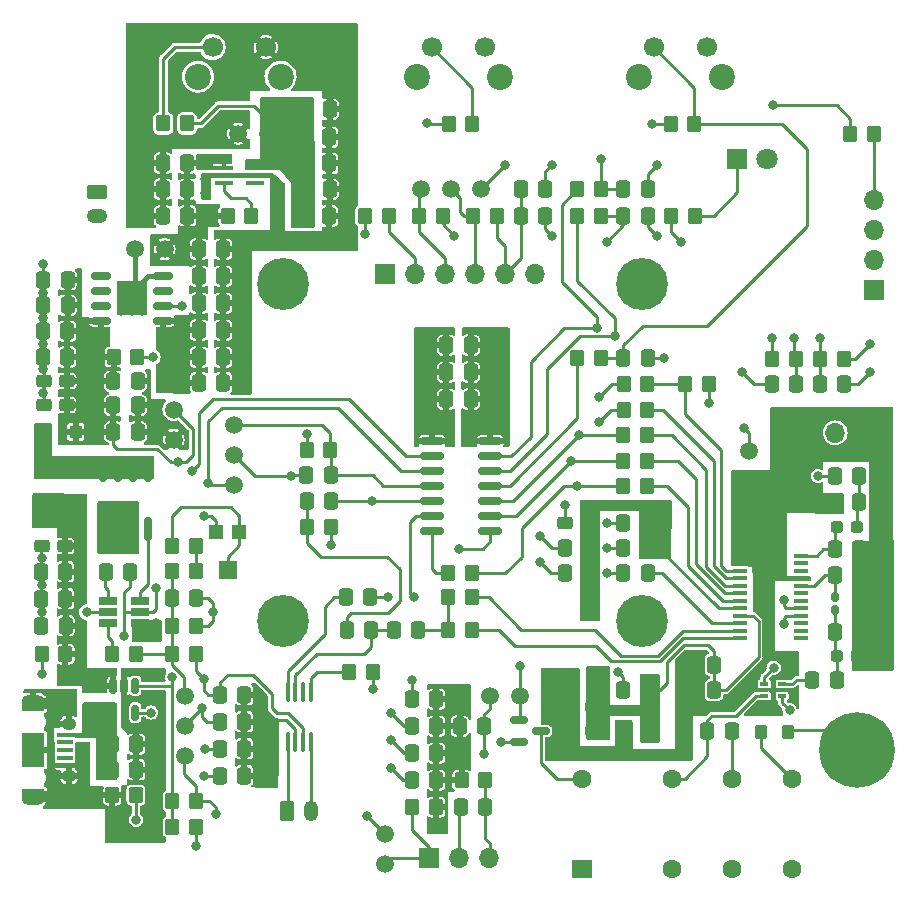
<source format=gtl>
%TF.GenerationSoftware,KiCad,Pcbnew,(6.0.7)*%
%TF.CreationDate,2022-11-10T16:47:27-05:00*%
%TF.ProjectId,_HW_HandyRadio_,5f48575f-4861-46e6-9479-526164696f5f,rev?*%
%TF.SameCoordinates,Original*%
%TF.FileFunction,Copper,L1,Top*%
%TF.FilePolarity,Positive*%
%FSLAX46Y46*%
G04 Gerber Fmt 4.6, Leading zero omitted, Abs format (unit mm)*
G04 Created by KiCad (PCBNEW (6.0.7)) date 2022-11-10 16:47:27*
%MOMM*%
%LPD*%
G01*
G04 APERTURE LIST*
G04 Aperture macros list*
%AMRoundRect*
0 Rectangle with rounded corners*
0 $1 Rounding radius*
0 $2 $3 $4 $5 $6 $7 $8 $9 X,Y pos of 4 corners*
0 Add a 4 corners polygon primitive as box body*
4,1,4,$2,$3,$4,$5,$6,$7,$8,$9,$2,$3,0*
0 Add four circle primitives for the rounded corners*
1,1,$1+$1,$2,$3*
1,1,$1+$1,$4,$5*
1,1,$1+$1,$6,$7*
1,1,$1+$1,$8,$9*
0 Add four rect primitives between the rounded corners*
20,1,$1+$1,$2,$3,$4,$5,0*
20,1,$1+$1,$4,$5,$6,$7,0*
20,1,$1+$1,$6,$7,$8,$9,0*
20,1,$1+$1,$8,$9,$2,$3,0*%
G04 Aperture macros list end*
%TA.AperFunction,SMDPad,CuDef*%
%ADD10RoundRect,0.150000X-0.150000X0.512500X-0.150000X-0.512500X0.150000X-0.512500X0.150000X0.512500X0*%
%TD*%
%TA.AperFunction,ComponentPad*%
%ADD11RoundRect,0.250000X-0.625000X0.350000X-0.625000X-0.350000X0.625000X-0.350000X0.625000X0.350000X0*%
%TD*%
%TA.AperFunction,ComponentPad*%
%ADD12O,1.750000X1.200000*%
%TD*%
%TA.AperFunction,SMDPad,CuDef*%
%ADD13RoundRect,0.250000X0.337500X0.475000X-0.337500X0.475000X-0.337500X-0.475000X0.337500X-0.475000X0*%
%TD*%
%TA.AperFunction,SMDPad,CuDef*%
%ADD14RoundRect,0.250000X-0.337500X-0.475000X0.337500X-0.475000X0.337500X0.475000X-0.337500X0.475000X0*%
%TD*%
%TA.AperFunction,SMDPad,CuDef*%
%ADD15C,1.500000*%
%TD*%
%TA.AperFunction,SMDPad,CuDef*%
%ADD16R,1.500000X0.400000*%
%TD*%
%TA.AperFunction,SMDPad,CuDef*%
%ADD17RoundRect,0.250000X0.350000X0.450000X-0.350000X0.450000X-0.350000X-0.450000X0.350000X-0.450000X0*%
%TD*%
%TA.AperFunction,SMDPad,CuDef*%
%ADD18RoundRect,0.150000X0.675000X0.150000X-0.675000X0.150000X-0.675000X-0.150000X0.675000X-0.150000X0*%
%TD*%
%TA.AperFunction,ComponentPad*%
%ADD19C,0.635000*%
%TD*%
%TA.AperFunction,SMDPad,CuDef*%
%ADD20R,2.650000X3.000000*%
%TD*%
%TA.AperFunction,SMDPad,CuDef*%
%ADD21RoundRect,0.250000X-0.350000X-0.450000X0.350000X-0.450000X0.350000X0.450000X-0.350000X0.450000X0*%
%TD*%
%TA.AperFunction,SMDPad,CuDef*%
%ADD22R,1.200000X0.400000*%
%TD*%
%TA.AperFunction,SMDPad,CuDef*%
%ADD23RoundRect,0.150000X-0.587500X-0.150000X0.587500X-0.150000X0.587500X0.150000X-0.587500X0.150000X0*%
%TD*%
%TA.AperFunction,SMDPad,CuDef*%
%ADD24R,1.200000X1.200000*%
%TD*%
%TA.AperFunction,SMDPad,CuDef*%
%ADD25R,1.600000X1.500000*%
%TD*%
%TA.AperFunction,SMDPad,CuDef*%
%ADD26RoundRect,0.237500X0.287500X0.237500X-0.287500X0.237500X-0.287500X-0.237500X0.287500X-0.237500X0*%
%TD*%
%TA.AperFunction,ComponentPad*%
%ADD27C,2.200000*%
%TD*%
%TA.AperFunction,ComponentPad*%
%ADD28C,1.700000*%
%TD*%
%TA.AperFunction,SMDPad,CuDef*%
%ADD29R,0.700000X0.340000*%
%TD*%
%TA.AperFunction,SMDPad,CuDef*%
%ADD30RoundRect,0.100000X-0.100000X0.712500X-0.100000X-0.712500X0.100000X-0.712500X0.100000X0.712500X0*%
%TD*%
%TA.AperFunction,SMDPad,CuDef*%
%ADD31RoundRect,0.250000X0.400000X0.275000X-0.400000X0.275000X-0.400000X-0.275000X0.400000X-0.275000X0*%
%TD*%
%TA.AperFunction,ComponentPad*%
%ADD32C,0.800000*%
%TD*%
%TA.AperFunction,ComponentPad*%
%ADD33C,6.400000*%
%TD*%
%TA.AperFunction,SMDPad,CuDef*%
%ADD34RoundRect,0.160000X0.160000X-0.222500X0.160000X0.222500X-0.160000X0.222500X-0.160000X-0.222500X0*%
%TD*%
%TA.AperFunction,SMDPad,CuDef*%
%ADD35R,1.350000X0.400000*%
%TD*%
%TA.AperFunction,SMDPad,CuDef*%
%ADD36R,1.900000X0.875000*%
%TD*%
%TA.AperFunction,ComponentPad*%
%ADD37O,1.900000X1.000000*%
%TD*%
%TA.AperFunction,ComponentPad*%
%ADD38O,1.250000X1.050000*%
%TD*%
%TA.AperFunction,SMDPad,CuDef*%
%ADD39R,1.900000X2.900000*%
%TD*%
%TA.AperFunction,ComponentPad*%
%ADD40C,4.400000*%
%TD*%
%TA.AperFunction,SMDPad,CuDef*%
%ADD41RoundRect,0.250000X-0.275000X-0.350000X0.275000X-0.350000X0.275000X0.350000X-0.275000X0.350000X0*%
%TD*%
%TA.AperFunction,ComponentPad*%
%ADD42R,1.700000X1.700000*%
%TD*%
%TA.AperFunction,ComponentPad*%
%ADD43O,1.700000X1.700000*%
%TD*%
%TA.AperFunction,SMDPad,CuDef*%
%ADD44R,3.600000X1.500000*%
%TD*%
%TA.AperFunction,SMDPad,CuDef*%
%ADD45R,1.560000X0.650000*%
%TD*%
%TA.AperFunction,SMDPad,CuDef*%
%ADD46RoundRect,0.150000X-0.825000X-0.150000X0.825000X-0.150000X0.825000X0.150000X-0.825000X0.150000X0*%
%TD*%
%TA.AperFunction,ComponentPad*%
%ADD47R,1.800000X1.800000*%
%TD*%
%TA.AperFunction,ComponentPad*%
%ADD48C,1.800000*%
%TD*%
%TA.AperFunction,SMDPad,CuDef*%
%ADD49RoundRect,0.150000X0.150000X-0.825000X0.150000X0.825000X-0.150000X0.825000X-0.150000X-0.825000X0*%
%TD*%
%TA.AperFunction,ComponentPad*%
%ADD50C,1.600000*%
%TD*%
%TA.AperFunction,ComponentPad*%
%ADD51R,1.800000X1.600000*%
%TD*%
%TA.AperFunction,SMDPad,CuDef*%
%ADD52RoundRect,0.237500X-0.287500X-0.237500X0.287500X-0.237500X0.287500X0.237500X-0.287500X0.237500X0*%
%TD*%
%TA.AperFunction,ComponentPad*%
%ADD53RoundRect,0.250000X-0.350000X-0.625000X0.350000X-0.625000X0.350000X0.625000X-0.350000X0.625000X0*%
%TD*%
%TA.AperFunction,ComponentPad*%
%ADD54O,1.200000X1.750000*%
%TD*%
%TA.AperFunction,SMDPad,CuDef*%
%ADD55R,1.100000X1.100000*%
%TD*%
%TA.AperFunction,ViaPad*%
%ADD56C,0.800000*%
%TD*%
%TA.AperFunction,Conductor*%
%ADD57C,0.250000*%
%TD*%
%TA.AperFunction,Conductor*%
%ADD58C,0.400000*%
%TD*%
G04 APERTURE END LIST*
D10*
X192884000Y-162708500D03*
X191934000Y-162708500D03*
X190984000Y-162708500D03*
X190984000Y-164983500D03*
X192884000Y-164983500D03*
D11*
X189648000Y-120920000D03*
D12*
X189648000Y-122920000D03*
D13*
X187140608Y-130487258D03*
X185065608Y-130487258D03*
D14*
X200040500Y-163465000D03*
X202115500Y-163465000D03*
D13*
X209313979Y-118489363D03*
X207238979Y-118489363D03*
D15*
X201586000Y-115967000D03*
D16*
X200383000Y-118873000D03*
X200383000Y-119523000D03*
X200383000Y-120173000D03*
X203043000Y-120173000D03*
X203043000Y-118873000D03*
D14*
X239791500Y-163084000D03*
X241866500Y-163084000D03*
D13*
X221292500Y-136160000D03*
X219217500Y-136160000D03*
D17*
X240203400Y-115154200D03*
X238203400Y-115154200D03*
D15*
X204126000Y-115967000D03*
D13*
X192971500Y-167656000D03*
X190896500Y-167656000D03*
X254185500Y-153305000D03*
X252110500Y-153305000D03*
D18*
X195194000Y-131826000D03*
X195194000Y-130556000D03*
X195194000Y-129286000D03*
X195194000Y-128016000D03*
X189944000Y-128016000D03*
X189944000Y-129286000D03*
X189944000Y-130556000D03*
X189944000Y-131826000D03*
D19*
X192552000Y-128872000D03*
X193441000Y-131031000D03*
X192569000Y-129921000D03*
X193441000Y-129921000D03*
D20*
X192569000Y-129921000D03*
D19*
X191663000Y-131031000D03*
X191663000Y-128872000D03*
X191663000Y-129921000D03*
X192569000Y-131031000D03*
X193441000Y-128872000D03*
D13*
X212783500Y-155210000D03*
X210708500Y-155210000D03*
D17*
X198007249Y-153029791D03*
X196007249Y-153029791D03*
D21*
X195252000Y-115103400D03*
X197252000Y-115103400D03*
D22*
X249271000Y-158702500D03*
X249271000Y-158067500D03*
X249271000Y-157432500D03*
X249271000Y-156797500D03*
X249271000Y-156162500D03*
X249271000Y-155527500D03*
X249271000Y-154892500D03*
X249271000Y-154257500D03*
X249271000Y-153622500D03*
X249271000Y-152987500D03*
X249271000Y-152352500D03*
X249271000Y-151717500D03*
X244071000Y-151717500D03*
X244071000Y-152352500D03*
X244071000Y-152987500D03*
X244071000Y-153622500D03*
X244071000Y-154257500D03*
X244071000Y-154892500D03*
X244071000Y-155527500D03*
X244071000Y-156162500D03*
X244071000Y-156797500D03*
X244071000Y-157432500D03*
X244071000Y-158067500D03*
X244071000Y-158702500D03*
D14*
X216296500Y-166132000D03*
X218371500Y-166132000D03*
D15*
X214032000Y-177816000D03*
D14*
X198262500Y-137049000D03*
X200337500Y-137049000D03*
X229250500Y-153178000D03*
X231325500Y-153178000D03*
X210798500Y-157988000D03*
X212873500Y-157988000D03*
X200040500Y-165751000D03*
X202115500Y-165751000D03*
D23*
X225345373Y-165582438D03*
X225345373Y-167482438D03*
X227220373Y-166532438D03*
D13*
X221292500Y-133874000D03*
X219217500Y-133874000D03*
D15*
X244816800Y-145405600D03*
D21*
X190934000Y-160036000D03*
X192934000Y-160036000D03*
D14*
X198262500Y-130318000D03*
X200337500Y-130318000D03*
D24*
X201697000Y-149675500D03*
D25*
X200697000Y-152925500D03*
D24*
X199697000Y-149675500D03*
D17*
X255418000Y-115967000D03*
X253418000Y-115967000D03*
D14*
X216296500Y-168418000D03*
X218371500Y-168418000D03*
D21*
X234204000Y-141494000D03*
X236204000Y-141494000D03*
D13*
X209317500Y-122936000D03*
X207242500Y-122936000D03*
D14*
X198262500Y-134890000D03*
X200337500Y-134890000D03*
D21*
X219382000Y-153178000D03*
X221382000Y-153178000D03*
D26*
X254023000Y-149257000D03*
X252273000Y-149257000D03*
D27*
X198176000Y-111137000D03*
X205176000Y-111137000D03*
D28*
X199426000Y-108637000D03*
X203926000Y-108637000D03*
D13*
X243386611Y-166572327D03*
X241311611Y-166572327D03*
D14*
X229250500Y-151019000D03*
X231325500Y-151019000D03*
D29*
X246138000Y-162568000D03*
X246138000Y-163068000D03*
X246138000Y-163568000D03*
X247638000Y-163568000D03*
X247638000Y-163068000D03*
X247638000Y-162568000D03*
D15*
X219620000Y-120666000D03*
D21*
X234220000Y-137160000D03*
X236220000Y-137160000D03*
D13*
X187140608Y-128324292D03*
X185065608Y-128324292D03*
D21*
X216916000Y-122936000D03*
X218916000Y-122936000D03*
D14*
X195969749Y-155313208D03*
X198044749Y-155313208D03*
X246776500Y-137176000D03*
X248851500Y-137176000D03*
D17*
X232304000Y-120666000D03*
X230304000Y-120666000D03*
X248814000Y-135017000D03*
X246814000Y-135017000D03*
D14*
X191023500Y-136922000D03*
X193098500Y-136922000D03*
X198262500Y-128032000D03*
X200337500Y-128032000D03*
D21*
X221504000Y-122936000D03*
X223504000Y-122936000D03*
D13*
X209313979Y-116280929D03*
X207238979Y-116280929D03*
X187129500Y-134874591D03*
X185054500Y-134874591D03*
D30*
X207731000Y-163257500D03*
X207081000Y-163257500D03*
X206431000Y-163257500D03*
X205781000Y-163257500D03*
X205781000Y-167482500D03*
X206431000Y-167482500D03*
X207081000Y-167482500D03*
X207731000Y-167482500D03*
D15*
X201205000Y-140605000D03*
D13*
X236278500Y-120666000D03*
X234203500Y-120666000D03*
D31*
X186903000Y-150876000D03*
X184953000Y-150876000D03*
D14*
X239791500Y-160925000D03*
X241866500Y-160925000D03*
D17*
X232304000Y-134991600D03*
X230304000Y-134991600D03*
D32*
X252302944Y-169845056D03*
X256400000Y-168148000D03*
X252302944Y-166450944D03*
D33*
X254000000Y-168148000D03*
D32*
X254000000Y-170548000D03*
X255697056Y-166450944D03*
X251600000Y-168148000D03*
X254000000Y-165748000D03*
X255697056Y-169845056D03*
D15*
X192823000Y-125746000D03*
D34*
X252115148Y-156306500D03*
X252115148Y-155161500D03*
D13*
X192463500Y-153051000D03*
X190388500Y-153051000D03*
D15*
X196125000Y-139335000D03*
D13*
X236278500Y-134991600D03*
X234203500Y-134991600D03*
D35*
X186934800Y-169450300D03*
X186934800Y-168800300D03*
X186934800Y-168150300D03*
X186934800Y-167500300D03*
X186934800Y-166850300D03*
D36*
X184259800Y-171887800D03*
D37*
X184259800Y-163975300D03*
D36*
X184259800Y-164412800D03*
D37*
X184259800Y-172325300D03*
D38*
X187259800Y-165925300D03*
D39*
X184259800Y-168150300D03*
D38*
X187259800Y-170375300D03*
D40*
X205359000Y-157242000D03*
X235749000Y-157242000D03*
X205359000Y-128667000D03*
X235749000Y-128667000D03*
D13*
X222435500Y-166132000D03*
X220360500Y-166132000D03*
D41*
X245851200Y-166589200D03*
X248151200Y-166589200D03*
D17*
X198014000Y-174641000D03*
X196014000Y-174641000D03*
D15*
X244816800Y-142865600D03*
D17*
X213000000Y-161560000D03*
X211000000Y-161560000D03*
D13*
X209335353Y-113892741D03*
X207260353Y-113892741D03*
D17*
X186965000Y-160036000D03*
X184965000Y-160036000D03*
D14*
X216296500Y-170704000D03*
X218371500Y-170704000D03*
D42*
X217783450Y-177292000D03*
D43*
X220323450Y-177292000D03*
X222863450Y-177292000D03*
D14*
X234203500Y-148941425D03*
X236278500Y-148941425D03*
D31*
X231644000Y-164481000D03*
X229694000Y-164481000D03*
D27*
X242514000Y-111137000D03*
X235514000Y-111137000D03*
D28*
X236764000Y-108637000D03*
X241264000Y-108637000D03*
D44*
X186436000Y-147321000D03*
X186436000Y-144271000D03*
D14*
X234163625Y-163042687D03*
X236238625Y-163042687D03*
D13*
X227605500Y-120666000D03*
X225530500Y-120666000D03*
D14*
X234203500Y-153178000D03*
X236278500Y-153178000D03*
D13*
X209326969Y-120666000D03*
X207251969Y-120666000D03*
D21*
X196004080Y-157623000D03*
X198004080Y-157623000D03*
D14*
X216296500Y-163846000D03*
X218371500Y-163846000D03*
D21*
X190934000Y-171974000D03*
X192934000Y-171974000D03*
D15*
X214032000Y-175276000D03*
D14*
X250193814Y-162195000D03*
X252268814Y-162195000D03*
X184890500Y-155337000D03*
X186965500Y-155337000D03*
D15*
X225462000Y-163592000D03*
D21*
X250878000Y-135017000D03*
X252878000Y-135017000D03*
D42*
X254677000Y-141290800D03*
D43*
X252137000Y-141290800D03*
D14*
X252110500Y-144948400D03*
X254185500Y-144948400D03*
D45*
X190584000Y-155530000D03*
X190584000Y-156480000D03*
X190584000Y-157430000D03*
X193284000Y-157430000D03*
X193284000Y-156480000D03*
X193284000Y-155530000D03*
D14*
X220450500Y-172990000D03*
X222525500Y-172990000D03*
D31*
X231172333Y-148939416D03*
X229222333Y-148939416D03*
D13*
X200337500Y-125746000D03*
X198262500Y-125746000D03*
D21*
X207444000Y-149241000D03*
X209444000Y-149241000D03*
D13*
X209481500Y-147082000D03*
X207406500Y-147082000D03*
D15*
X196125000Y-141875000D03*
D46*
X217997000Y-141986000D03*
X217997000Y-143256000D03*
X217997000Y-144526000D03*
X217997000Y-145796000D03*
X217997000Y-147066000D03*
X217997000Y-148336000D03*
X217997000Y-149606000D03*
X222947000Y-149606000D03*
X222947000Y-148336000D03*
X222947000Y-147066000D03*
X222947000Y-145796000D03*
X222947000Y-144526000D03*
X222947000Y-143256000D03*
X222947000Y-141986000D03*
D13*
X221292500Y-138446000D03*
X219217500Y-138446000D03*
X252915500Y-137176000D03*
X250840500Y-137176000D03*
D15*
X217080000Y-120666000D03*
D17*
X221382000Y-158004000D03*
X219382000Y-158004000D03*
D14*
X229605458Y-162316541D03*
X231680458Y-162316541D03*
D15*
X222160000Y-120666000D03*
D13*
X202115500Y-170323000D03*
X200040500Y-170323000D03*
D17*
X221382000Y-155210000D03*
X219382000Y-155210000D03*
D15*
X195363000Y-125746000D03*
D21*
X234172061Y-145812000D03*
X236172061Y-145812000D03*
D14*
X200040500Y-168037000D03*
X202115500Y-168037000D03*
D13*
X216847500Y-158004000D03*
X214772500Y-158004000D03*
D14*
X234203500Y-151019000D03*
X236278500Y-151019000D03*
D15*
X201205000Y-145685000D03*
D21*
X196014000Y-172482000D03*
X198014000Y-172482000D03*
D13*
X236278500Y-122952000D03*
X234203500Y-122952000D03*
D14*
X195214500Y-122925037D03*
X197289500Y-122925037D03*
D13*
X254185500Y-151162000D03*
X252110500Y-151162000D03*
D17*
X198014000Y-160036000D03*
X196014000Y-160036000D03*
D47*
X243835000Y-118110000D03*
D48*
X246375000Y-118110000D03*
D17*
X221407400Y-115128800D03*
X219407400Y-115128800D03*
D21*
X230304000Y-122952000D03*
X232304000Y-122952000D03*
X239448000Y-137150600D03*
X241448000Y-137150600D03*
X191051425Y-134879943D03*
X193051425Y-134879943D03*
D14*
X185054500Y-132692139D03*
X187129500Y-132692139D03*
D15*
X222922000Y-163592000D03*
D21*
X220501926Y-170716990D03*
X222501926Y-170716990D03*
D17*
X209407000Y-142764000D03*
X207407000Y-142764000D03*
D14*
X191023500Y-141224000D03*
X193098500Y-141224000D03*
D42*
X214026100Y-127809958D03*
D43*
X216566100Y-127809958D03*
X219106100Y-127809958D03*
X221646100Y-127809958D03*
X224186100Y-127809958D03*
X226726100Y-127809958D03*
D14*
X195214500Y-118462702D03*
X197289500Y-118462702D03*
D21*
X196014000Y-150892000D03*
X198014000Y-150892000D03*
D14*
X234163625Y-166513000D03*
X236238625Y-166513000D03*
D15*
X197115600Y-163592000D03*
D14*
X207369500Y-144907000D03*
X209444500Y-144907000D03*
D21*
X238254200Y-122926600D03*
X240254200Y-122926600D03*
D49*
X190156000Y-149430000D03*
X191426000Y-149430000D03*
X192696000Y-149430000D03*
X193966000Y-149430000D03*
X193966000Y-144480000D03*
X192696000Y-144480000D03*
X191426000Y-144480000D03*
X190156000Y-144480000D03*
D21*
X234188000Y-143653000D03*
X236188000Y-143653000D03*
D13*
X227605500Y-122936000D03*
X225530500Y-122936000D03*
D14*
X252110500Y-147132800D03*
X254185500Y-147132800D03*
D50*
X238324500Y-178235500D03*
X243404500Y-178235500D03*
X248484500Y-178235500D03*
X238324500Y-170615500D03*
X243404500Y-170615500D03*
X248484500Y-170615500D03*
D51*
X230704500Y-178235500D03*
D50*
X230704500Y-170615500D03*
D13*
X193098500Y-138954000D03*
X191023500Y-138954000D03*
X192971500Y-169815000D03*
X190896500Y-169815000D03*
D52*
X252273000Y-160163000D03*
X254023000Y-160163000D03*
D27*
X223718000Y-111137000D03*
X216718000Y-111137000D03*
D28*
X217968000Y-108637000D03*
X222468000Y-108637000D03*
D31*
X187067000Y-138954000D03*
X185117000Y-138954000D03*
D21*
X216334000Y-172990000D03*
X218334000Y-172990000D03*
D42*
X255434000Y-129241200D03*
D43*
X255434000Y-126701200D03*
X255434000Y-124161200D03*
X255434000Y-121621200D03*
D14*
X198262500Y-132604000D03*
X200337500Y-132604000D03*
X184890500Y-153051000D03*
X186965500Y-153051000D03*
D31*
X187086486Y-136922000D03*
X185136486Y-136922000D03*
D53*
X205756000Y-173318000D03*
D54*
X207756000Y-173318000D03*
D14*
X195208384Y-120666000D03*
X197283384Y-120666000D03*
D17*
X236220000Y-139335000D03*
X234220000Y-139335000D03*
D55*
X187836000Y-141224000D03*
X185036000Y-141224000D03*
D15*
X201205000Y-143145000D03*
D31*
X231644000Y-166513000D03*
X229694000Y-166513000D03*
D21*
X200689926Y-122926018D03*
X202689926Y-122926018D03*
D15*
X197115600Y-166132000D03*
X197115600Y-168672000D03*
D21*
X212360000Y-122936000D03*
X214360000Y-122936000D03*
D13*
X254185500Y-158147000D03*
X252110500Y-158147000D03*
D14*
X184927500Y-157623000D03*
X187002500Y-157623000D03*
D56*
X239305000Y-166259000D03*
X243496000Y-163973000D03*
X248449000Y-161179000D03*
X247433000Y-147971000D03*
X247433000Y-149368000D03*
X247433000Y-150638000D03*
X247433000Y-151908000D03*
X247433000Y-153178000D03*
X247941000Y-140224000D03*
X247941000Y-141875000D03*
X247433000Y-145431000D03*
X247433000Y-146701000D03*
X255434000Y-160163000D03*
X239813000Y-164735000D03*
X254291000Y-156353000D03*
X254291000Y-155083000D03*
X246925000Y-161179000D03*
X185076000Y-127016000D03*
X191426000Y-147717000D03*
X194220000Y-161814000D03*
X192696000Y-147717000D03*
X198665000Y-148352000D03*
X244258000Y-136160000D03*
X185076000Y-135906000D03*
X210857000Y-116221000D03*
X216292600Y-162220400D03*
X210730000Y-118507000D03*
X186219000Y-165014400D03*
X185076000Y-137938000D03*
X194220000Y-168672000D03*
X223023600Y-132858000D03*
X229678400Y-168240200D03*
X222998200Y-140605000D03*
X227138400Y-150003000D03*
X224192000Y-118634000D03*
X255053000Y-133747000D03*
X193458000Y-122952000D03*
X194220000Y-163719000D03*
X198690400Y-162169600D03*
X229221200Y-147412200D03*
X202094000Y-125746000D03*
X184949000Y-154194000D03*
X198004600Y-176241200D03*
X222439400Y-168494200D03*
X223836400Y-167478200D03*
X184949000Y-151908000D03*
X209460000Y-150765000D03*
X198563400Y-164582600D03*
X198766600Y-168037000D03*
X194220000Y-170831000D03*
X214311400Y-155235400D03*
X202094000Y-134382000D03*
X194220000Y-172228000D03*
X214514600Y-165039800D03*
X202094000Y-130318000D03*
X193458000Y-120666000D03*
X198817400Y-120996200D03*
X222998200Y-137277600D03*
X237019000Y-124603000D03*
X194601000Y-141748000D03*
X237019000Y-118634000D03*
X184949000Y-156480000D03*
X190283000Y-147717000D03*
X198738500Y-170323000D03*
X204837200Y-122164600D03*
X255053000Y-136160000D03*
X233767800Y-161534600D03*
X227138400Y-152212800D03*
X202094000Y-132604000D03*
X194220000Y-166513000D03*
X223023600Y-135017000D03*
X214514600Y-169637200D03*
X228179800Y-164481000D03*
X194601000Y-154448000D03*
X185076000Y-133747000D03*
X194601000Y-140605000D03*
X210857000Y-113935000D03*
X232853400Y-151019000D03*
X191934000Y-158512000D03*
X204862600Y-123942600D03*
X210730000Y-120666000D03*
X228179800Y-162322000D03*
X214514600Y-167300400D03*
X228129000Y-124603000D03*
X232116800Y-140376400D03*
X234174200Y-168214800D03*
X185076000Y-129429000D03*
X194601000Y-139589000D03*
X204837200Y-120843800D03*
X228129000Y-118634000D03*
X237679400Y-134991600D03*
X232853400Y-153152600D03*
X232853400Y-148910800D03*
X232116800Y-138293600D03*
X193458000Y-118507000D03*
X212457200Y-173701200D03*
X206031000Y-144923000D03*
X185076000Y-131588000D03*
X198817400Y-119827800D03*
X186219000Y-171389800D03*
X202094000Y-128032000D03*
X231456400Y-154676600D03*
X218756400Y-174539400D03*
X231481800Y-156810200D03*
X205878600Y-117364000D03*
X217613400Y-136160000D03*
X220788400Y-168418000D03*
X205827800Y-113909600D03*
X205853200Y-116271800D03*
X204710200Y-118481600D03*
X205853200Y-115103400D03*
X219747000Y-168418000D03*
X246848800Y-113528600D03*
X241438600Y-138776200D03*
X219442200Y-169535600D03*
X207402600Y-141367000D03*
X205878600Y-118481600D03*
X219874000Y-124603000D03*
X217537200Y-115078000D03*
X218019800Y-140605000D03*
X236638000Y-115154200D03*
X246798000Y-133264400D03*
X217613400Y-133874000D03*
X219442200Y-167351200D03*
X217638800Y-138446000D03*
X231456400Y-155641800D03*
X232574000Y-165497000D03*
X197039400Y-124349000D03*
X197014000Y-125746000D03*
X196658400Y-132604000D03*
X203567200Y-170653200D03*
X236638000Y-164735000D03*
X195185200Y-135982200D03*
X196683800Y-134890000D03*
X195210600Y-133747000D03*
X203567200Y-164531800D03*
X203567200Y-167021000D03*
X233463000Y-164735000D03*
X232574000Y-163465000D03*
X235622000Y-164735000D03*
X198792000Y-122926600D03*
X196633000Y-137049000D03*
X213016000Y-163007800D03*
X234479000Y-164735000D03*
X198868200Y-118456200D03*
X199427000Y-156480000D03*
X196506000Y-143780000D03*
X187108000Y-148860000D03*
X194601000Y-157369000D03*
X185965000Y-148860000D03*
X188251000Y-157775400D03*
X189521000Y-162703000D03*
X188251000Y-159147000D03*
X188251000Y-154956000D03*
X193331000Y-158512000D03*
X188251000Y-151908000D03*
X199681000Y-173548800D03*
X188251000Y-148860000D03*
X189521000Y-161687000D03*
X188251000Y-161661600D03*
X194601000Y-158512000D03*
X184822000Y-148860000D03*
X233463000Y-133074500D03*
X232828000Y-125111000D03*
X231939000Y-132414499D03*
X232294600Y-118100600D03*
X250862000Y-133264400D03*
X247814000Y-157496000D03*
X247814000Y-155464000D03*
X248677600Y-133264400D03*
X229780000Y-143653000D03*
X230415000Y-141494000D03*
X250658800Y-144948400D03*
X248271200Y-164785800D03*
X225411200Y-161014500D03*
X216445000Y-155210000D03*
X244385000Y-140859000D03*
X230288000Y-145812000D03*
X197649000Y-144542000D03*
X239051000Y-125111000D03*
X212889000Y-147082000D03*
X199071400Y-145558000D03*
X195998000Y-161991800D03*
X212360000Y-124497000D03*
X220255000Y-151146000D03*
X194372400Y-134890000D03*
X196836200Y-130572000D03*
X188759000Y-156480000D03*
X184949000Y-161687000D03*
X194214500Y-164983500D03*
X192950000Y-174068900D03*
D57*
X239393500Y-170615500D02*
X238324500Y-170615500D01*
X241311611Y-168697389D02*
X239393500Y-170615500D01*
X241311611Y-166572327D02*
X241311611Y-168697389D01*
X248289456Y-166450944D02*
X252302944Y-166450944D01*
X248151200Y-166589200D02*
X248289456Y-166450944D01*
X246925000Y-161179000D02*
X246138000Y-161966000D01*
X246138000Y-161966000D02*
X246138000Y-162568000D01*
D58*
X193441000Y-128557000D02*
X193441000Y-128872000D01*
D57*
X220450500Y-172990000D02*
X220323450Y-173117050D01*
X185065608Y-129418608D02*
X185076000Y-129429000D01*
X184938608Y-152962292D02*
X184938608Y-154056608D01*
X200040500Y-163465000D02*
X199071400Y-163465000D01*
X233158200Y-139335000D02*
X232116800Y-140376400D01*
X214286000Y-155210000D02*
X214311400Y-155235400D01*
X232878800Y-153178000D02*
X232853400Y-153152600D01*
X254037000Y-137176000D02*
X255053000Y-136160000D01*
X228103600Y-153178000D02*
X227138400Y-152212800D01*
X201205000Y-143145000D02*
X202983000Y-144923000D01*
X222435500Y-166132000D02*
X222435500Y-168490300D01*
X185117000Y-137979000D02*
X185076000Y-137938000D01*
X215632200Y-168418000D02*
X214514600Y-167300400D01*
X191934000Y-156480000D02*
X191934000Y-158512000D01*
X192823000Y-128601000D02*
X192552000Y-128872000D01*
X207081000Y-166291604D02*
X205829196Y-165039800D01*
X185117000Y-128375684D02*
X185065608Y-128324292D01*
X236278500Y-122952000D02*
X236278500Y-123862500D01*
X198014000Y-161493200D02*
X198690400Y-162169600D01*
X220323450Y-173117050D02*
X220323450Y-177292000D01*
D58*
X195194000Y-128016000D02*
X193982000Y-128016000D01*
D57*
X232884025Y-148941425D02*
X232853400Y-148910800D01*
X228154400Y-151019000D02*
X227138400Y-150003000D01*
X216296500Y-163846000D02*
X216296500Y-162224300D01*
X199697000Y-148749000D02*
X199697000Y-149675500D01*
D58*
X193982000Y-128016000D02*
X193441000Y-128557000D01*
D57*
X227605500Y-122936000D02*
X227605500Y-124079500D01*
X216296500Y-170704000D02*
X215581400Y-170704000D01*
X216296500Y-168418000D02*
X215632200Y-168418000D01*
X234163625Y-163042687D02*
X234163625Y-161930425D01*
D58*
X192823000Y-125746000D02*
X192823000Y-128601000D01*
D57*
X234220000Y-139335000D02*
X233158200Y-139335000D01*
X223840638Y-167482438D02*
X223836400Y-167478200D01*
X185065608Y-134801292D02*
X185065608Y-135895608D01*
X214032000Y-175276000D02*
X212457200Y-173701200D01*
X236278500Y-123862500D02*
X237019000Y-124603000D01*
X229222333Y-147413333D02*
X229221200Y-147412200D01*
X233250400Y-137160000D02*
X232116800Y-138293600D01*
X207081000Y-167482500D02*
X207081000Y-166291604D01*
X184927500Y-156501500D02*
X184927500Y-157623000D01*
X206047000Y-144907000D02*
X206031000Y-144923000D01*
X185065608Y-128324292D02*
X185065608Y-129418608D01*
X216296500Y-162224300D02*
X216292600Y-162220400D01*
X222922000Y-164658800D02*
X222922000Y-163592000D01*
X204474400Y-164626200D02*
X204474400Y-163381600D01*
X200040500Y-168037000D02*
X198766600Y-168037000D01*
X236278500Y-120666000D02*
X236278500Y-119374500D01*
X229605458Y-162316541D02*
X228185259Y-162316541D01*
X234163625Y-166513000D02*
X234163625Y-168204225D01*
X229694000Y-168224600D02*
X229678400Y-168240200D01*
X197014000Y-166132000D02*
X198563400Y-164582600D01*
X194601000Y-156226000D02*
X194601000Y-154448000D01*
X209444000Y-149241000D02*
X209444000Y-150749000D01*
X236278500Y-119374500D02*
X237019000Y-118634000D01*
X185065608Y-133736608D02*
X185076000Y-133747000D01*
X222439400Y-166128100D02*
X222439400Y-165141400D01*
X222439400Y-165141400D02*
X222922000Y-164658800D01*
X191934000Y-156480000D02*
X191934000Y-154829000D01*
X225345373Y-167482438D02*
X223840638Y-167482438D01*
X204474400Y-163381600D02*
X202856000Y-161763200D01*
X229222333Y-148939416D02*
X229222333Y-147413333D01*
X252915500Y-137176000D02*
X254037000Y-137176000D01*
X222160000Y-120666000D02*
X224192000Y-118634000D01*
X192463500Y-154299500D02*
X192463500Y-153051000D01*
X185065608Y-132642292D02*
X185065608Y-133736608D01*
X234163625Y-168204225D02*
X234174200Y-168214800D01*
X198563400Y-165370000D02*
X198563400Y-164582600D01*
X236278500Y-134991600D02*
X237679400Y-134991600D01*
X185065608Y-131577608D02*
X185076000Y-131588000D01*
X215581400Y-170704000D02*
X214514600Y-169637200D01*
X202983000Y-144923000D02*
X206031000Y-144923000D01*
X193284000Y-156480000D02*
X191934000Y-156480000D01*
X200697000Y-161763200D02*
X200040500Y-162419700D01*
X222435500Y-168490300D02*
X222439400Y-168494200D01*
X200040500Y-170323000D02*
X198738500Y-170323000D01*
X198944400Y-165751000D02*
X198563400Y-165370000D01*
X200040500Y-165751000D02*
X198944400Y-165751000D01*
X185065608Y-128324292D02*
X185065608Y-127026392D01*
X209444000Y-150749000D02*
X209460000Y-150765000D01*
X228129000Y-118634000D02*
X227605500Y-119157500D01*
X194347000Y-156480000D02*
X194601000Y-156226000D01*
X252878000Y-135017000D02*
X253783000Y-135017000D01*
X227605500Y-124079500D02*
X228129000Y-124603000D01*
X198665000Y-148352000D02*
X199300000Y-148352000D01*
X229250500Y-153178000D02*
X228103600Y-153178000D01*
X215606800Y-166132000D02*
X214514600Y-165039800D01*
X184938608Y-155248292D02*
X184938608Y-156342608D01*
X234203500Y-148941425D02*
X232884025Y-148941425D01*
X229694000Y-164481000D02*
X228179800Y-164481000D01*
X207369500Y-144907000D02*
X206047000Y-144907000D01*
X184927500Y-150901500D02*
X184953000Y-150876000D01*
X184938608Y-150803292D02*
X184938608Y-151897608D01*
X198690400Y-163084000D02*
X198690400Y-162169600D01*
X185065608Y-137927608D02*
X185076000Y-137938000D01*
X234163625Y-161930425D02*
X233767800Y-161534600D01*
X185117000Y-138954000D02*
X185117000Y-137979000D01*
X228185259Y-162316541D02*
X228179800Y-162322000D01*
X200040500Y-162419700D02*
X200040500Y-163465000D01*
X185065608Y-136833292D02*
X185065608Y-137927608D01*
X216296500Y-166132000D02*
X215606800Y-166132000D01*
X204888000Y-165039800D02*
X204474400Y-164626200D01*
X185065608Y-127026392D02*
X185076000Y-127016000D01*
X193284000Y-156480000D02*
X194347000Y-156480000D01*
X202856000Y-161763200D02*
X200697000Y-161763200D01*
X234203500Y-153178000D02*
X232878800Y-153178000D01*
X191934000Y-154829000D02*
X192463500Y-154299500D01*
X229250500Y-151019000D02*
X228154400Y-151019000D01*
X185065608Y-130483292D02*
X185065608Y-131577608D01*
X246776500Y-137176000D02*
X245274000Y-137176000D01*
X198014000Y-176231800D02*
X198004600Y-176241200D01*
X234203500Y-151019000D02*
X232853400Y-151019000D01*
X245274000Y-137176000D02*
X244258000Y-136160000D01*
X234220000Y-137160000D02*
X233250400Y-137160000D01*
X199071400Y-163465000D02*
X198690400Y-163084000D01*
X198014000Y-160036000D02*
X198014000Y-161493200D01*
X198014000Y-174641000D02*
X198014000Y-176231800D01*
X212783500Y-155210000D02*
X214286000Y-155210000D01*
X253783000Y-135017000D02*
X255053000Y-133747000D01*
X199300000Y-148352000D02*
X199697000Y-148749000D01*
X184927500Y-157623000D02*
X184927500Y-150901500D01*
X227605500Y-119157500D02*
X227605500Y-120666000D01*
X205829196Y-165039800D02*
X204888000Y-165039800D01*
X222435500Y-166132000D02*
X222439400Y-166128100D01*
X185117000Y-138954000D02*
X185117000Y-128375684D01*
X229694000Y-166513000D02*
X229694000Y-168224600D01*
X185065608Y-135895608D02*
X185076000Y-135906000D01*
X184949000Y-156480000D02*
X184927500Y-156501500D01*
X202957600Y-113604800D02*
X204126000Y-114773200D01*
X252259000Y-113528600D02*
X253418000Y-114687600D01*
X225530500Y-120666000D02*
X225530500Y-122936000D01*
X217588000Y-115128800D02*
X217537200Y-115078000D01*
X223504000Y-124778600D02*
X224192000Y-125466600D01*
X246814000Y-135017000D02*
X246814000Y-133280400D01*
X199909600Y-113604800D02*
X202957600Y-113604800D01*
X223504000Y-122936000D02*
X223504000Y-124778600D01*
X244071000Y-156162500D02*
X242289500Y-156162500D01*
X197252000Y-115103400D02*
X198411000Y-115103400D01*
X238203400Y-115154200D02*
X236638000Y-115154200D01*
X224192000Y-125466600D02*
X224186100Y-125472500D01*
X236278500Y-151019000D02*
X236278500Y-148941425D01*
X225530500Y-122936000D02*
X225530500Y-126465558D01*
X218916000Y-123645000D02*
X219874000Y-124603000D01*
X241448000Y-138766800D02*
X241438600Y-138776200D01*
X253418000Y-114687600D02*
X253418000Y-115967000D01*
X237146000Y-151019000D02*
X236278500Y-151019000D01*
X218916000Y-122936000D02*
X218916000Y-123645000D01*
X242289500Y-156162500D02*
X237146000Y-151019000D01*
X207407000Y-141371400D02*
X207407000Y-142764000D01*
X246848800Y-113528600D02*
X252259000Y-113528600D01*
X219407400Y-115128800D02*
X217588000Y-115128800D01*
X241448000Y-137150600D02*
X241448000Y-138766800D01*
X207402600Y-141367000D02*
X207407000Y-141371400D01*
X224186100Y-125472500D02*
X224186100Y-127809958D01*
X246814000Y-133280400D02*
X246798000Y-133264400D01*
X204126000Y-114773200D02*
X204126000Y-115967000D01*
X225530500Y-126465558D02*
X224186100Y-127809958D01*
X198411000Y-115103400D02*
X199909600Y-113604800D01*
X236764000Y-108637000D02*
X240194000Y-112067000D01*
X234203500Y-133895500D02*
X235850600Y-132248400D01*
X247636200Y-115154200D02*
X240203400Y-115154200D01*
X232304000Y-134991600D02*
X234203500Y-134991600D01*
X249719000Y-117237000D02*
X247636200Y-115154200D01*
X235850600Y-132248400D02*
X241286200Y-132248400D01*
X249719000Y-123815600D02*
X249719000Y-117237000D01*
X241286200Y-132248400D02*
X249719000Y-123815600D01*
X240194000Y-112067000D02*
X240194000Y-115144800D01*
X240194000Y-115144800D02*
X240203400Y-115154200D01*
X234203500Y-134991600D02*
X234203500Y-133895500D01*
X209407000Y-141314000D02*
X208698000Y-140605000D01*
X208698000Y-140605000D02*
X201205000Y-140605000D01*
X217997000Y-145796000D02*
X213889000Y-145796000D01*
X213000000Y-144907000D02*
X209444500Y-144907000D01*
X209407000Y-142764000D02*
X209407000Y-141314000D01*
X209444500Y-142801500D02*
X209407000Y-142764000D01*
X213889000Y-145796000D02*
X213000000Y-144907000D01*
X209444500Y-144907000D02*
X209444500Y-142801500D01*
X203567200Y-163795200D02*
X203237000Y-163465000D01*
X239305000Y-159274000D02*
X237908000Y-160671000D01*
X205650000Y-165598600D02*
X204634000Y-165598600D01*
X241866500Y-160925000D02*
X241866500Y-163084000D01*
X244071000Y-156797500D02*
X245210500Y-156797500D01*
X237314313Y-163042687D02*
X236238625Y-163042687D01*
X245655000Y-157242000D02*
X245655000Y-160290000D01*
X245655000Y-160290000D02*
X242861000Y-163084000D01*
X204634000Y-165598600D02*
X203567200Y-164531800D01*
X241866500Y-159803500D02*
X241337000Y-159274000D01*
X206431000Y-166379600D02*
X205650000Y-165598600D01*
X245210500Y-156797500D02*
X245655000Y-157242000D01*
X237908000Y-162449000D02*
X237314313Y-163042687D01*
X242861000Y-163084000D02*
X241866500Y-163084000D01*
X241337000Y-159274000D02*
X239305000Y-159274000D01*
X213000000Y-162991800D02*
X213016000Y-163007800D01*
X237908000Y-160671000D02*
X237908000Y-162449000D01*
X203237000Y-163465000D02*
X202115500Y-163465000D01*
X203567200Y-164531800D02*
X203567200Y-163795200D01*
X213000000Y-161560000D02*
X213000000Y-162991800D01*
X241866500Y-160925000D02*
X241866500Y-159803500D01*
X206431000Y-167482500D02*
X206431000Y-166379600D01*
X195871000Y-143780000D02*
X194728000Y-142637000D01*
X199427000Y-157242000D02*
X199427000Y-156480000D01*
X196506000Y-143780000D02*
X195871000Y-143780000D01*
X191299000Y-142637000D02*
X191023500Y-142361500D01*
X197776000Y-143145000D02*
X197141000Y-143780000D01*
X199022208Y-155313208D02*
X199427000Y-155718000D01*
X191023500Y-142361500D02*
X191023500Y-141224000D01*
X198044749Y-155313208D02*
X199022208Y-155313208D01*
X198004080Y-157623000D02*
X199046000Y-157623000D01*
X194728000Y-142637000D02*
X191299000Y-142637000D01*
X196125000Y-139335000D02*
X197776000Y-140986000D01*
X197776000Y-140986000D02*
X197776000Y-143145000D01*
X199427000Y-155718000D02*
X199427000Y-156480000D01*
X199046000Y-157623000D02*
X199427000Y-157242000D01*
X197141000Y-143780000D02*
X196506000Y-143780000D01*
X197014000Y-170170600D02*
X197014000Y-168672000D01*
X199147600Y-172482000D02*
X199681000Y-173015400D01*
X194540000Y-157430000D02*
X194601000Y-157369000D01*
X198014000Y-171170600D02*
X197014000Y-170170600D01*
X198014000Y-172482000D02*
X198014000Y-171170600D01*
X198014000Y-172482000D02*
X199147600Y-172482000D01*
X193284000Y-157430000D02*
X193519000Y-157430000D01*
X199681000Y-173015400D02*
X199681000Y-173548800D01*
X190584000Y-154622000D02*
X190283000Y-154321000D01*
X190283000Y-154321000D02*
X190283000Y-153156500D01*
X190283000Y-153156500D02*
X190388500Y-153051000D01*
X190584000Y-155530000D02*
X190584000Y-154622000D01*
X233463000Y-133074500D02*
X233398001Y-133139499D01*
X227748000Y-141367000D02*
X224589000Y-144526000D01*
X224589000Y-144526000D02*
X222947000Y-144526000D01*
X233398001Y-133139499D02*
X230542928Y-133139499D01*
X230304000Y-128429000D02*
X230304000Y-122952000D01*
X230542928Y-133139499D02*
X227748000Y-135934427D01*
X227748000Y-135934427D02*
X227748000Y-141367000D01*
X233463000Y-131588000D02*
X230304000Y-128429000D01*
X233463000Y-133074500D02*
X233463000Y-131588000D01*
X234203500Y-123735500D02*
X234203500Y-122952000D01*
X232304000Y-122952000D02*
X234203500Y-122952000D01*
X217968000Y-108637000D02*
X221407400Y-112076400D01*
X221407400Y-112076400D02*
X221407400Y-115128800D01*
X232828000Y-125111000D02*
X234203500Y-123735500D01*
X231939000Y-132414499D02*
X231939000Y-131461000D01*
X231939000Y-131461000D02*
X228967200Y-128489200D01*
X224716000Y-143256000D02*
X222947000Y-143256000D01*
X231939000Y-132414499D02*
X229207501Y-132414499D01*
X228967200Y-128489200D02*
X228967200Y-122002800D01*
X226351000Y-141621000D02*
X224716000Y-143256000D01*
X229207501Y-132414499D02*
X226351000Y-135271000D01*
X226351000Y-135271000D02*
X226351000Y-141621000D01*
X228967200Y-122002800D02*
X230304000Y-120666000D01*
X222515600Y-172999900D02*
X222515600Y-175707800D01*
X222515600Y-175707800D02*
X222871200Y-176063400D01*
X222501926Y-172966426D02*
X222525500Y-172990000D01*
X222871200Y-176063400D02*
X222871200Y-177284250D01*
X222871200Y-177284250D02*
X222863450Y-177292000D01*
X222525500Y-172990000D02*
X222515600Y-172999900D01*
X222501926Y-170716990D02*
X222501926Y-172966426D01*
X232304000Y-118110000D02*
X232294600Y-118100600D01*
X232304000Y-120666000D02*
X232304000Y-118110000D01*
X232304000Y-120666000D02*
X234203500Y-120666000D01*
X196241400Y-108637000D02*
X195252000Y-109626400D01*
X199426000Y-108637000D02*
X196241400Y-108637000D01*
X195252000Y-109626400D02*
X195252000Y-115103400D01*
X212873500Y-159391100D02*
X212873500Y-157988000D01*
X212279400Y-159985200D02*
X212873500Y-159391100D01*
X208266200Y-159985200D02*
X212279400Y-159985200D01*
X206431000Y-161820400D02*
X208266200Y-159985200D01*
X206431000Y-163257500D02*
X206431000Y-161820400D01*
X212873500Y-157988000D02*
X214756500Y-157988000D01*
X214756500Y-157988000D02*
X214772500Y-158004000D01*
X219382000Y-158004000D02*
X219382000Y-155210000D01*
X219382000Y-158004000D02*
X216847500Y-158004000D01*
X252110500Y-149419500D02*
X252273000Y-149257000D01*
X250569900Y-151717500D02*
X249271000Y-151717500D01*
X252110500Y-151162000D02*
X251125400Y-151162000D01*
X251125400Y-151162000D02*
X250569900Y-151717500D01*
X252110500Y-151162000D02*
X252110500Y-149419500D01*
X252110500Y-153305000D02*
X252110500Y-155156852D01*
X251293800Y-153305000D02*
X252110500Y-153305000D01*
X252110500Y-155156852D02*
X252115148Y-155161500D01*
X250341300Y-154257500D02*
X251293800Y-153305000D01*
X249271000Y-154257500D02*
X250341300Y-154257500D01*
X250878000Y-135017000D02*
X250878000Y-133280400D01*
X249271000Y-156797500D02*
X248004500Y-156797500D01*
X248004500Y-156797500D02*
X247814000Y-156988000D01*
X250878000Y-133280400D02*
X250862000Y-133264400D01*
X247814000Y-156988000D02*
X247814000Y-157496000D01*
X250878000Y-137138500D02*
X250840500Y-137176000D01*
X250878000Y-135017000D02*
X250878000Y-137138500D01*
X248814000Y-135017000D02*
X248814000Y-137138500D01*
X249271000Y-156162500D02*
X248004500Y-156162500D01*
X248004500Y-156162500D02*
X247814000Y-155972000D01*
X248814000Y-137138500D02*
X248851500Y-137176000D01*
X247814000Y-155972000D02*
X247814000Y-155464000D01*
X248677600Y-133264400D02*
X248677600Y-134880600D01*
X248677600Y-134880600D02*
X248814000Y-135017000D01*
X208901200Y-156048200D02*
X209739400Y-155210000D01*
X205781000Y-163257500D02*
X205781000Y-161479800D01*
X209739400Y-155210000D02*
X210708500Y-155210000D01*
X208901200Y-158359600D02*
X208901200Y-156048200D01*
X205781000Y-161479800D02*
X208901200Y-158359600D01*
X196014000Y-160036000D02*
X196014000Y-160941000D01*
X196007249Y-157619831D02*
X196004080Y-157623000D01*
X196014000Y-160941000D02*
X197014000Y-161941000D01*
X196007249Y-153029791D02*
X196007249Y-157619831D01*
X196004080Y-157623000D02*
X196004080Y-160026080D01*
X196014000Y-160036000D02*
X192934000Y-160036000D01*
X196004080Y-160026080D02*
X196014000Y-160036000D01*
X197014000Y-161941000D02*
X197014000Y-163592000D01*
X244071000Y-158702500D02*
X239240104Y-158702500D01*
X237329604Y-160613000D02*
X233125600Y-160613000D01*
X225030200Y-159350200D02*
X223684000Y-158004000D01*
X239240104Y-158702500D02*
X237329604Y-160613000D01*
X233125600Y-160613000D02*
X231862800Y-159350200D01*
X223684000Y-158004000D02*
X221382000Y-158004000D01*
X231862800Y-159350200D02*
X225030200Y-159350200D01*
X221382000Y-155210000D02*
X222795000Y-155210000D01*
X233996400Y-160163000D02*
X237143208Y-160163000D01*
X225573000Y-157988000D02*
X231821400Y-157988000D01*
X231821400Y-157988000D02*
X233996400Y-160163000D01*
X222795000Y-155210000D02*
X225573000Y-157988000D01*
X237143208Y-160163000D02*
X239238708Y-158067500D01*
X239238708Y-158067500D02*
X244071000Y-158067500D01*
X245425000Y-163568000D02*
X243750000Y-165243000D01*
X241718000Y-165243000D02*
X241311611Y-165649389D01*
X246138000Y-163568000D02*
X245425000Y-163568000D01*
X243750000Y-165243000D02*
X241718000Y-165243000D01*
X241311611Y-165649389D02*
X241311611Y-166572327D01*
X243386611Y-166572327D02*
X243404500Y-166590216D01*
X243404500Y-166590216D02*
X243404500Y-170615500D01*
X214360000Y-124296000D02*
X216566100Y-126502100D01*
X216566100Y-126502100D02*
X216566100Y-127809958D01*
X214360000Y-122936000D02*
X214360000Y-124296000D01*
X225097000Y-148336000D02*
X229780000Y-143653000D01*
X216916000Y-122936000D02*
X216916000Y-124312000D01*
X216916000Y-122936000D02*
X216916000Y-120830000D01*
X216916000Y-124312000D02*
X219106100Y-126502100D01*
X229780000Y-143653000D02*
X234188000Y-143653000D01*
X222947000Y-148336000D02*
X225097000Y-148336000D01*
X216916000Y-120830000D02*
X217080000Y-120666000D01*
X219106100Y-126502100D02*
X219106100Y-127809958D01*
X220382000Y-122596400D02*
X220721600Y-122936000D01*
X221504000Y-122936000D02*
X221646100Y-123078100D01*
X221646100Y-123078100D02*
X221646100Y-127809958D01*
X220721600Y-122936000D02*
X221504000Y-122936000D01*
X220382000Y-121428000D02*
X220382000Y-122596400D01*
X230415000Y-141494000D02*
X234204000Y-141494000D01*
X219620000Y-120666000D02*
X220382000Y-121428000D01*
X224843000Y-147066000D02*
X230415000Y-141494000D01*
X222947000Y-147066000D02*
X224843000Y-147066000D01*
X252110500Y-158147000D02*
X252110500Y-160000500D01*
X252273000Y-160163000D02*
X252273000Y-162190814D01*
X252273000Y-162190814D02*
X252268814Y-162195000D01*
X252110500Y-160000500D02*
X252273000Y-160163000D01*
X252115148Y-156306500D02*
X252115148Y-158142352D01*
X252115148Y-158142352D02*
X252110500Y-158147000D01*
X250193814Y-162195000D02*
X248880800Y-162195000D01*
X248507800Y-162568000D02*
X247638000Y-162568000D01*
X248880800Y-162195000D02*
X248507800Y-162568000D01*
X254023000Y-149257000D02*
X254023000Y-147295300D01*
X254023000Y-147295300D02*
X254185500Y-147132800D01*
X254185500Y-147132800D02*
X254185500Y-144948400D01*
X250658800Y-144948400D02*
X252110500Y-144948400D01*
X247638000Y-164152600D02*
X248271200Y-164785800D01*
X247638000Y-163568000D02*
X247638000Y-164152600D01*
X244071000Y-157432500D02*
X241730700Y-157432500D01*
X241730700Y-157432500D02*
X237476200Y-153178000D01*
X237476200Y-153178000D02*
X236278500Y-153178000D01*
X241845000Y-122926600D02*
X243835000Y-120936600D01*
X243835000Y-120936600D02*
X243835000Y-118110000D01*
X240254200Y-122926600D02*
X241845000Y-122926600D01*
X255434000Y-115983000D02*
X255418000Y-115967000D01*
X255434000Y-121621200D02*
X255434000Y-115983000D01*
X216165600Y-154930600D02*
X216165600Y-148834600D01*
X216445000Y-155210000D02*
X216165600Y-154930600D01*
X216165600Y-148834600D02*
X216664200Y-148336000D01*
X225462000Y-163592000D02*
X225462000Y-165465811D01*
X225462000Y-161065300D02*
X225462000Y-163592000D01*
X225411200Y-161014500D02*
X225462000Y-161065300D01*
X225462000Y-165465811D02*
X225345373Y-165582438D01*
X216664200Y-148336000D02*
X217997000Y-148336000D01*
X208571000Y-151781000D02*
X207444000Y-150654000D01*
X215251200Y-155565600D02*
X215251200Y-152847800D01*
X207444000Y-149241000D02*
X207444000Y-147119500D01*
X210798500Y-156894100D02*
X211136400Y-156556200D01*
X215251200Y-152847800D02*
X214184400Y-151781000D01*
X211136400Y-156556200D02*
X214260600Y-156556200D01*
X210798500Y-157988000D02*
X210798500Y-156894100D01*
X214260600Y-156556200D02*
X215251200Y-155565600D01*
X214184400Y-151781000D02*
X208571000Y-151781000D01*
X207444000Y-147119500D02*
X207406500Y-147082000D01*
X207444000Y-150654000D02*
X207444000Y-149241000D01*
X230288000Y-145812000D02*
X234172061Y-145812000D01*
X225589000Y-151781000D02*
X225589000Y-149368000D01*
X225589000Y-149368000D02*
X229145000Y-145812000D01*
X224192000Y-153178000D02*
X225589000Y-151781000D01*
X229145000Y-145812000D02*
X230288000Y-145812000D01*
X244816800Y-142865600D02*
X244816800Y-141290800D01*
X221382000Y-153178000D02*
X224192000Y-153178000D01*
X244816800Y-141290800D02*
X244385000Y-140859000D01*
X199427000Y-138446000D02*
X210984000Y-138446000D01*
X198284000Y-139589000D02*
X199427000Y-138446000D01*
X217783450Y-177292000D02*
X217783450Y-176385850D01*
X217783450Y-176385850D02*
X216334000Y-174936400D01*
X215794000Y-143256000D02*
X217997000Y-143256000D01*
X197649000Y-144542000D02*
X198284000Y-143907000D01*
X214556000Y-177292000D02*
X214032000Y-177816000D01*
X216334000Y-174936400D02*
X216334000Y-172990000D01*
X198284000Y-143907000D02*
X198284000Y-139589000D01*
X217783450Y-177292000D02*
X214556000Y-177292000D01*
X210984000Y-138446000D02*
X215794000Y-143256000D01*
X212889000Y-147082000D02*
X212905000Y-147066000D01*
X209481500Y-147082000D02*
X212889000Y-147082000D01*
X212905000Y-147066000D02*
X217997000Y-147066000D01*
X238254200Y-124314200D02*
X239051000Y-125111000D01*
X238254200Y-122926600D02*
X238254200Y-124314200D01*
X239448000Y-137150600D02*
X236229400Y-137150600D01*
X242480000Y-142764000D02*
X239448000Y-139732000D01*
X244071000Y-152987500D02*
X242924500Y-152987500D01*
X239448000Y-139732000D02*
X239448000Y-137150600D01*
X242480000Y-152543000D02*
X242480000Y-142764000D01*
X242924500Y-152987500D02*
X242480000Y-152543000D01*
X236229400Y-137150600D02*
X236220000Y-137160000D01*
X244071000Y-154257500D02*
X242796104Y-154257500D01*
X238289000Y-141494000D02*
X236204000Y-141494000D01*
X241210000Y-152671396D02*
X241210000Y-144415000D01*
X242796104Y-154257500D02*
X241210000Y-152671396D01*
X241210000Y-144415000D02*
X238289000Y-141494000D01*
X242794708Y-154892500D02*
X240321000Y-152418792D01*
X240321000Y-145177000D02*
X238797000Y-143653000D01*
X240321000Y-152418792D02*
X240321000Y-145177000D01*
X244071000Y-154892500D02*
X242794708Y-154892500D01*
X238797000Y-143653000D02*
X236188000Y-143653000D01*
X237897000Y-145812000D02*
X236172061Y-145812000D01*
X239686000Y-152543000D02*
X239686000Y-147601000D01*
X242670500Y-155527500D02*
X239686000Y-152543000D01*
X239686000Y-147601000D02*
X237897000Y-145812000D01*
X244071000Y-155527500D02*
X242670500Y-155527500D01*
X241845000Y-143653000D02*
X237527000Y-139335000D01*
X241845000Y-152544396D02*
X241845000Y-143653000D01*
X242923104Y-153622500D02*
X241845000Y-152544396D01*
X237527000Y-139335000D02*
X236220000Y-139335000D01*
X244071000Y-153622500D02*
X242923104Y-153622500D01*
X199071400Y-145558000D02*
X199071400Y-140325600D01*
X199198400Y-145685000D02*
X201205000Y-145685000D01*
X199071400Y-140325600D02*
X200189000Y-139208000D01*
X196014000Y-162007800D02*
X195998000Y-161991800D01*
X215362200Y-144526000D02*
X217997000Y-144526000D01*
X199071400Y-145558000D02*
X199198400Y-145685000D01*
X200189000Y-139208000D02*
X210044200Y-139208000D01*
X196014000Y-162708500D02*
X196014000Y-162007800D01*
X196014000Y-162708500D02*
X196014000Y-172482000D01*
X192884000Y-162708500D02*
X196014000Y-162708500D01*
X210044200Y-139208000D02*
X215362200Y-144526000D01*
X196014000Y-174641000D02*
X196014000Y-172482000D01*
X228573900Y-170615500D02*
X230704500Y-170615500D01*
X227220373Y-169261973D02*
X228573900Y-170615500D01*
X227220373Y-166532438D02*
X227220373Y-169261973D01*
X245832800Y-166607600D02*
X245851200Y-166589200D01*
X248484500Y-170615500D02*
X245832800Y-167963800D01*
X245832800Y-167963800D02*
X245832800Y-166607600D01*
X193284000Y-155530000D02*
X193284000Y-154749000D01*
X193966000Y-154067000D02*
X193966000Y-149430000D01*
X193284000Y-154749000D02*
X193966000Y-154067000D01*
X212360000Y-124497000D02*
X212360000Y-122936000D01*
X220255000Y-151146000D02*
X222287000Y-151146000D01*
X222947000Y-150486000D02*
X222947000Y-149606000D01*
X222287000Y-151146000D02*
X222947000Y-150486000D01*
X211000000Y-161560000D02*
X208266200Y-161560000D01*
X207731000Y-162095200D02*
X207731000Y-163257500D01*
X208266200Y-161560000D02*
X207731000Y-162095200D01*
X195194000Y-130556000D02*
X196820200Y-130556000D01*
X194362343Y-134879943D02*
X194372400Y-134890000D01*
X196820200Y-130556000D02*
X196836200Y-130572000D01*
X193051425Y-134879943D02*
X194362343Y-134879943D01*
X188759000Y-156480000D02*
X190584000Y-156480000D01*
X184965000Y-160036000D02*
X184965000Y-161671000D01*
X184965000Y-161671000D02*
X184949000Y-161687000D01*
X190584000Y-157430000D02*
X190584000Y-158559000D01*
X190584000Y-158559000D02*
X190934000Y-158909000D01*
X190934000Y-158909000D02*
X190934000Y-160036000D01*
X198014000Y-153023040D02*
X198007249Y-153029791D01*
X198014000Y-150892000D02*
X198014000Y-153023040D01*
X192934000Y-171974000D02*
X192934000Y-174052900D01*
X192934000Y-174052900D02*
X192950000Y-174068900D01*
X192884000Y-164983500D02*
X194214500Y-164983500D01*
X195998000Y-150876000D02*
X195998000Y-148352000D01*
X196760000Y-147590000D02*
X200951000Y-147590000D01*
X200697000Y-151781000D02*
X200697000Y-152925500D01*
X200951000Y-147590000D02*
X201697000Y-148336000D01*
X201697000Y-148336000D02*
X201697000Y-150781000D01*
X201697000Y-150781000D02*
X200697000Y-151781000D01*
X196014000Y-150892000D02*
X195998000Y-150876000D01*
X195998000Y-148352000D02*
X196760000Y-147590000D01*
X202689926Y-122926018D02*
X202689926Y-121896926D01*
X200951000Y-121428000D02*
X200383000Y-120860000D01*
X202689926Y-121896926D02*
X202221000Y-121428000D01*
X200383000Y-120860000D02*
X200383000Y-120173000D01*
X202221000Y-121428000D02*
X200951000Y-121428000D01*
X222947000Y-145796000D02*
X224589000Y-145796000D01*
X224589000Y-145796000D02*
X230304000Y-140081000D01*
X230304000Y-140081000D02*
X230304000Y-134991600D01*
X205781000Y-173293000D02*
X205756000Y-173318000D01*
X205781000Y-167482500D02*
X205781000Y-173293000D01*
X207731000Y-167482500D02*
X207756000Y-167507500D01*
X207756000Y-167507500D02*
X207756000Y-173318000D01*
X217969000Y-152797000D02*
X218350000Y-153178000D01*
X217997000Y-149606000D02*
X217969000Y-149634000D01*
X218350000Y-153178000D02*
X219382000Y-153178000D01*
X217969000Y-149634000D02*
X217969000Y-152797000D01*
%TA.AperFunction,Conductor*%
G36*
X201045521Y-117714202D02*
G01*
X201092014Y-117767858D01*
X201103400Y-117820200D01*
X201103399Y-118369200D01*
X201083397Y-118437321D01*
X201029741Y-118483814D01*
X200977399Y-118495200D01*
X200601115Y-118495200D01*
X200585876Y-118499675D01*
X200584671Y-118501065D01*
X200583000Y-118508748D01*
X200583000Y-118942500D01*
X200562998Y-119010621D01*
X200557936Y-119015007D01*
X198988239Y-119015027D01*
X198180802Y-119015037D01*
X198112681Y-118995036D01*
X198066187Y-118941381D01*
X198054800Y-118889037D01*
X198054800Y-118734817D01*
X198050325Y-118719578D01*
X198048935Y-118718373D01*
X198041252Y-118716702D01*
X197561615Y-118716702D01*
X197546376Y-118721177D01*
X197545171Y-118722567D01*
X197543500Y-118730250D01*
X197543500Y-119347387D01*
X197547975Y-119362626D01*
X197549365Y-119363831D01*
X197557048Y-119365502D01*
X197675155Y-119365502D01*
X197681066Y-119365223D01*
X197700422Y-119363394D01*
X197715311Y-119360127D01*
X197811359Y-119326397D01*
X197882259Y-119322699D01*
X197943904Y-119357919D01*
X197976721Y-119420875D01*
X197979107Y-119445254D01*
X197979156Y-119685562D01*
X197959168Y-119753687D01*
X197905522Y-119800191D01*
X197835250Y-119810309D01*
X197811407Y-119804470D01*
X197709199Y-119768576D01*
X197694306Y-119765308D01*
X197674950Y-119763479D01*
X197669039Y-119763200D01*
X197555499Y-119763200D01*
X197540260Y-119767675D01*
X197539055Y-119769065D01*
X197537384Y-119776748D01*
X197537384Y-121550685D01*
X197541859Y-121565924D01*
X197543249Y-121567129D01*
X197550932Y-121568800D01*
X197669039Y-121568800D01*
X197674950Y-121568521D01*
X197694306Y-121566692D01*
X197709195Y-121563425D01*
X197811812Y-121527388D01*
X197882712Y-121523690D01*
X197944356Y-121558910D01*
X197977174Y-121621866D01*
X197979560Y-121646245D01*
X197979620Y-121938344D01*
X197975914Y-121938345D01*
X197975917Y-121955256D01*
X198020373Y-121938675D01*
X198029385Y-121938354D01*
X199048110Y-121938561D01*
X199966073Y-121937532D01*
X200034216Y-121957458D01*
X200080769Y-122011061D01*
X200090952Y-122081324D01*
X200061531Y-122145938D01*
X200042879Y-122163210D01*
X200028417Y-122177672D01*
X199963177Y-122266000D01*
X199954459Y-122282467D01*
X199917502Y-122387703D01*
X199914234Y-122402596D01*
X199912405Y-122421952D01*
X199912126Y-122427863D01*
X199912126Y-122653903D01*
X199916601Y-122669142D01*
X199917991Y-122670347D01*
X199925674Y-122672018D01*
X200817926Y-122672018D01*
X200886047Y-122692020D01*
X200932540Y-122745676D01*
X200943926Y-122798018D01*
X200943926Y-123054018D01*
X200923924Y-123122139D01*
X200870268Y-123168632D01*
X200817926Y-123180018D01*
X199930241Y-123180018D01*
X199915002Y-123184493D01*
X199913797Y-123185883D01*
X199912126Y-123193566D01*
X199912126Y-123424173D01*
X199912405Y-123430084D01*
X199914234Y-123449440D01*
X199917502Y-123464333D01*
X199954459Y-123569569D01*
X199963180Y-123586040D01*
X200003139Y-123640141D01*
X200027522Y-123706819D01*
X200011985Y-123776095D01*
X199961461Y-123825973D01*
X199901788Y-123841000D01*
X199046000Y-123841000D01*
X199046385Y-124818200D01*
X199046385Y-124819075D01*
X199026410Y-124887204D01*
X198972772Y-124933718D01*
X198902502Y-124943850D01*
X198845527Y-124920478D01*
X198810017Y-124894251D01*
X198793551Y-124885533D01*
X198688315Y-124848576D01*
X198673422Y-124845308D01*
X198654066Y-124843479D01*
X198648155Y-124843200D01*
X198534615Y-124843200D01*
X198519376Y-124847675D01*
X198518171Y-124849065D01*
X198516500Y-124856748D01*
X198516500Y-126630685D01*
X198520975Y-126645924D01*
X198522365Y-126647129D01*
X198530048Y-126648800D01*
X198648155Y-126648800D01*
X198654066Y-126648521D01*
X198673422Y-126646692D01*
X198688315Y-126643424D01*
X198793551Y-126606467D01*
X198810019Y-126597748D01*
X198846253Y-126570985D01*
X198912932Y-126546602D01*
X198982207Y-126562139D01*
X199032086Y-126612662D01*
X199047113Y-126672286D01*
X199047259Y-127041396D01*
X199047284Y-127105740D01*
X199027309Y-127173869D01*
X198973672Y-127220383D01*
X198903402Y-127230515D01*
X198846425Y-127207141D01*
X198810022Y-127180254D01*
X198793551Y-127171533D01*
X198688315Y-127134576D01*
X198673422Y-127131308D01*
X198654066Y-127129479D01*
X198648155Y-127129200D01*
X198534615Y-127129200D01*
X198519376Y-127133675D01*
X198518171Y-127135065D01*
X198516500Y-127142748D01*
X198516500Y-128916685D01*
X198520975Y-128931924D01*
X198522365Y-128933129D01*
X198530048Y-128934800D01*
X198648155Y-128934800D01*
X198654066Y-128934521D01*
X198673422Y-128932692D01*
X198688315Y-128929424D01*
X198793551Y-128892467D01*
X198810022Y-128883747D01*
X198847154Y-128856321D01*
X198913833Y-128831939D01*
X198983108Y-128847476D01*
X199032986Y-128898001D01*
X199048012Y-128957623D01*
X199048183Y-129392404D01*
X199028208Y-129460533D01*
X198974570Y-129507047D01*
X198904300Y-129517179D01*
X198847324Y-129493805D01*
X198810022Y-129466254D01*
X198793551Y-129457533D01*
X198688315Y-129420576D01*
X198673422Y-129417308D01*
X198654066Y-129415479D01*
X198648155Y-129415200D01*
X198534615Y-129415200D01*
X198519376Y-129419675D01*
X198518171Y-129421065D01*
X198516500Y-129428748D01*
X198516500Y-131202685D01*
X198520975Y-131217924D01*
X198522365Y-131219129D01*
X198530048Y-131220800D01*
X198648155Y-131220800D01*
X198654066Y-131220521D01*
X198673422Y-131218692D01*
X198688315Y-131215424D01*
X198793551Y-131178467D01*
X198810022Y-131169746D01*
X198848051Y-131141658D01*
X198914729Y-131117275D01*
X198984005Y-131132812D01*
X199033883Y-131183336D01*
X199048910Y-131242959D01*
X199049063Y-131629879D01*
X199049082Y-131679068D01*
X199029107Y-131747197D01*
X198975469Y-131793711D01*
X198905200Y-131803843D01*
X198848223Y-131780469D01*
X198810022Y-131752254D01*
X198793551Y-131743533D01*
X198688315Y-131706576D01*
X198673422Y-131703308D01*
X198654066Y-131701479D01*
X198648155Y-131701200D01*
X198534615Y-131701200D01*
X198519376Y-131705675D01*
X198518171Y-131707065D01*
X198516500Y-131714748D01*
X198516500Y-133488685D01*
X198520975Y-133503924D01*
X198522365Y-133505129D01*
X198530048Y-133506800D01*
X198648155Y-133506800D01*
X198654066Y-133506521D01*
X198673422Y-133504692D01*
X198688315Y-133501424D01*
X198793551Y-133464467D01*
X198810022Y-133455746D01*
X198848950Y-133426994D01*
X198915628Y-133402611D01*
X198984904Y-133418148D01*
X199034782Y-133468672D01*
X199049809Y-133528295D01*
X199049981Y-133965732D01*
X199030006Y-134033861D01*
X198976368Y-134080375D01*
X198906098Y-134090507D01*
X198849122Y-134067133D01*
X198810022Y-134038254D01*
X198793551Y-134029533D01*
X198688315Y-133992576D01*
X198673422Y-133989308D01*
X198654066Y-133987479D01*
X198648155Y-133987200D01*
X198534615Y-133987200D01*
X198519376Y-133991675D01*
X198518171Y-133993065D01*
X198516500Y-134000748D01*
X198516500Y-135774685D01*
X198520975Y-135789924D01*
X198522365Y-135791129D01*
X198530048Y-135792800D01*
X198648155Y-135792800D01*
X198654066Y-135792521D01*
X198673422Y-135790692D01*
X198688315Y-135787424D01*
X198793551Y-135750467D01*
X198810018Y-135741749D01*
X198849848Y-135712330D01*
X198916527Y-135687948D01*
X198985802Y-135703485D01*
X199035681Y-135754009D01*
X199050707Y-135813632D01*
X199050830Y-136125359D01*
X199030855Y-136193488D01*
X198977218Y-136240002D01*
X198906948Y-136250134D01*
X198849971Y-136226761D01*
X198810018Y-136197251D01*
X198793551Y-136188533D01*
X198688315Y-136151576D01*
X198673422Y-136148308D01*
X198654066Y-136146479D01*
X198648155Y-136146200D01*
X198534615Y-136146200D01*
X198519376Y-136150675D01*
X198518171Y-136152065D01*
X198516500Y-136159748D01*
X198516500Y-137177000D01*
X198496498Y-137245121D01*
X198442842Y-137291614D01*
X198390500Y-137303000D01*
X197515315Y-137303000D01*
X197500076Y-137307475D01*
X197498871Y-137308865D01*
X197497200Y-137316548D01*
X197497200Y-137572155D01*
X197497479Y-137578066D01*
X197499308Y-137597422D01*
X197502576Y-137612315D01*
X197539533Y-137717551D01*
X197548251Y-137734018D01*
X197576136Y-137771771D01*
X197600518Y-137838450D01*
X197584981Y-137907725D01*
X197534457Y-137957604D01*
X197474363Y-137972629D01*
X194726862Y-137963422D01*
X194658809Y-137943192D01*
X194612497Y-137889381D01*
X194601285Y-137837138D01*
X194603685Y-136776885D01*
X197497200Y-136776885D01*
X197501675Y-136792124D01*
X197503065Y-136793329D01*
X197510748Y-136795000D01*
X197990385Y-136795000D01*
X198005624Y-136790525D01*
X198006829Y-136789135D01*
X198008500Y-136781452D01*
X198008500Y-136164315D01*
X198004025Y-136149076D01*
X198002635Y-136147871D01*
X197994952Y-136146200D01*
X197876845Y-136146200D01*
X197870934Y-136146479D01*
X197851578Y-136148308D01*
X197836685Y-136151576D01*
X197731449Y-136188533D01*
X197714982Y-136197251D01*
X197626654Y-136262491D01*
X197613491Y-136275654D01*
X197548251Y-136363982D01*
X197539533Y-136380449D01*
X197502576Y-136485685D01*
X197499308Y-136500578D01*
X197497479Y-136519934D01*
X197497200Y-136525845D01*
X197497200Y-136776885D01*
X194603685Y-136776885D01*
X194606390Y-135582352D01*
X194626547Y-135514276D01*
X194675775Y-135470072D01*
X194682623Y-135466628D01*
X194737255Y-135439151D01*
X194743026Y-135434222D01*
X194743029Y-135434220D01*
X194767693Y-135413155D01*
X197497200Y-135413155D01*
X197497479Y-135419066D01*
X197499308Y-135438422D01*
X197502576Y-135453315D01*
X197539533Y-135558551D01*
X197548251Y-135575018D01*
X197613491Y-135663346D01*
X197626654Y-135676509D01*
X197714982Y-135741749D01*
X197731449Y-135750467D01*
X197836685Y-135787424D01*
X197851578Y-135790692D01*
X197870934Y-135792521D01*
X197876845Y-135792800D01*
X197990385Y-135792800D01*
X198005624Y-135788325D01*
X198006829Y-135786935D01*
X198008500Y-135779252D01*
X198008500Y-135162115D01*
X198004025Y-135146876D01*
X198002635Y-135145671D01*
X197994952Y-135144000D01*
X197515315Y-135144000D01*
X197500076Y-135148475D01*
X197498871Y-135149865D01*
X197497200Y-135157548D01*
X197497200Y-135413155D01*
X194767693Y-135413155D01*
X194851936Y-135341204D01*
X194851936Y-135341203D01*
X194857714Y-135336269D01*
X194950155Y-135207624D01*
X195009242Y-135060641D01*
X195031562Y-134903807D01*
X195031707Y-134890000D01*
X195012676Y-134732733D01*
X194969278Y-134617885D01*
X197497200Y-134617885D01*
X197501675Y-134633124D01*
X197503065Y-134634329D01*
X197510748Y-134636000D01*
X197990385Y-134636000D01*
X198005624Y-134631525D01*
X198006829Y-134630135D01*
X198008500Y-134622452D01*
X198008500Y-134005315D01*
X198004025Y-133990076D01*
X198002635Y-133988871D01*
X197994952Y-133987200D01*
X197876845Y-133987200D01*
X197870934Y-133987479D01*
X197851578Y-133989308D01*
X197836685Y-133992576D01*
X197731449Y-134029533D01*
X197714982Y-134038251D01*
X197626654Y-134103491D01*
X197613491Y-134116654D01*
X197548251Y-134204982D01*
X197539533Y-134221449D01*
X197502576Y-134326685D01*
X197499308Y-134341578D01*
X197497479Y-134360934D01*
X197497200Y-134366845D01*
X197497200Y-134617885D01*
X194969278Y-134617885D01*
X194956680Y-134584546D01*
X194866953Y-134453992D01*
X194748675Y-134348611D01*
X194741959Y-134345055D01*
X194676561Y-134310428D01*
X194625718Y-134260875D01*
X194609521Y-134198789D01*
X194611947Y-133127155D01*
X197497200Y-133127155D01*
X197497479Y-133133066D01*
X197499308Y-133152422D01*
X197502576Y-133167315D01*
X197539533Y-133272551D01*
X197548251Y-133289018D01*
X197613491Y-133377346D01*
X197626654Y-133390509D01*
X197714982Y-133455749D01*
X197731449Y-133464467D01*
X197836685Y-133501424D01*
X197851578Y-133504692D01*
X197870934Y-133506521D01*
X197876845Y-133506800D01*
X197990385Y-133506800D01*
X198005624Y-133502325D01*
X198006829Y-133500935D01*
X198008500Y-133493252D01*
X198008500Y-132876115D01*
X198004025Y-132860876D01*
X198002635Y-132859671D01*
X197994952Y-132858000D01*
X197515315Y-132858000D01*
X197500076Y-132862475D01*
X197498871Y-132863865D01*
X197497200Y-132871548D01*
X197497200Y-133127155D01*
X194611947Y-133127155D01*
X194613526Y-132429515D01*
X194633683Y-132361439D01*
X194667946Y-132331885D01*
X197497200Y-132331885D01*
X197501675Y-132347124D01*
X197503065Y-132348329D01*
X197510748Y-132350000D01*
X197990385Y-132350000D01*
X198005624Y-132345525D01*
X198006829Y-132344135D01*
X198008500Y-132336452D01*
X198008500Y-131719315D01*
X198004025Y-131704076D01*
X198002635Y-131702871D01*
X197994952Y-131701200D01*
X197876845Y-131701200D01*
X197870934Y-131701479D01*
X197851578Y-131703308D01*
X197836685Y-131706576D01*
X197731449Y-131743533D01*
X197714982Y-131752251D01*
X197626654Y-131817491D01*
X197613491Y-131830654D01*
X197548251Y-131918982D01*
X197539533Y-131935449D01*
X197502576Y-132040685D01*
X197499308Y-132055578D01*
X197497479Y-132074934D01*
X197497200Y-132080845D01*
X197497200Y-132331885D01*
X194667946Y-132331885D01*
X194687443Y-132315068D01*
X194739526Y-132303800D01*
X194921885Y-132303800D01*
X194937124Y-132299325D01*
X194938329Y-132297935D01*
X194940000Y-132290252D01*
X194940000Y-132285684D01*
X195448000Y-132285684D01*
X195452475Y-132300923D01*
X195453865Y-132302128D01*
X195461548Y-132303799D01*
X195903285Y-132303799D01*
X195911503Y-132303260D01*
X195945591Y-132298773D01*
X195963885Y-132293442D01*
X196049926Y-132253320D01*
X196067717Y-132240862D01*
X196133862Y-132174717D01*
X196146320Y-132156926D01*
X196174536Y-132096417D01*
X196176653Y-132082477D01*
X196172865Y-132080000D01*
X195466115Y-132080000D01*
X195450876Y-132084475D01*
X195449671Y-132085865D01*
X195448000Y-132093548D01*
X195448000Y-132285684D01*
X194940000Y-132285684D01*
X194940000Y-131698000D01*
X194960002Y-131629879D01*
X195013658Y-131583386D01*
X195066000Y-131572000D01*
X196164076Y-131572000D01*
X196177607Y-131568027D01*
X196178250Y-131563550D01*
X196157493Y-131519035D01*
X196146832Y-131448843D01*
X196175812Y-131384031D01*
X196235232Y-131345174D01*
X196271154Y-131339786D01*
X197441939Y-131334853D01*
X197441644Y-131242959D01*
X197441563Y-131217911D01*
X197461346Y-131149726D01*
X197514851Y-131103061D01*
X197585093Y-131092731D01*
X197642421Y-131116155D01*
X197714978Y-131169746D01*
X197731449Y-131178467D01*
X197836685Y-131215424D01*
X197851578Y-131218692D01*
X197870934Y-131220521D01*
X197876845Y-131220800D01*
X197990385Y-131220800D01*
X198005624Y-131216325D01*
X198006829Y-131214935D01*
X198008500Y-131207252D01*
X198008500Y-129433315D01*
X198004025Y-129418076D01*
X198002635Y-129416871D01*
X197994952Y-129415200D01*
X197876845Y-129415200D01*
X197870934Y-129415479D01*
X197851578Y-129417308D01*
X197836685Y-129420576D01*
X197731449Y-129457533D01*
X197714982Y-129466251D01*
X197636647Y-129524110D01*
X197569968Y-129548492D01*
X197500693Y-129532955D01*
X197450814Y-129482431D01*
X197435789Y-129423163D01*
X197434191Y-128926466D01*
X197453973Y-128858282D01*
X197507479Y-128811616D01*
X197577720Y-128801286D01*
X197635049Y-128824710D01*
X197714978Y-128883746D01*
X197731449Y-128892467D01*
X197836685Y-128929424D01*
X197851578Y-128932692D01*
X197870934Y-128934521D01*
X197876845Y-128934800D01*
X197990385Y-128934800D01*
X198005624Y-128930325D01*
X198006829Y-128928935D01*
X198008500Y-128921252D01*
X198008500Y-127147315D01*
X198004025Y-127132076D01*
X198002635Y-127130871D01*
X197994952Y-127129200D01*
X197876845Y-127129200D01*
X197870934Y-127129479D01*
X197851578Y-127131308D01*
X197836685Y-127134576D01*
X197731449Y-127171533D01*
X197714979Y-127180253D01*
X197623113Y-127248105D01*
X197556435Y-127272487D01*
X197487159Y-127256950D01*
X197437281Y-127206426D01*
X197428589Y-127185345D01*
X197428534Y-127168286D01*
X197415102Y-127168282D01*
X197415101Y-127168282D01*
X195804956Y-127167839D01*
X194218776Y-127167402D01*
X194150662Y-127147381D01*
X194104184Y-127093713D01*
X194092812Y-127041396D01*
X194092835Y-126597749D01*
X194092837Y-126558958D01*
X194914872Y-126558958D01*
X194918383Y-126563648D01*
X195068684Y-126630566D01*
X195081172Y-126634623D01*
X195259027Y-126672428D01*
X195272087Y-126673800D01*
X195453913Y-126673800D01*
X195466973Y-126672428D01*
X195644828Y-126634623D01*
X195657316Y-126630566D01*
X195800631Y-126566758D01*
X195811375Y-126557626D01*
X195809778Y-126551988D01*
X195526945Y-126269155D01*
X197497200Y-126269155D01*
X197497479Y-126275066D01*
X197499308Y-126294422D01*
X197502576Y-126309315D01*
X197539533Y-126414551D01*
X197548251Y-126431018D01*
X197613491Y-126519346D01*
X197626654Y-126532509D01*
X197714982Y-126597749D01*
X197731449Y-126606467D01*
X197836685Y-126643424D01*
X197851578Y-126646692D01*
X197870934Y-126648521D01*
X197876845Y-126648800D01*
X197990385Y-126648800D01*
X198005624Y-126644325D01*
X198006829Y-126642935D01*
X198008500Y-126635252D01*
X198008500Y-126018115D01*
X198004025Y-126002876D01*
X198002635Y-126001671D01*
X197994952Y-126000000D01*
X197515315Y-126000000D01*
X197500076Y-126004475D01*
X197498871Y-126005865D01*
X197497200Y-126013548D01*
X197497200Y-126269155D01*
X195526945Y-126269155D01*
X195375812Y-126118022D01*
X195361868Y-126110408D01*
X195360035Y-126110539D01*
X195353420Y-126114790D01*
X194921632Y-126546578D01*
X194914872Y-126558958D01*
X194092837Y-126558958D01*
X194092877Y-125752565D01*
X194430779Y-125752565D01*
X194449785Y-125933400D01*
X194452515Y-125946241D01*
X194508701Y-126119164D01*
X194514047Y-126131172D01*
X194543265Y-126181779D01*
X194553471Y-126191510D01*
X194561492Y-126188298D01*
X194990978Y-125758812D01*
X194997356Y-125747132D01*
X195727408Y-125747132D01*
X195727539Y-125748965D01*
X195731790Y-125755580D01*
X196160865Y-126184655D01*
X196173245Y-126191415D01*
X196180160Y-126186239D01*
X196211953Y-126131172D01*
X196217299Y-126119164D01*
X196273485Y-125946241D01*
X196276215Y-125933400D01*
X196295221Y-125752565D01*
X196295221Y-125739435D01*
X196276215Y-125558600D01*
X196273485Y-125545759D01*
X196250132Y-125473885D01*
X197497200Y-125473885D01*
X197501675Y-125489124D01*
X197503065Y-125490329D01*
X197510748Y-125492000D01*
X197990385Y-125492000D01*
X198005624Y-125487525D01*
X198006829Y-125486135D01*
X198008500Y-125478452D01*
X198008500Y-124861315D01*
X198004025Y-124846076D01*
X198002635Y-124844871D01*
X197994952Y-124843200D01*
X197876845Y-124843200D01*
X197870934Y-124843479D01*
X197851578Y-124845308D01*
X197836685Y-124848576D01*
X197731449Y-124885533D01*
X197714982Y-124894251D01*
X197626654Y-124959491D01*
X197613491Y-124972654D01*
X197548251Y-125060982D01*
X197539533Y-125077449D01*
X197502576Y-125182685D01*
X197499308Y-125197578D01*
X197497479Y-125216934D01*
X197497200Y-125222845D01*
X197497200Y-125473885D01*
X196250132Y-125473885D01*
X196217299Y-125372836D01*
X196211953Y-125360828D01*
X196182735Y-125310221D01*
X196172529Y-125300490D01*
X196164508Y-125303702D01*
X195735022Y-125733188D01*
X195727408Y-125747132D01*
X194997356Y-125747132D01*
X194998592Y-125744868D01*
X194998461Y-125743035D01*
X194994210Y-125736420D01*
X194565135Y-125307345D01*
X194552755Y-125300585D01*
X194545840Y-125305761D01*
X194514047Y-125360828D01*
X194508701Y-125372836D01*
X194452515Y-125545759D01*
X194449785Y-125558600D01*
X194430779Y-125739435D01*
X194430779Y-125752565D01*
X194092877Y-125752565D01*
X194092877Y-125747132D01*
X194092918Y-124934374D01*
X194914625Y-124934374D01*
X194916222Y-124940012D01*
X195350188Y-125373978D01*
X195364132Y-125381592D01*
X195365965Y-125381461D01*
X195372580Y-125377210D01*
X195804368Y-124945422D01*
X195811128Y-124933042D01*
X195807617Y-124928352D01*
X195657316Y-124861434D01*
X195644828Y-124857377D01*
X195466973Y-124819572D01*
X195453913Y-124818200D01*
X195272087Y-124818200D01*
X195259027Y-124819572D01*
X195081172Y-124857377D01*
X195068684Y-124861434D01*
X194925369Y-124925242D01*
X194914625Y-124934374D01*
X194092918Y-124934374D01*
X194092934Y-124627381D01*
X194112939Y-124559261D01*
X194166598Y-124512771D01*
X194218935Y-124501387D01*
X196462580Y-124501399D01*
X196480696Y-124501399D01*
X196480703Y-124201374D01*
X196480711Y-123833514D01*
X196500715Y-123765394D01*
X196554371Y-123718902D01*
X196624645Y-123708800D01*
X196681570Y-123732165D01*
X196741982Y-123776786D01*
X196758449Y-123785504D01*
X196863685Y-123822461D01*
X196878578Y-123825729D01*
X196897934Y-123827558D01*
X196903845Y-123827837D01*
X197017385Y-123827837D01*
X197032624Y-123823362D01*
X197033829Y-123821972D01*
X197035500Y-123814289D01*
X197035500Y-123809722D01*
X197543500Y-123809722D01*
X197547975Y-123824961D01*
X197549365Y-123826166D01*
X197557048Y-123827837D01*
X197675155Y-123827837D01*
X197681066Y-123827558D01*
X197700422Y-123825729D01*
X197715315Y-123822461D01*
X197820551Y-123785504D01*
X197837018Y-123776786D01*
X197925346Y-123711546D01*
X197938509Y-123698383D01*
X198003749Y-123610055D01*
X198012467Y-123593588D01*
X198049424Y-123488352D01*
X198052692Y-123473459D01*
X198054521Y-123454103D01*
X198054800Y-123448192D01*
X198054800Y-123197152D01*
X198050325Y-123181913D01*
X198048935Y-123180708D01*
X198041252Y-123179037D01*
X197561615Y-123179037D01*
X197546376Y-123183512D01*
X197545171Y-123184902D01*
X197543500Y-123192585D01*
X197543500Y-123809722D01*
X197035500Y-123809722D01*
X197035500Y-122652922D01*
X197543500Y-122652922D01*
X197547975Y-122668161D01*
X197549365Y-122669366D01*
X197557048Y-122671037D01*
X198036685Y-122671037D01*
X198051924Y-122666562D01*
X198053129Y-122665172D01*
X198054800Y-122657489D01*
X198054800Y-122401882D01*
X198054521Y-122395971D01*
X198052692Y-122376615D01*
X198049424Y-122361722D01*
X198012467Y-122256486D01*
X198003749Y-122240019D01*
X197932917Y-122144120D01*
X197934524Y-122142933D01*
X197906241Y-122091137D01*
X197909087Y-122051345D01*
X197872976Y-122067845D01*
X197813270Y-122062013D01*
X197715315Y-122027613D01*
X197700422Y-122024345D01*
X197681066Y-122022516D01*
X197675155Y-122022237D01*
X197561615Y-122022237D01*
X197546376Y-122026712D01*
X197545171Y-122028102D01*
X197543500Y-122035785D01*
X197543500Y-122652922D01*
X197035500Y-122652922D01*
X197035500Y-122040352D01*
X197031025Y-122025113D01*
X197029635Y-122023908D01*
X197021952Y-122022237D01*
X196903845Y-122022237D01*
X196897934Y-122022516D01*
X196878578Y-122024345D01*
X196863685Y-122027613D01*
X196758449Y-122064570D01*
X196741982Y-122073288D01*
X196681609Y-122117880D01*
X196614930Y-122142262D01*
X196545655Y-122126725D01*
X196495776Y-122076201D01*
X196480750Y-122016525D01*
X196480751Y-122011061D01*
X196480760Y-121579030D01*
X196500764Y-121510910D01*
X196554420Y-121464418D01*
X196624695Y-121454316D01*
X196681619Y-121477682D01*
X196735862Y-121517746D01*
X196752333Y-121526467D01*
X196857569Y-121563424D01*
X196872462Y-121566692D01*
X196891818Y-121568521D01*
X196897729Y-121568800D01*
X197011269Y-121568800D01*
X197026508Y-121564325D01*
X197027713Y-121562935D01*
X197029384Y-121555252D01*
X197029384Y-119781315D01*
X197024909Y-119766076D01*
X197023519Y-119764871D01*
X197015836Y-119763200D01*
X196897729Y-119763200D01*
X196891818Y-119763479D01*
X196872462Y-119765308D01*
X196857569Y-119768576D01*
X196752333Y-119805533D01*
X196735866Y-119814251D01*
X196681659Y-119854289D01*
X196614980Y-119878671D01*
X196545705Y-119863134D01*
X196495826Y-119812610D01*
X196480800Y-119752934D01*
X196480801Y-119685562D01*
X196480808Y-119371250D01*
X196500811Y-119303131D01*
X196554468Y-119256639D01*
X196624742Y-119246537D01*
X196681666Y-119269902D01*
X196741979Y-119314449D01*
X196758449Y-119323169D01*
X196863685Y-119360126D01*
X196878578Y-119363394D01*
X196897934Y-119365223D01*
X196903845Y-119365502D01*
X197017385Y-119365502D01*
X197032624Y-119361027D01*
X197033829Y-119359637D01*
X197035500Y-119351954D01*
X197035500Y-118656591D01*
X199455701Y-118656591D01*
X199459675Y-118670124D01*
X199461065Y-118671329D01*
X199468748Y-118673000D01*
X200164885Y-118673000D01*
X200180124Y-118668525D01*
X200181329Y-118667135D01*
X200183000Y-118659452D01*
X200183000Y-118513316D01*
X200178525Y-118498077D01*
X200177135Y-118496872D01*
X200169452Y-118495201D01*
X199621682Y-118495201D01*
X199609419Y-118496409D01*
X199575800Y-118503095D01*
X199553304Y-118512413D01*
X199515130Y-118537921D01*
X199497921Y-118555130D01*
X199472411Y-118593308D01*
X199463095Y-118615796D01*
X199456407Y-118649421D01*
X199455701Y-118656591D01*
X197035500Y-118656591D01*
X197035500Y-118334702D01*
X197055502Y-118266581D01*
X197109158Y-118220088D01*
X197161500Y-118208702D01*
X198036685Y-118208702D01*
X198051924Y-118204227D01*
X198053129Y-118202837D01*
X198054800Y-118195154D01*
X198054800Y-117939547D01*
X198054521Y-117933636D01*
X198052692Y-117914280D01*
X198049425Y-117899391D01*
X198036294Y-117862000D01*
X198032596Y-117791100D01*
X198067816Y-117729455D01*
X198130773Y-117696638D01*
X198155172Y-117694252D01*
X199503209Y-117694230D01*
X199503205Y-117694216D01*
X199503313Y-117694200D01*
X200977400Y-117694200D01*
X201045521Y-117714202D01*
G37*
%TD.AperFunction*%
%TA.AperFunction,Conductor*%
G36*
X202992322Y-162477063D02*
G01*
X203050480Y-162496064D01*
X203062165Y-162506059D01*
X204065904Y-163509798D01*
X204093681Y-163564315D01*
X204094900Y-163579802D01*
X204094900Y-164575153D01*
X204092682Y-164595990D01*
X204090080Y-164608076D01*
X204091042Y-164616200D01*
X204094214Y-164643002D01*
X204094695Y-164651169D01*
X204094900Y-164653646D01*
X204094900Y-164657724D01*
X204095571Y-164661753D01*
X204098172Y-164677382D01*
X204098830Y-164682001D01*
X204104930Y-164733541D01*
X204108235Y-164740423D01*
X204109142Y-164743292D01*
X204110396Y-164750826D01*
X204126602Y-164780860D01*
X204135039Y-164796497D01*
X204137153Y-164800647D01*
X204159619Y-164847432D01*
X204163214Y-164851708D01*
X204164715Y-164853209D01*
X204165490Y-164854054D01*
X204167168Y-164856042D01*
X204170390Y-164862014D01*
X204186982Y-164877351D01*
X204210343Y-164898946D01*
X204213146Y-164901640D01*
X204583560Y-165272054D01*
X204596723Y-165288355D01*
X204603429Y-165298740D01*
X204609853Y-165303804D01*
X204631047Y-165320512D01*
X204637165Y-165325948D01*
X204639057Y-165327551D01*
X204641944Y-165330438D01*
X204656437Y-165340795D01*
X204658161Y-165342027D01*
X204661891Y-165344827D01*
X204702647Y-165376956D01*
X204709844Y-165379483D01*
X204712519Y-165380873D01*
X204718734Y-165385314D01*
X204726572Y-165387658D01*
X204768459Y-165400185D01*
X204772894Y-165401626D01*
X204815978Y-165416756D01*
X204815981Y-165416757D01*
X204821851Y-165418818D01*
X204827416Y-165419300D01*
X204829559Y-165419300D01*
X204830673Y-165419348D01*
X204833274Y-165419568D01*
X204839778Y-165421513D01*
X204847954Y-165421192D01*
X204847956Y-165421192D01*
X204894170Y-165419376D01*
X204898057Y-165419300D01*
X204917721Y-165419300D01*
X204975912Y-165438207D01*
X205011876Y-165487707D01*
X205016720Y-165518580D01*
X205005541Y-169420200D01*
X205000311Y-171245363D01*
X204981237Y-171303499D01*
X204931634Y-171339321D01*
X204900468Y-171344075D01*
X203315198Y-171330537D01*
X202758354Y-171325781D01*
X202700326Y-171306378D01*
X202664787Y-171256572D01*
X202665309Y-171195389D01*
X202700381Y-171147152D01*
X202752960Y-171108317D01*
X202763317Y-171097960D01*
X202830947Y-171006395D01*
X202837797Y-170993459D01*
X202875970Y-170884758D01*
X202878537Y-170873062D01*
X202880582Y-170851429D01*
X202880800Y-170846793D01*
X202880800Y-170592680D01*
X202876678Y-170579995D01*
X202872557Y-170577000D01*
X201960500Y-170577000D01*
X201902309Y-170558093D01*
X201866345Y-170508593D01*
X201861500Y-170478000D01*
X201861500Y-170053320D01*
X202369500Y-170053320D01*
X202373622Y-170066005D01*
X202377743Y-170069000D01*
X202865120Y-170069000D01*
X202877805Y-170064878D01*
X202880800Y-170060757D01*
X202880800Y-169799207D01*
X202880582Y-169794571D01*
X202878537Y-169772938D01*
X202875970Y-169761242D01*
X202837797Y-169652541D01*
X202830947Y-169639605D01*
X202763317Y-169548040D01*
X202752960Y-169537683D01*
X202661395Y-169470053D01*
X202648459Y-169463203D01*
X202539758Y-169425030D01*
X202528062Y-169422463D01*
X202506429Y-169420418D01*
X202501793Y-169420200D01*
X202385180Y-169420200D01*
X202372495Y-169424322D01*
X202369500Y-169428443D01*
X202369500Y-170053320D01*
X201861500Y-170053320D01*
X201861500Y-169435880D01*
X201857378Y-169423195D01*
X201853257Y-169420200D01*
X201729207Y-169420200D01*
X201724571Y-169420418D01*
X201702938Y-169422463D01*
X201691242Y-169425030D01*
X201582541Y-169463203D01*
X201569605Y-169470053D01*
X201489818Y-169528984D01*
X201431777Y-169548348D01*
X201373440Y-169529898D01*
X201337089Y-169480682D01*
X201332000Y-169449351D01*
X201332000Y-168910649D01*
X201350907Y-168852458D01*
X201400407Y-168816494D01*
X201461593Y-168816494D01*
X201489818Y-168831016D01*
X201569605Y-168889947D01*
X201582541Y-168896797D01*
X201691242Y-168934970D01*
X201702938Y-168937537D01*
X201724571Y-168939582D01*
X201729207Y-168939800D01*
X201845820Y-168939800D01*
X201858505Y-168935678D01*
X201861500Y-168931557D01*
X201861500Y-168924120D01*
X202369500Y-168924120D01*
X202373622Y-168936805D01*
X202377743Y-168939800D01*
X202501793Y-168939800D01*
X202506429Y-168939582D01*
X202528062Y-168937537D01*
X202539758Y-168934970D01*
X202648459Y-168896797D01*
X202661395Y-168889947D01*
X202752960Y-168822317D01*
X202763317Y-168811960D01*
X202830947Y-168720395D01*
X202837797Y-168707459D01*
X202875970Y-168598758D01*
X202878537Y-168587062D01*
X202880582Y-168565429D01*
X202880800Y-168560793D01*
X202880800Y-168306680D01*
X202876678Y-168293995D01*
X202872557Y-168291000D01*
X202385180Y-168291000D01*
X202372495Y-168295122D01*
X202369500Y-168299243D01*
X202369500Y-168924120D01*
X201861500Y-168924120D01*
X201861500Y-167767320D01*
X202369500Y-167767320D01*
X202373622Y-167780005D01*
X202377743Y-167783000D01*
X202865120Y-167783000D01*
X202877805Y-167778878D01*
X202880800Y-167774757D01*
X202880800Y-167513207D01*
X202880582Y-167508571D01*
X202878537Y-167486938D01*
X202875970Y-167475242D01*
X202837797Y-167366541D01*
X202830947Y-167353605D01*
X202763317Y-167262040D01*
X202752960Y-167251683D01*
X202661395Y-167184053D01*
X202648459Y-167177203D01*
X202539758Y-167139030D01*
X202528062Y-167136463D01*
X202506429Y-167134418D01*
X202501793Y-167134200D01*
X202385180Y-167134200D01*
X202372495Y-167138322D01*
X202369500Y-167142443D01*
X202369500Y-167767320D01*
X201861500Y-167767320D01*
X201861500Y-167149880D01*
X201857378Y-167137195D01*
X201853257Y-167134200D01*
X201729207Y-167134200D01*
X201724571Y-167134418D01*
X201702938Y-167136463D01*
X201691242Y-167139030D01*
X201582541Y-167177203D01*
X201569605Y-167184053D01*
X201489818Y-167242984D01*
X201431777Y-167262348D01*
X201373440Y-167243898D01*
X201337089Y-167194682D01*
X201332000Y-167163351D01*
X201332000Y-166624649D01*
X201350907Y-166566458D01*
X201400407Y-166530494D01*
X201461593Y-166530494D01*
X201489818Y-166545016D01*
X201569605Y-166603947D01*
X201582541Y-166610797D01*
X201691242Y-166648970D01*
X201702938Y-166651537D01*
X201724571Y-166653582D01*
X201729207Y-166653800D01*
X201845820Y-166653800D01*
X201858505Y-166649678D01*
X201861500Y-166645557D01*
X201861500Y-166638120D01*
X202369500Y-166638120D01*
X202373622Y-166650805D01*
X202377743Y-166653800D01*
X202501793Y-166653800D01*
X202506429Y-166653582D01*
X202528062Y-166651537D01*
X202539758Y-166648970D01*
X202648459Y-166610797D01*
X202661395Y-166603947D01*
X202752960Y-166536317D01*
X202763317Y-166525960D01*
X202830947Y-166434395D01*
X202837797Y-166421459D01*
X202875970Y-166312758D01*
X202878537Y-166301062D01*
X202880582Y-166279429D01*
X202880800Y-166274793D01*
X202880800Y-166020680D01*
X202876678Y-166007995D01*
X202872557Y-166005000D01*
X202385180Y-166005000D01*
X202372495Y-166009122D01*
X202369500Y-166013243D01*
X202369500Y-166638120D01*
X201861500Y-166638120D01*
X201861500Y-165481320D01*
X202369500Y-165481320D01*
X202373622Y-165494005D01*
X202377743Y-165497000D01*
X202865120Y-165497000D01*
X202877805Y-165492878D01*
X202880800Y-165488757D01*
X202880800Y-165227207D01*
X202880582Y-165222571D01*
X202878537Y-165200938D01*
X202875970Y-165189242D01*
X202837797Y-165080541D01*
X202830947Y-165067605D01*
X202763317Y-164976040D01*
X202752960Y-164965683D01*
X202661395Y-164898053D01*
X202648459Y-164891203D01*
X202539758Y-164853030D01*
X202528062Y-164850463D01*
X202506429Y-164848418D01*
X202501793Y-164848200D01*
X202385180Y-164848200D01*
X202372495Y-164852322D01*
X202369500Y-164856443D01*
X202369500Y-165481320D01*
X201861500Y-165481320D01*
X201861500Y-164863880D01*
X201857378Y-164851195D01*
X201853257Y-164848200D01*
X201729207Y-164848200D01*
X201724571Y-164848418D01*
X201702938Y-164850463D01*
X201691242Y-164853030D01*
X201582541Y-164891203D01*
X201569605Y-164898053D01*
X201489818Y-164956984D01*
X201431777Y-164976348D01*
X201373440Y-164957898D01*
X201337089Y-164908682D01*
X201332000Y-164877351D01*
X201332000Y-164338649D01*
X201350907Y-164280458D01*
X201400407Y-164244494D01*
X201461593Y-164244494D01*
X201489818Y-164259016D01*
X201569605Y-164317947D01*
X201582541Y-164324797D01*
X201691242Y-164362970D01*
X201702938Y-164365537D01*
X201724571Y-164367582D01*
X201729207Y-164367800D01*
X201845820Y-164367800D01*
X201858505Y-164363678D01*
X201861500Y-164359557D01*
X201861500Y-164352120D01*
X202369500Y-164352120D01*
X202373622Y-164364805D01*
X202377743Y-164367800D01*
X202501793Y-164367800D01*
X202506429Y-164367582D01*
X202528062Y-164365537D01*
X202539758Y-164362970D01*
X202648459Y-164324797D01*
X202661395Y-164317947D01*
X202752960Y-164250317D01*
X202763317Y-164239960D01*
X202830947Y-164148395D01*
X202837797Y-164135459D01*
X202875970Y-164026758D01*
X202878537Y-164015062D01*
X202880582Y-163993429D01*
X202880800Y-163988793D01*
X202880800Y-163734680D01*
X202876678Y-163721995D01*
X202872557Y-163719000D01*
X202385180Y-163719000D01*
X202372495Y-163723122D01*
X202369500Y-163727243D01*
X202369500Y-164352120D01*
X201861500Y-164352120D01*
X201861500Y-163310000D01*
X201880407Y-163251809D01*
X201929907Y-163215845D01*
X201960500Y-163211000D01*
X202865120Y-163211000D01*
X202877805Y-163206878D01*
X202880800Y-163202757D01*
X202880800Y-162941207D01*
X202880582Y-162936571D01*
X202878537Y-162914938D01*
X202875970Y-162903242D01*
X202837797Y-162794541D01*
X202830947Y-162781605D01*
X202763317Y-162690040D01*
X202752960Y-162679683D01*
X202720021Y-162655354D01*
X202684447Y-162605573D01*
X202684928Y-162544390D01*
X202721279Y-162495174D01*
X202778997Y-162476721D01*
X202992322Y-162477063D01*
G37*
%TD.AperFunction*%
%TA.AperFunction,Conductor*%
G36*
X195381321Y-161199002D02*
G01*
X195427814Y-161252658D01*
X195439200Y-161305000D01*
X195439200Y-161746616D01*
X195429609Y-161794834D01*
X195412956Y-161835038D01*
X195392318Y-161991800D01*
X195412956Y-162148562D01*
X195416115Y-162156189D01*
X195416116Y-162156192D01*
X195429609Y-162188766D01*
X195439200Y-162236984D01*
X195439200Y-162257000D01*
X195419198Y-162325121D01*
X195365542Y-162371614D01*
X195313200Y-162383000D01*
X193510500Y-162383000D01*
X193442379Y-162362998D01*
X193395886Y-162309342D01*
X193384500Y-162257000D01*
X193384500Y-162162782D01*
X193379760Y-162130580D01*
X193375784Y-162103574D01*
X193375784Y-162103573D01*
X193374358Y-162093888D01*
X193322932Y-161989145D01*
X193240350Y-161906707D01*
X193135518Y-161855464D01*
X193105027Y-161851016D01*
X193071744Y-161846160D01*
X193071740Y-161846160D01*
X193067218Y-161845500D01*
X192700782Y-161845500D01*
X192696232Y-161846170D01*
X192696229Y-161846170D01*
X192641574Y-161854216D01*
X192641573Y-161854216D01*
X192631888Y-161855642D01*
X192581992Y-161880140D01*
X192536493Y-161902478D01*
X192536491Y-161902479D01*
X192527145Y-161907068D01*
X192519788Y-161914438D01*
X192519785Y-161914440D01*
X192482108Y-161952183D01*
X192419826Y-161986263D01*
X192349006Y-161981260D01*
X192303840Y-161952261D01*
X192282717Y-161931138D01*
X192264926Y-161918680D01*
X192204417Y-161890464D01*
X192190477Y-161888347D01*
X192188000Y-161892135D01*
X192188000Y-163516076D01*
X192191973Y-163529607D01*
X192196450Y-163530250D01*
X192264926Y-163498320D01*
X192282717Y-163485862D01*
X192303833Y-163464746D01*
X192366145Y-163430720D01*
X192436960Y-163435785D01*
X192481946Y-163464669D01*
X192520276Y-163502933D01*
X192520280Y-163502936D01*
X192527650Y-163510293D01*
X192537006Y-163514866D01*
X192537007Y-163514867D01*
X192567162Y-163529607D01*
X192632482Y-163561536D01*
X192662973Y-163565984D01*
X192696256Y-163570840D01*
X192696260Y-163570840D01*
X192700782Y-163571500D01*
X193067218Y-163571500D01*
X193071768Y-163570830D01*
X193071771Y-163570830D01*
X193126426Y-163562784D01*
X193126427Y-163562784D01*
X193136112Y-163561358D01*
X193200782Y-163529607D01*
X193231507Y-163514522D01*
X193231509Y-163514521D01*
X193240855Y-163509932D01*
X193323293Y-163427350D01*
X193374536Y-163322518D01*
X193384500Y-163254218D01*
X193384500Y-163160000D01*
X193404502Y-163091879D01*
X193458158Y-163045386D01*
X193510500Y-163034000D01*
X195313200Y-163034000D01*
X195381321Y-163054002D01*
X195427814Y-163107658D01*
X195439200Y-163160000D01*
X195439200Y-171574368D01*
X195419198Y-171642489D01*
X195388061Y-171675718D01*
X195341850Y-171709850D01*
X195336255Y-171717425D01*
X195336254Y-171717426D01*
X195266959Y-171811243D01*
X195266958Y-171811246D01*
X195261366Y-171818816D01*
X195216481Y-171946631D01*
X195213500Y-171978166D01*
X195213500Y-172985834D01*
X195216481Y-173017369D01*
X195261366Y-173145184D01*
X195266958Y-173152754D01*
X195266959Y-173152757D01*
X195336254Y-173246574D01*
X195341850Y-173254150D01*
X195388061Y-173288282D01*
X195430971Y-173344843D01*
X195439200Y-173389632D01*
X195439200Y-173733368D01*
X195419198Y-173801489D01*
X195388061Y-173834718D01*
X195341850Y-173868850D01*
X195336255Y-173876425D01*
X195336254Y-173876426D01*
X195266959Y-173970243D01*
X195266958Y-173970246D01*
X195261366Y-173977816D01*
X195216481Y-174105631D01*
X195213500Y-174137166D01*
X195213500Y-175144834D01*
X195216481Y-175176369D01*
X195261366Y-175304184D01*
X195266958Y-175311754D01*
X195266959Y-175311757D01*
X195336254Y-175405574D01*
X195341850Y-175413150D01*
X195388061Y-175447282D01*
X195430971Y-175503843D01*
X195439200Y-175548632D01*
X195439200Y-175912000D01*
X195419198Y-175980121D01*
X195365542Y-176026614D01*
X195313200Y-176038000D01*
X190434400Y-176038000D01*
X190366279Y-176017998D01*
X190319786Y-175964342D01*
X190308400Y-175912000D01*
X190308400Y-173142400D01*
X187529154Y-173132182D01*
X185150550Y-173123437D01*
X185082503Y-173103185D01*
X185036208Y-173049359D01*
X185026362Y-172979048D01*
X185056093Y-172914576D01*
X185079646Y-172893598D01*
X185155070Y-172841761D01*
X185166380Y-172831790D01*
X185265415Y-172720637D01*
X185274014Y-172708265D01*
X185333820Y-172595310D01*
X185336640Y-172581493D01*
X185334319Y-172579802D01*
X185331432Y-172579300D01*
X184131800Y-172579300D01*
X184063679Y-172559298D01*
X184017186Y-172505642D01*
X184009902Y-172472155D01*
X190156200Y-172472155D01*
X190156479Y-172478066D01*
X190158308Y-172497422D01*
X190161576Y-172512315D01*
X190198533Y-172617551D01*
X190207251Y-172634018D01*
X190272491Y-172722346D01*
X190285654Y-172735509D01*
X190373982Y-172800749D01*
X190390449Y-172809467D01*
X190495685Y-172846424D01*
X190510578Y-172849692D01*
X190529934Y-172851521D01*
X190535845Y-172851800D01*
X190661885Y-172851800D01*
X190677124Y-172847325D01*
X190678329Y-172845935D01*
X190680000Y-172838252D01*
X190680000Y-172833685D01*
X191188000Y-172833685D01*
X191192475Y-172848924D01*
X191193865Y-172850129D01*
X191201548Y-172851800D01*
X191332155Y-172851800D01*
X191338066Y-172851521D01*
X191357422Y-172849692D01*
X191372315Y-172846424D01*
X191477551Y-172809467D01*
X191494018Y-172800749D01*
X191582346Y-172735509D01*
X191595509Y-172722346D01*
X191660749Y-172634018D01*
X191669467Y-172617551D01*
X191706424Y-172512315D01*
X191709692Y-172497422D01*
X191711521Y-172478066D01*
X191711800Y-172472155D01*
X191711800Y-172246115D01*
X191707325Y-172230876D01*
X191705935Y-172229671D01*
X191698252Y-172228000D01*
X191206115Y-172228000D01*
X191190876Y-172232475D01*
X191189671Y-172233865D01*
X191188000Y-172241548D01*
X191188000Y-172833685D01*
X190680000Y-172833685D01*
X190680000Y-172246115D01*
X190675525Y-172230876D01*
X190674135Y-172229671D01*
X190666452Y-172228000D01*
X190174315Y-172228000D01*
X190159076Y-172232475D01*
X190157871Y-172233865D01*
X190156200Y-172241548D01*
X190156200Y-172472155D01*
X184009902Y-172472155D01*
X184005800Y-172453300D01*
X184005800Y-171733500D01*
X184025802Y-171665379D01*
X184079458Y-171618886D01*
X184131800Y-171607500D01*
X184444246Y-171607500D01*
X184512367Y-171627502D01*
X184518090Y-171631786D01*
X184527348Y-171633800D01*
X185369484Y-171633800D01*
X185384723Y-171629325D01*
X185385928Y-171627935D01*
X185387599Y-171620252D01*
X185387599Y-171438982D01*
X185386391Y-171426719D01*
X185379705Y-171393100D01*
X185370387Y-171370604D01*
X185344879Y-171332430D01*
X185327670Y-171315221D01*
X185289492Y-171289711D01*
X185267004Y-171280395D01*
X185233386Y-171273708D01*
X185231899Y-171273562D01*
X185231170Y-171273268D01*
X185227311Y-171272500D01*
X185227457Y-171271768D01*
X185166066Y-171246983D01*
X185125052Y-171189031D01*
X185121881Y-171118105D01*
X185146841Y-171068237D01*
X185160804Y-171051223D01*
X185160809Y-171051215D01*
X185164733Y-171046434D01*
X185251415Y-170884264D01*
X185264671Y-170840566D01*
X185302996Y-170714224D01*
X185302997Y-170714218D01*
X185304793Y-170708298D01*
X185311869Y-170636458D01*
X186504095Y-170636458D01*
X186504800Y-170638660D01*
X186570773Y-170766483D01*
X186579251Y-170778957D01*
X186681089Y-170895695D01*
X186692295Y-170905785D01*
X186819035Y-170994860D01*
X186832332Y-171001989D01*
X186976662Y-171058262D01*
X186988879Y-171061398D01*
X187002021Y-171059349D01*
X187005708Y-171046511D01*
X187513800Y-171046511D01*
X187517905Y-171060493D01*
X187527981Y-171062056D01*
X187535778Y-171060141D01*
X187680693Y-171005382D01*
X187694054Y-170998397D01*
X187821725Y-170910652D01*
X187833037Y-170900679D01*
X187936089Y-170785015D01*
X187944695Y-170772634D01*
X188012109Y-170645310D01*
X188014929Y-170631493D01*
X188012608Y-170629802D01*
X188009721Y-170629300D01*
X187531915Y-170629300D01*
X187516676Y-170633775D01*
X187515471Y-170635165D01*
X187513800Y-170642848D01*
X187513800Y-171046511D01*
X187005708Y-171046511D01*
X187005800Y-171046191D01*
X187005800Y-170647415D01*
X187001325Y-170632176D01*
X186999935Y-170630971D01*
X186992252Y-170629300D01*
X186518084Y-170629300D01*
X186504553Y-170633273D01*
X186504095Y-170636458D01*
X185311869Y-170636458D01*
X185322817Y-170525300D01*
X185304793Y-170342302D01*
X185302997Y-170336382D01*
X185302996Y-170336376D01*
X185253210Y-170172254D01*
X185251415Y-170166336D01*
X185175530Y-170024366D01*
X185167651Y-170009625D01*
X185167651Y-170009624D01*
X185164733Y-170004166D01*
X185146842Y-169982366D01*
X185119088Y-169917019D01*
X185131069Y-169847041D01*
X185178982Y-169794649D01*
X185227397Y-169778535D01*
X185227310Y-169778099D01*
X185230777Y-169777409D01*
X185231893Y-169777038D01*
X185233382Y-169776891D01*
X185267000Y-169770205D01*
X185289496Y-169760887D01*
X185327670Y-169735379D01*
X185344879Y-169718170D01*
X185370389Y-169679992D01*
X185377365Y-169663153D01*
X186082152Y-169663153D01*
X186083209Y-169673881D01*
X186089895Y-169707500D01*
X186099213Y-169729996D01*
X186124721Y-169768170D01*
X186141930Y-169785379D01*
X186180108Y-169810889D01*
X186202596Y-169820205D01*
X186236221Y-169826893D01*
X186248476Y-169828100D01*
X186444970Y-169828100D01*
X186513091Y-169848102D01*
X186559584Y-169901758D01*
X186569688Y-169972032D01*
X186556324Y-170013059D01*
X186507492Y-170105287D01*
X186504671Y-170119107D01*
X186506992Y-170120798D01*
X186509879Y-170121300D01*
X186987685Y-170121300D01*
X187002924Y-170116825D01*
X187004129Y-170115435D01*
X187005800Y-170107752D01*
X187005800Y-170103185D01*
X187513800Y-170103185D01*
X187518275Y-170118424D01*
X187519665Y-170119629D01*
X187527348Y-170121300D01*
X188001516Y-170121300D01*
X188015047Y-170117327D01*
X188015505Y-170114142D01*
X188014800Y-170111940D01*
X187948827Y-169984117D01*
X187940349Y-169971643D01*
X187838511Y-169854905D01*
X187821660Y-169839732D01*
X187822837Y-169838425D01*
X187784485Y-169790271D01*
X187777589Y-169718138D01*
X187786393Y-169673877D01*
X187787099Y-169666709D01*
X187783125Y-169653176D01*
X187781735Y-169651971D01*
X187774052Y-169650300D01*
X187531915Y-169650300D01*
X187516676Y-169654775D01*
X187515471Y-169656165D01*
X187513800Y-169663848D01*
X187513800Y-170103185D01*
X187005800Y-170103185D01*
X187005800Y-169668415D01*
X187001325Y-169653176D01*
X186999935Y-169651971D01*
X186992252Y-169650300D01*
X186100116Y-169650300D01*
X186084877Y-169654775D01*
X186083672Y-169656165D01*
X186082152Y-169663153D01*
X185377365Y-169663153D01*
X185379705Y-169657504D01*
X185386393Y-169623879D01*
X185387600Y-169611624D01*
X185387600Y-168422415D01*
X185383125Y-168407176D01*
X185381735Y-168405971D01*
X185374052Y-168404300D01*
X184131800Y-168404300D01*
X184063679Y-168384298D01*
X184017186Y-168330642D01*
X184005800Y-168278300D01*
X184005800Y-168022300D01*
X184025802Y-167954179D01*
X184079458Y-167907686D01*
X184131800Y-167896300D01*
X185369484Y-167896300D01*
X185384723Y-167891825D01*
X185385928Y-167890435D01*
X185387599Y-167882752D01*
X185387599Y-166688982D01*
X185386391Y-166676719D01*
X185379705Y-166643100D01*
X185370387Y-166620604D01*
X185344879Y-166582430D01*
X185327670Y-166565221D01*
X185289492Y-166539711D01*
X185267004Y-166530395D01*
X185233386Y-166523708D01*
X185231899Y-166523562D01*
X185231170Y-166523268D01*
X185227311Y-166522500D01*
X185227457Y-166521768D01*
X185166066Y-166496983D01*
X185125052Y-166439031D01*
X185121881Y-166368105D01*
X185146841Y-166318237D01*
X185160804Y-166301223D01*
X185160809Y-166301215D01*
X185164733Y-166296434D01*
X185251415Y-166134264D01*
X185275975Y-166053300D01*
X185302996Y-165964224D01*
X185302997Y-165964218D01*
X185304793Y-165958298D01*
X185322817Y-165775300D01*
X185312358Y-165669107D01*
X186504671Y-165669107D01*
X186506992Y-165670798D01*
X186509879Y-165671300D01*
X186987685Y-165671300D01*
X187002924Y-165666825D01*
X187004129Y-165665435D01*
X187005800Y-165657752D01*
X187005800Y-165254089D01*
X187001695Y-165240107D01*
X186991619Y-165238544D01*
X186983822Y-165240459D01*
X186838907Y-165295218D01*
X186825546Y-165302203D01*
X186697875Y-165389948D01*
X186686563Y-165399921D01*
X186583511Y-165515585D01*
X186574905Y-165527966D01*
X186507491Y-165655290D01*
X186504671Y-165669107D01*
X185312358Y-165669107D01*
X185304793Y-165592302D01*
X185302997Y-165586382D01*
X185302996Y-165586376D01*
X185264671Y-165460034D01*
X185251415Y-165416336D01*
X185164733Y-165254166D01*
X185146842Y-165232366D01*
X185119088Y-165167019D01*
X185131069Y-165097041D01*
X185178982Y-165044649D01*
X185227397Y-165028535D01*
X185227310Y-165028099D01*
X185230777Y-165027409D01*
X185231893Y-165027038D01*
X185233382Y-165026891D01*
X185267000Y-165020205D01*
X185289496Y-165010887D01*
X185327670Y-164985379D01*
X185344879Y-164968170D01*
X185370389Y-164929992D01*
X185379705Y-164907504D01*
X185386393Y-164873879D01*
X185387600Y-164861624D01*
X185387600Y-164684915D01*
X185383125Y-164669676D01*
X185381735Y-164668471D01*
X185374052Y-164666800D01*
X184531915Y-164666800D01*
X184489175Y-164679350D01*
X184475723Y-164687995D01*
X184440222Y-164693100D01*
X184131800Y-164693100D01*
X184063679Y-164673098D01*
X184017186Y-164619442D01*
X184005800Y-164567100D01*
X184005800Y-163703185D01*
X184513800Y-163703185D01*
X184518275Y-163718424D01*
X184519665Y-163719629D01*
X184527348Y-163721300D01*
X185323381Y-163721300D01*
X185336912Y-163717327D01*
X185337369Y-163714143D01*
X185336664Y-163711938D01*
X185277995Y-163598270D01*
X185269519Y-163585798D01*
X185171662Y-163473622D01*
X185160454Y-163463530D01*
X185038664Y-163377934D01*
X185025365Y-163370804D01*
X184886677Y-163316732D01*
X184872070Y-163312982D01*
X184758565Y-163298038D01*
X184750357Y-163297500D01*
X184531915Y-163297500D01*
X184516676Y-163301975D01*
X184515471Y-163303365D01*
X184513800Y-163311048D01*
X184513800Y-163703185D01*
X184005800Y-163703185D01*
X184005800Y-163315615D01*
X184001325Y-163300376D01*
X183999935Y-163299171D01*
X183992252Y-163297500D01*
X183772453Y-163297500D01*
X183764899Y-163297956D01*
X183654475Y-163311319D01*
X183639832Y-163314915D01*
X183570138Y-163341250D01*
X183499344Y-163346618D01*
X183436887Y-163312860D01*
X183402595Y-163250694D01*
X183399600Y-163223384D01*
X183399600Y-163133800D01*
X183419602Y-163065679D01*
X183473258Y-163019186D01*
X183525600Y-163007800D01*
X187845581Y-163007800D01*
X187913702Y-163027802D01*
X187960195Y-163081458D01*
X187971581Y-163133819D01*
X187971266Y-165253451D01*
X187951254Y-165321568D01*
X187897591Y-165368053D01*
X187827316Y-165378147D01*
X187772815Y-165356519D01*
X187700564Y-165305740D01*
X187687268Y-165298611D01*
X187542938Y-165242338D01*
X187530721Y-165239202D01*
X187517579Y-165241251D01*
X187513800Y-165254409D01*
X187513800Y-166053300D01*
X187493798Y-166121421D01*
X187440142Y-166167914D01*
X187387800Y-166179300D01*
X186518084Y-166179300D01*
X186504553Y-166183273D01*
X186501698Y-166203132D01*
X186472205Y-166267713D01*
X186412479Y-166306096D01*
X186376492Y-166311199D01*
X186033918Y-166309870D01*
X186033917Y-166309870D01*
X186015800Y-166309800D01*
X186015800Y-167452800D01*
X186021119Y-167452800D01*
X186021938Y-167455589D01*
X186054196Y-167505783D01*
X186059300Y-167541282D01*
X186059300Y-167720048D01*
X186070933Y-167778531D01*
X186073526Y-167782412D01*
X186080543Y-167847670D01*
X186075296Y-167865539D01*
X186070933Y-167872069D01*
X186059300Y-167930552D01*
X186059300Y-168370048D01*
X186070933Y-168428531D01*
X186073526Y-168432412D01*
X186080543Y-168497670D01*
X186075296Y-168515539D01*
X186070933Y-168522069D01*
X186059300Y-168580552D01*
X186059300Y-169020048D01*
X186070933Y-169078531D01*
X186077826Y-169088847D01*
X186082577Y-169100317D01*
X186079994Y-169101387D01*
X186095731Y-169151655D01*
X186090257Y-169180516D01*
X186092316Y-169180926D01*
X186083207Y-169226721D01*
X186082501Y-169233891D01*
X186086475Y-169247424D01*
X186087865Y-169248629D01*
X186095548Y-169250300D01*
X187769484Y-169250300D01*
X187784723Y-169245825D01*
X187785928Y-169244435D01*
X187787448Y-169237447D01*
X187786391Y-169226719D01*
X187777284Y-169180926D01*
X187781080Y-169180171D01*
X187775853Y-169131515D01*
X187788246Y-169100824D01*
X187787023Y-169100317D01*
X187791774Y-169088847D01*
X187798667Y-169078531D01*
X187810300Y-169020048D01*
X187810300Y-168580552D01*
X187798667Y-168522069D01*
X187796074Y-168518188D01*
X187789057Y-168452930D01*
X187794304Y-168435061D01*
X187798667Y-168428531D01*
X187810300Y-168370048D01*
X187810300Y-167930552D01*
X187798667Y-167872069D01*
X187796074Y-167868188D01*
X187789057Y-167802930D01*
X187794304Y-167785061D01*
X187798667Y-167778531D01*
X187810300Y-167720048D01*
X187810300Y-167578800D01*
X187830302Y-167510679D01*
X187883958Y-167464186D01*
X187936300Y-167452800D01*
X188937858Y-167452800D01*
X189005979Y-167472802D01*
X189052472Y-167526458D01*
X189063858Y-167578742D01*
X189064324Y-168586739D01*
X189065526Y-171186582D01*
X189079414Y-171186425D01*
X189079416Y-171186425D01*
X189997543Y-171176023D01*
X190073852Y-171175158D01*
X190142195Y-171194387D01*
X190189292Y-171247513D01*
X190200192Y-171317668D01*
X190194161Y-171342899D01*
X190161576Y-171435685D01*
X190158308Y-171450578D01*
X190156479Y-171469934D01*
X190156200Y-171475845D01*
X190156200Y-171701885D01*
X190160675Y-171717124D01*
X190162065Y-171718329D01*
X190169748Y-171720000D01*
X191693685Y-171720000D01*
X191708924Y-171715525D01*
X191710129Y-171714135D01*
X191711800Y-171706452D01*
X191711800Y-171475845D01*
X191711521Y-171469934D01*
X191709692Y-171450578D01*
X191706424Y-171435685D01*
X191667033Y-171323518D01*
X191663334Y-171252618D01*
X191698553Y-171190973D01*
X191761510Y-171158155D01*
X191784486Y-171155777D01*
X191978723Y-171153577D01*
X192057683Y-171152682D01*
X192126026Y-171171911D01*
X192173123Y-171225037D01*
X192184023Y-171295192D01*
X192177995Y-171320417D01*
X192136481Y-171438631D01*
X192133500Y-171470166D01*
X192133500Y-172477834D01*
X192136481Y-172509369D01*
X192181366Y-172637184D01*
X192186958Y-172644754D01*
X192186959Y-172644757D01*
X192243006Y-172720637D01*
X192261850Y-172746150D01*
X192269421Y-172751742D01*
X192363243Y-172821041D01*
X192363246Y-172821042D01*
X192370816Y-172826634D01*
X192403900Y-172838252D01*
X192491388Y-172868976D01*
X192491392Y-172868977D01*
X192498631Y-172871519D01*
X192506275Y-172872242D01*
X192509500Y-172872949D01*
X192571753Y-172907084D01*
X192605668Y-172969456D01*
X192608500Y-172996022D01*
X192608500Y-173511891D01*
X192588498Y-173580012D01*
X192559204Y-173611854D01*
X192521718Y-173640618D01*
X192425464Y-173766059D01*
X192364956Y-173912138D01*
X192344318Y-174068900D01*
X192364956Y-174225662D01*
X192425464Y-174371741D01*
X192521718Y-174497182D01*
X192647159Y-174593436D01*
X192793238Y-174653944D01*
X192950000Y-174674582D01*
X192958188Y-174673504D01*
X193098574Y-174655022D01*
X193106762Y-174653944D01*
X193252841Y-174593436D01*
X193378282Y-174497182D01*
X193474536Y-174371741D01*
X193535044Y-174225662D01*
X193555682Y-174068900D01*
X193535044Y-173912138D01*
X193474536Y-173766059D01*
X193378282Y-173640618D01*
X193308796Y-173587300D01*
X193266929Y-173529962D01*
X193259500Y-173487337D01*
X193259500Y-172996022D01*
X193279502Y-172927901D01*
X193333158Y-172881408D01*
X193358500Y-172872949D01*
X193361725Y-172872242D01*
X193369369Y-172871519D01*
X193376608Y-172868977D01*
X193376612Y-172868976D01*
X193464100Y-172838252D01*
X193497184Y-172826634D01*
X193504754Y-172821042D01*
X193504757Y-172821041D01*
X193598579Y-172751742D01*
X193606150Y-172746150D01*
X193624994Y-172720637D01*
X193681041Y-172644757D01*
X193681042Y-172644754D01*
X193686634Y-172637184D01*
X193731519Y-172509369D01*
X193734500Y-172477834D01*
X193734500Y-171470166D01*
X193731519Y-171438631D01*
X193686634Y-171310816D01*
X193681042Y-171303246D01*
X193681041Y-171303243D01*
X193611742Y-171209421D01*
X193606150Y-171201850D01*
X193540794Y-171153577D01*
X193504757Y-171126959D01*
X193504754Y-171126958D01*
X193497184Y-171121366D01*
X193369369Y-171076481D01*
X193361723Y-171075758D01*
X193361722Y-171075758D01*
X193355752Y-171075194D01*
X193337834Y-171073500D01*
X192530166Y-171073500D01*
X192512248Y-171075194D01*
X192506278Y-171075758D01*
X192506277Y-171075758D01*
X192498631Y-171076481D01*
X192370816Y-171121366D01*
X192363241Y-171126961D01*
X192352834Y-171134647D01*
X192286156Y-171159028D01*
X192216880Y-171143490D01*
X192167003Y-171092966D01*
X192151981Y-171032230D01*
X192152237Y-171001989D01*
X192154153Y-170775109D01*
X192154648Y-170716457D01*
X192175225Y-170648507D01*
X192229272Y-170602469D01*
X192299628Y-170592959D01*
X192355503Y-170616170D01*
X192423978Y-170666746D01*
X192440449Y-170675467D01*
X192545685Y-170712424D01*
X192560578Y-170715692D01*
X192579934Y-170717521D01*
X192585845Y-170717800D01*
X192699385Y-170717800D01*
X192714624Y-170713325D01*
X192715829Y-170711935D01*
X192717500Y-170704252D01*
X192717500Y-170699685D01*
X193225500Y-170699685D01*
X193229975Y-170714924D01*
X193231365Y-170716129D01*
X193239048Y-170717800D01*
X193357155Y-170717800D01*
X193363066Y-170717521D01*
X193382422Y-170715692D01*
X193397315Y-170712424D01*
X193502551Y-170675467D01*
X193519018Y-170666749D01*
X193607346Y-170601509D01*
X193620509Y-170588346D01*
X193685749Y-170500018D01*
X193694467Y-170483551D01*
X193731424Y-170378315D01*
X193734692Y-170363422D01*
X193736521Y-170344066D01*
X193736800Y-170338155D01*
X193736800Y-170087115D01*
X193732325Y-170071876D01*
X193730935Y-170070671D01*
X193723252Y-170069000D01*
X193243615Y-170069000D01*
X193228376Y-170073475D01*
X193227171Y-170074865D01*
X193225500Y-170082548D01*
X193225500Y-170699685D01*
X192717500Y-170699685D01*
X192717500Y-169542885D01*
X193225500Y-169542885D01*
X193229975Y-169558124D01*
X193231365Y-169559329D01*
X193239048Y-169561000D01*
X193718685Y-169561000D01*
X193733924Y-169556525D01*
X193735129Y-169555135D01*
X193736800Y-169547452D01*
X193736800Y-169291845D01*
X193736521Y-169285934D01*
X193734692Y-169266578D01*
X193731424Y-169251685D01*
X193694467Y-169146449D01*
X193685749Y-169129982D01*
X193620509Y-169041654D01*
X193607346Y-169028491D01*
X193519018Y-168963251D01*
X193502551Y-168954533D01*
X193397315Y-168917576D01*
X193382422Y-168914308D01*
X193363066Y-168912479D01*
X193357155Y-168912200D01*
X193243615Y-168912200D01*
X193228376Y-168916675D01*
X193227171Y-168918065D01*
X193225500Y-168925748D01*
X193225500Y-169542885D01*
X192717500Y-169542885D01*
X192717500Y-168930315D01*
X192713025Y-168915076D01*
X192711635Y-168913871D01*
X192703952Y-168912200D01*
X192585845Y-168912200D01*
X192579934Y-168912479D01*
X192560578Y-168914308D01*
X192545685Y-168917576D01*
X192440449Y-168954533D01*
X192423982Y-168963251D01*
X192370842Y-169002501D01*
X192304164Y-169026883D01*
X192234888Y-169011346D01*
X192185010Y-168960822D01*
X192169987Y-168900085D01*
X192172767Y-168570840D01*
X192193344Y-168502891D01*
X192247390Y-168456853D01*
X192317747Y-168447342D01*
X192373622Y-168470553D01*
X192423978Y-168507746D01*
X192440449Y-168516467D01*
X192545685Y-168553424D01*
X192560578Y-168556692D01*
X192579934Y-168558521D01*
X192585845Y-168558800D01*
X192699385Y-168558800D01*
X192714624Y-168554325D01*
X192715829Y-168552935D01*
X192717500Y-168545252D01*
X192717500Y-168540685D01*
X193225500Y-168540685D01*
X193229975Y-168555924D01*
X193231365Y-168557129D01*
X193239048Y-168558800D01*
X193357155Y-168558800D01*
X193363066Y-168558521D01*
X193382422Y-168556692D01*
X193397315Y-168553424D01*
X193502551Y-168516467D01*
X193519018Y-168507749D01*
X193607346Y-168442509D01*
X193620509Y-168429346D01*
X193685749Y-168341018D01*
X193694467Y-168324551D01*
X193731424Y-168219315D01*
X193734692Y-168204422D01*
X193736521Y-168185066D01*
X193736800Y-168179155D01*
X193736800Y-167928115D01*
X193732325Y-167912876D01*
X193730935Y-167911671D01*
X193723252Y-167910000D01*
X193243615Y-167910000D01*
X193228376Y-167914475D01*
X193227171Y-167915865D01*
X193225500Y-167923548D01*
X193225500Y-168540685D01*
X192717500Y-168540685D01*
X192717500Y-167383885D01*
X193225500Y-167383885D01*
X193229975Y-167399124D01*
X193231365Y-167400329D01*
X193239048Y-167402000D01*
X193718685Y-167402000D01*
X193733924Y-167397525D01*
X193735129Y-167396135D01*
X193736800Y-167388452D01*
X193736800Y-167132845D01*
X193736521Y-167126934D01*
X193734692Y-167107578D01*
X193731424Y-167092685D01*
X193694467Y-166987449D01*
X193685749Y-166970982D01*
X193620509Y-166882654D01*
X193607346Y-166869491D01*
X193519018Y-166804251D01*
X193502551Y-166795533D01*
X193397315Y-166758576D01*
X193382422Y-166755308D01*
X193363066Y-166753479D01*
X193357155Y-166753200D01*
X193243615Y-166753200D01*
X193228376Y-166757675D01*
X193227171Y-166759065D01*
X193225500Y-166766748D01*
X193225500Y-167383885D01*
X192717500Y-167383885D01*
X192717500Y-166771315D01*
X192713025Y-166756076D01*
X192711635Y-166754871D01*
X192703952Y-166753200D01*
X192585845Y-166753200D01*
X192579934Y-166753479D01*
X192560578Y-166755308D01*
X192545685Y-166758576D01*
X192440449Y-166795533D01*
X192423982Y-166804252D01*
X192379636Y-166837006D01*
X192312957Y-166861389D01*
X192243682Y-166845852D01*
X192193803Y-166795329D01*
X192187884Y-166780734D01*
X192188000Y-166767000D01*
X191716905Y-166295905D01*
X191682879Y-166233593D01*
X191680000Y-166206810D01*
X191680000Y-165529218D01*
X192383500Y-165529218D01*
X192384170Y-165533768D01*
X192384170Y-165533771D01*
X192392169Y-165588104D01*
X192393642Y-165598112D01*
X192397958Y-165606902D01*
X192428499Y-165669107D01*
X192445068Y-165702855D01*
X192452438Y-165710212D01*
X192517640Y-165775300D01*
X192527650Y-165785293D01*
X192632482Y-165836536D01*
X192662973Y-165840984D01*
X192696256Y-165845840D01*
X192696260Y-165845840D01*
X192700782Y-165846500D01*
X193067218Y-165846500D01*
X193071768Y-165845830D01*
X193071771Y-165845830D01*
X193126426Y-165837784D01*
X193126427Y-165837784D01*
X193136112Y-165836358D01*
X193230804Y-165789867D01*
X193231507Y-165789522D01*
X193231509Y-165789521D01*
X193240855Y-165784932D01*
X193323293Y-165702350D01*
X193332626Y-165683258D01*
X193370240Y-165606306D01*
X193374536Y-165597518D01*
X193384500Y-165529218D01*
X193384500Y-165435000D01*
X193404502Y-165366879D01*
X193458158Y-165320386D01*
X193510500Y-165309000D01*
X193645214Y-165309000D01*
X193713335Y-165329002D01*
X193745177Y-165358296D01*
X193786218Y-165411782D01*
X193911659Y-165508036D01*
X194057738Y-165568544D01*
X194214500Y-165589182D01*
X194222688Y-165588104D01*
X194224709Y-165587838D01*
X194371262Y-165568544D01*
X194517341Y-165508036D01*
X194642782Y-165411782D01*
X194739036Y-165286341D01*
X194799544Y-165140262D01*
X194820182Y-164983500D01*
X194799544Y-164826738D01*
X194739036Y-164680659D01*
X194642782Y-164555218D01*
X194517341Y-164458964D01*
X194371262Y-164398456D01*
X194214500Y-164377818D01*
X194057738Y-164398456D01*
X193911659Y-164458964D01*
X193786218Y-164555218D01*
X193781195Y-164561764D01*
X193745177Y-164608704D01*
X193687839Y-164650571D01*
X193645214Y-164658000D01*
X193510500Y-164658000D01*
X193442379Y-164637998D01*
X193395886Y-164584342D01*
X193384500Y-164532000D01*
X193384500Y-164437782D01*
X193375871Y-164379162D01*
X193375784Y-164378574D01*
X193375784Y-164378573D01*
X193374358Y-164368888D01*
X193322932Y-164264145D01*
X193240350Y-164181707D01*
X193135518Y-164130464D01*
X193105027Y-164126016D01*
X193071744Y-164121160D01*
X193071740Y-164121160D01*
X193067218Y-164120500D01*
X192700782Y-164120500D01*
X192696232Y-164121170D01*
X192696229Y-164121170D01*
X192641574Y-164129216D01*
X192641573Y-164129216D01*
X192631888Y-164130642D01*
X192581992Y-164155140D01*
X192536493Y-164177478D01*
X192536491Y-164177479D01*
X192527145Y-164182068D01*
X192444707Y-164264650D01*
X192393464Y-164369482D01*
X192383500Y-164437782D01*
X192383500Y-165529218D01*
X191680000Y-165529218D01*
X191680000Y-161305000D01*
X191700002Y-161236879D01*
X191753658Y-161190386D01*
X191806000Y-161179000D01*
X195313200Y-161179000D01*
X195381321Y-161199002D01*
G37*
%TD.AperFunction*%
%TA.AperFunction,Conductor*%
G36*
X184457902Y-146491645D02*
G01*
X184460678Y-146541031D01*
X184459148Y-146548725D01*
X184458200Y-146558347D01*
X184458200Y-147051320D01*
X184462322Y-147064005D01*
X184466443Y-147067000D01*
X188398119Y-147067000D01*
X188410804Y-147062878D01*
X188413799Y-147058757D01*
X188413799Y-146558350D01*
X188413404Y-146554339D01*
X188426517Y-146494576D01*
X188472253Y-146453933D01*
X188505870Y-146447000D01*
X188662190Y-146447000D01*
X188718632Y-146465684D01*
X188754322Y-146515382D01*
X188759000Y-146545454D01*
X188759000Y-155728823D01*
X188740093Y-155787014D01*
X188690593Y-155822978D01*
X188683111Y-155825088D01*
X188538710Y-155859756D01*
X188529184Y-155862043D01*
X188480711Y-155887062D01*
X188393720Y-155931961D01*
X188393718Y-155931963D01*
X188388414Y-155934700D01*
X188269039Y-156038838D01*
X188177950Y-156168444D01*
X188120406Y-156316037D01*
X188099729Y-156473096D01*
X188100384Y-156479029D01*
X188100384Y-156479033D01*
X188112751Y-156591046D01*
X188117113Y-156630553D01*
X188119165Y-156636160D01*
X188169501Y-156773713D01*
X188169503Y-156773717D01*
X188171553Y-156779319D01*
X188259908Y-156910805D01*
X188264319Y-156914819D01*
X188264321Y-156914821D01*
X188372661Y-157013402D01*
X188377076Y-157017419D01*
X188398684Y-157029151D01*
X188511047Y-157090160D01*
X188511049Y-157090161D01*
X188516293Y-157093008D01*
X188522067Y-157094523D01*
X188522070Y-157094524D01*
X188592908Y-157113108D01*
X188669522Y-157133207D01*
X188673969Y-157133277D01*
X188728522Y-157159649D01*
X188757435Y-157213572D01*
X188759000Y-157231103D01*
X188759000Y-161179000D01*
X191200000Y-161179000D01*
X191258191Y-161197907D01*
X191294155Y-161247407D01*
X191299000Y-161278000D01*
X191299000Y-161796221D01*
X191280093Y-161854412D01*
X191247995Y-161882809D01*
X191241727Y-161886284D01*
X191238000Y-161894275D01*
X191238000Y-162863500D01*
X191219093Y-162921691D01*
X191169593Y-162957655D01*
X191139000Y-162962500D01*
X190521881Y-162962500D01*
X190509196Y-162966622D01*
X190506201Y-162970743D01*
X190506201Y-163239000D01*
X190487294Y-163297191D01*
X190437794Y-163333155D01*
X190407201Y-163338000D01*
X188477000Y-163338000D01*
X188418809Y-163319093D01*
X188382845Y-163269593D01*
X188378000Y-163239000D01*
X188378000Y-162703000D01*
X186318000Y-162703000D01*
X186259809Y-162684093D01*
X186223845Y-162634593D01*
X186219000Y-162604000D01*
X186219000Y-162438820D01*
X190506200Y-162438820D01*
X190510322Y-162451505D01*
X190514443Y-162454500D01*
X190714320Y-162454500D01*
X190727005Y-162450378D01*
X190730000Y-162446257D01*
X190730000Y-161898489D01*
X190726479Y-161887654D01*
X190719610Y-161887654D01*
X190650931Y-161919679D01*
X190636958Y-161929463D01*
X190567463Y-161998958D01*
X190557679Y-162012931D01*
X190515688Y-162102981D01*
X190511496Y-162117363D01*
X190506623Y-162154376D01*
X190506200Y-162160830D01*
X190506200Y-162438820D01*
X186219000Y-162438820D01*
X186219000Y-160921579D01*
X186237907Y-160863388D01*
X186287407Y-160827424D01*
X186348593Y-160827424D01*
X186376818Y-160841946D01*
X186406605Y-160863948D01*
X186419541Y-160870797D01*
X186528242Y-160908970D01*
X186539938Y-160911537D01*
X186561571Y-160913582D01*
X186566207Y-160913800D01*
X186695320Y-160913800D01*
X186708005Y-160909678D01*
X186711000Y-160905557D01*
X186711000Y-160898120D01*
X187219000Y-160898120D01*
X187223122Y-160910805D01*
X187227243Y-160913800D01*
X187363793Y-160913800D01*
X187368429Y-160913582D01*
X187390062Y-160911537D01*
X187401758Y-160908970D01*
X187510459Y-160870797D01*
X187523395Y-160863947D01*
X187614960Y-160796317D01*
X187625317Y-160785960D01*
X187692947Y-160694395D01*
X187699797Y-160681459D01*
X187737970Y-160572758D01*
X187740537Y-160561062D01*
X187742582Y-160539429D01*
X187742800Y-160534793D01*
X187742800Y-160305680D01*
X187738678Y-160292995D01*
X187734557Y-160290000D01*
X187234680Y-160290000D01*
X187221995Y-160294122D01*
X187219000Y-160298243D01*
X187219000Y-160898120D01*
X186711000Y-160898120D01*
X186711000Y-159766320D01*
X187219000Y-159766320D01*
X187223122Y-159779005D01*
X187227243Y-159782000D01*
X187727120Y-159782000D01*
X187739805Y-159777878D01*
X187742800Y-159773757D01*
X187742800Y-159537207D01*
X187742582Y-159532571D01*
X187740537Y-159510938D01*
X187737970Y-159499242D01*
X187699797Y-159390541D01*
X187692947Y-159377605D01*
X187625317Y-159286040D01*
X187614960Y-159275683D01*
X187523395Y-159208053D01*
X187510459Y-159201203D01*
X187401758Y-159163030D01*
X187390062Y-159160463D01*
X187368429Y-159158418D01*
X187363793Y-159158200D01*
X187234680Y-159158200D01*
X187221995Y-159162322D01*
X187219000Y-159166443D01*
X187219000Y-159766320D01*
X186711000Y-159766320D01*
X186711000Y-159173880D01*
X186706878Y-159161195D01*
X186702757Y-159158200D01*
X186566207Y-159158200D01*
X186561571Y-159158418D01*
X186539938Y-159160463D01*
X186528242Y-159163030D01*
X186419541Y-159201203D01*
X186406605Y-159208052D01*
X186376818Y-159230054D01*
X186318778Y-159249418D01*
X186260441Y-159230969D01*
X186224089Y-159181753D01*
X186219000Y-159150421D01*
X186219000Y-158496649D01*
X186237907Y-158438458D01*
X186287407Y-158402494D01*
X186348593Y-158402494D01*
X186376818Y-158417016D01*
X186456605Y-158475947D01*
X186469541Y-158482797D01*
X186578242Y-158520970D01*
X186589938Y-158523537D01*
X186611571Y-158525582D01*
X186616207Y-158525800D01*
X186732820Y-158525800D01*
X186745505Y-158521678D01*
X186748500Y-158517557D01*
X186748500Y-158510120D01*
X187256500Y-158510120D01*
X187260622Y-158522805D01*
X187264743Y-158525800D01*
X187388793Y-158525800D01*
X187393429Y-158525582D01*
X187415062Y-158523537D01*
X187426758Y-158520970D01*
X187535459Y-158482797D01*
X187548395Y-158475947D01*
X187639960Y-158408317D01*
X187650317Y-158397960D01*
X187717947Y-158306395D01*
X187724797Y-158293459D01*
X187762970Y-158184758D01*
X187765537Y-158173062D01*
X187767582Y-158151429D01*
X187767800Y-158146793D01*
X187767800Y-157892680D01*
X187763678Y-157879995D01*
X187759557Y-157877000D01*
X187272180Y-157877000D01*
X187259495Y-157881122D01*
X187256500Y-157885243D01*
X187256500Y-158510120D01*
X186748500Y-158510120D01*
X186748500Y-157353320D01*
X187256500Y-157353320D01*
X187260622Y-157366005D01*
X187264743Y-157369000D01*
X187752120Y-157369000D01*
X187764805Y-157364878D01*
X187767800Y-157360757D01*
X187767800Y-157099207D01*
X187767582Y-157094571D01*
X187765537Y-157072938D01*
X187762970Y-157061242D01*
X187724797Y-156952541D01*
X187717947Y-156939605D01*
X187650317Y-156848040D01*
X187639960Y-156837683D01*
X187548395Y-156770053D01*
X187535459Y-156763203D01*
X187426758Y-156725030D01*
X187415062Y-156722463D01*
X187393429Y-156720418D01*
X187388793Y-156720200D01*
X187272180Y-156720200D01*
X187259495Y-156724322D01*
X187256500Y-156728443D01*
X187256500Y-157353320D01*
X186748500Y-157353320D01*
X186748500Y-156735880D01*
X186744378Y-156723195D01*
X186740257Y-156720200D01*
X186616207Y-156720200D01*
X186611571Y-156720418D01*
X186589938Y-156722463D01*
X186578242Y-156725030D01*
X186469541Y-156763203D01*
X186456605Y-156770053D01*
X186376818Y-156828984D01*
X186318777Y-156848348D01*
X186260440Y-156829898D01*
X186224089Y-156780682D01*
X186219000Y-156749351D01*
X186219000Y-156237978D01*
X186237907Y-156179787D01*
X186287407Y-156143823D01*
X186348593Y-156143823D01*
X186376817Y-156158344D01*
X186419606Y-156189948D01*
X186432541Y-156196797D01*
X186541242Y-156234970D01*
X186552938Y-156237537D01*
X186574571Y-156239582D01*
X186579207Y-156239800D01*
X186695820Y-156239800D01*
X186708505Y-156235678D01*
X186711500Y-156231557D01*
X186711500Y-156224120D01*
X187219500Y-156224120D01*
X187223622Y-156236805D01*
X187227743Y-156239800D01*
X187351793Y-156239800D01*
X187356429Y-156239582D01*
X187378062Y-156237537D01*
X187389758Y-156234970D01*
X187498459Y-156196797D01*
X187511395Y-156189947D01*
X187602960Y-156122317D01*
X187613317Y-156111960D01*
X187680947Y-156020395D01*
X187687797Y-156007459D01*
X187725970Y-155898758D01*
X187728537Y-155887062D01*
X187730582Y-155865429D01*
X187730800Y-155860793D01*
X187730800Y-155606680D01*
X187726678Y-155593995D01*
X187722557Y-155591000D01*
X187235180Y-155591000D01*
X187222495Y-155595122D01*
X187219500Y-155599243D01*
X187219500Y-156224120D01*
X186711500Y-156224120D01*
X186711500Y-155067320D01*
X187219500Y-155067320D01*
X187223622Y-155080005D01*
X187227743Y-155083000D01*
X187715120Y-155083000D01*
X187727805Y-155078878D01*
X187730800Y-155074757D01*
X187730800Y-154813207D01*
X187730582Y-154808571D01*
X187728537Y-154786938D01*
X187725970Y-154775242D01*
X187687797Y-154666541D01*
X187680947Y-154653605D01*
X187613317Y-154562040D01*
X187602960Y-154551683D01*
X187511395Y-154484053D01*
X187498459Y-154477203D01*
X187389758Y-154439030D01*
X187378062Y-154436463D01*
X187356429Y-154434418D01*
X187351793Y-154434200D01*
X187235180Y-154434200D01*
X187222495Y-154438322D01*
X187219500Y-154442443D01*
X187219500Y-155067320D01*
X186711500Y-155067320D01*
X186711500Y-154449880D01*
X186707378Y-154437195D01*
X186703257Y-154434200D01*
X186579207Y-154434200D01*
X186574571Y-154434418D01*
X186552938Y-154436463D01*
X186541242Y-154439030D01*
X186432541Y-154477203D01*
X186419606Y-154484052D01*
X186376817Y-154515656D01*
X186318777Y-154535019D01*
X186260439Y-154516569D01*
X186224088Y-154467352D01*
X186219000Y-154436022D01*
X186219000Y-153951978D01*
X186237907Y-153893787D01*
X186287407Y-153857823D01*
X186348593Y-153857823D01*
X186376817Y-153872344D01*
X186419606Y-153903948D01*
X186432541Y-153910797D01*
X186541242Y-153948970D01*
X186552938Y-153951537D01*
X186574571Y-153953582D01*
X186579207Y-153953800D01*
X186695820Y-153953800D01*
X186708505Y-153949678D01*
X186711500Y-153945557D01*
X186711500Y-153938120D01*
X187219500Y-153938120D01*
X187223622Y-153950805D01*
X187227743Y-153953800D01*
X187351793Y-153953800D01*
X187356429Y-153953582D01*
X187378062Y-153951537D01*
X187389758Y-153948970D01*
X187498459Y-153910797D01*
X187511395Y-153903947D01*
X187602960Y-153836317D01*
X187613317Y-153825960D01*
X187680947Y-153734395D01*
X187687797Y-153721459D01*
X187725970Y-153612758D01*
X187728537Y-153601062D01*
X187730582Y-153579429D01*
X187730800Y-153574793D01*
X187730800Y-153320680D01*
X187726678Y-153307995D01*
X187722557Y-153305000D01*
X187235180Y-153305000D01*
X187222495Y-153309122D01*
X187219500Y-153313243D01*
X187219500Y-153938120D01*
X186711500Y-153938120D01*
X186711500Y-152781320D01*
X187219500Y-152781320D01*
X187223622Y-152794005D01*
X187227743Y-152797000D01*
X187715120Y-152797000D01*
X187727805Y-152792878D01*
X187730800Y-152788757D01*
X187730800Y-152527207D01*
X187730582Y-152522571D01*
X187728537Y-152500938D01*
X187725970Y-152489242D01*
X187687797Y-152380541D01*
X187680947Y-152367605D01*
X187613317Y-152276040D01*
X187602960Y-152265683D01*
X187511395Y-152198053D01*
X187498459Y-152191203D01*
X187389758Y-152153030D01*
X187378062Y-152150463D01*
X187356429Y-152148418D01*
X187351793Y-152148200D01*
X187235180Y-152148200D01*
X187222495Y-152152322D01*
X187219500Y-152156443D01*
X187219500Y-152781320D01*
X186711500Y-152781320D01*
X186711500Y-152163880D01*
X186707378Y-152151195D01*
X186703257Y-152148200D01*
X186579207Y-152148200D01*
X186574571Y-152148418D01*
X186552938Y-152150463D01*
X186541242Y-152153030D01*
X186432541Y-152191203D01*
X186419606Y-152198052D01*
X186376817Y-152229656D01*
X186318777Y-152249019D01*
X186260439Y-152230569D01*
X186224088Y-152181352D01*
X186219000Y-152150022D01*
X186219000Y-151644398D01*
X186237907Y-151586207D01*
X186287407Y-151550243D01*
X186350802Y-151550990D01*
X186416239Y-151573970D01*
X186427938Y-151576537D01*
X186449571Y-151578582D01*
X186454207Y-151578800D01*
X186633320Y-151578800D01*
X186646005Y-151574678D01*
X186649000Y-151570557D01*
X186649000Y-151563120D01*
X187157000Y-151563120D01*
X187161122Y-151575805D01*
X187165243Y-151578800D01*
X187351793Y-151578800D01*
X187356429Y-151578582D01*
X187378062Y-151576537D01*
X187389758Y-151573970D01*
X187498459Y-151535797D01*
X187511395Y-151528947D01*
X187602960Y-151461317D01*
X187613317Y-151450960D01*
X187680947Y-151359395D01*
X187687797Y-151346459D01*
X187725970Y-151237758D01*
X187728537Y-151226062D01*
X187730582Y-151204429D01*
X187730800Y-151199793D01*
X187730800Y-151145680D01*
X187726678Y-151132995D01*
X187722557Y-151130000D01*
X187172680Y-151130000D01*
X187159995Y-151134122D01*
X187157000Y-151138243D01*
X187157000Y-151563120D01*
X186649000Y-151563120D01*
X186649000Y-150606320D01*
X187157000Y-150606320D01*
X187161122Y-150619005D01*
X187165243Y-150622000D01*
X187715120Y-150622000D01*
X187727805Y-150617878D01*
X187730800Y-150613757D01*
X187730800Y-150552207D01*
X187730582Y-150547571D01*
X187728537Y-150525938D01*
X187725970Y-150514242D01*
X187687797Y-150405541D01*
X187680947Y-150392605D01*
X187613317Y-150301040D01*
X187602960Y-150290683D01*
X187511395Y-150223053D01*
X187498459Y-150216203D01*
X187389758Y-150178030D01*
X187378062Y-150175463D01*
X187356429Y-150173418D01*
X187351793Y-150173200D01*
X187172680Y-150173200D01*
X187159995Y-150177322D01*
X187157000Y-150181443D01*
X187157000Y-150606320D01*
X186649000Y-150606320D01*
X186649000Y-150188880D01*
X186644878Y-150176195D01*
X186640757Y-150173200D01*
X186454207Y-150173200D01*
X186449571Y-150173418D01*
X186427938Y-150175463D01*
X186416239Y-150178030D01*
X186350802Y-150201010D01*
X186289634Y-150202451D01*
X186239300Y-150167663D01*
X186219000Y-150107602D01*
X186219000Y-149368000D01*
X184260600Y-149368000D01*
X184202409Y-149349093D01*
X184187000Y-149327884D01*
X184187000Y-148083649D01*
X184458201Y-148083649D01*
X184459149Y-148093279D01*
X184466613Y-148130807D01*
X184473935Y-148148483D01*
X184502395Y-148191076D01*
X184515924Y-148204605D01*
X184558517Y-148233065D01*
X184576191Y-148240387D01*
X184613725Y-148247852D01*
X184623347Y-148248800D01*
X186166320Y-148248800D01*
X186179005Y-148244678D01*
X186182000Y-148240557D01*
X186182000Y-148233119D01*
X186690000Y-148233119D01*
X186694122Y-148245804D01*
X186698243Y-148248799D01*
X188248649Y-148248799D01*
X188258279Y-148247851D01*
X188295807Y-148240387D01*
X188313483Y-148233065D01*
X188356076Y-148204605D01*
X188369605Y-148191076D01*
X188398065Y-148148483D01*
X188405387Y-148130809D01*
X188412852Y-148093275D01*
X188413800Y-148083653D01*
X188413800Y-147590680D01*
X188409678Y-147577995D01*
X188405557Y-147575000D01*
X186705680Y-147575000D01*
X186692995Y-147579122D01*
X186690000Y-147583243D01*
X186690000Y-148233119D01*
X186182000Y-148233119D01*
X186182000Y-147590680D01*
X186177878Y-147577995D01*
X186173757Y-147575000D01*
X184473881Y-147575000D01*
X184461196Y-147579122D01*
X184458201Y-147583243D01*
X184458201Y-148083649D01*
X184187000Y-148083649D01*
X184187000Y-146458240D01*
X184202470Y-146447000D01*
X184425841Y-146447000D01*
X184457902Y-146491645D01*
G37*
%TD.AperFunction*%
%TA.AperFunction,Conductor*%
G36*
X195051121Y-157135002D02*
G01*
X195097614Y-157188658D01*
X195109000Y-157241000D01*
X195109000Y-158894000D01*
X195088998Y-158962121D01*
X195035342Y-159008614D01*
X194983000Y-159020000D01*
X192695000Y-159020000D01*
X192626879Y-158999998D01*
X192580386Y-158946342D01*
X192569000Y-158894000D01*
X192569000Y-157241000D01*
X192589002Y-157172879D01*
X192642658Y-157126386D01*
X192695000Y-157115000D01*
X194983000Y-157115000D01*
X195051121Y-157135002D01*
G37*
%TD.AperFunction*%
%TA.AperFunction,Conductor*%
G36*
X211688121Y-106589002D02*
G01*
X211734614Y-106642658D01*
X211746000Y-106695000D01*
X211746000Y-121990318D01*
X211725998Y-122058439D01*
X211695564Y-122091145D01*
X211656780Y-122120211D01*
X211656776Y-122120215D01*
X211649596Y-122125596D01*
X211644215Y-122132776D01*
X211644212Y-122132779D01*
X211568311Y-122234054D01*
X211568309Y-122234057D01*
X211562929Y-122241236D01*
X211512202Y-122376552D01*
X211505500Y-122438244D01*
X211505500Y-123433756D01*
X211505869Y-123437152D01*
X211505869Y-123437153D01*
X211511118Y-123485466D01*
X211512202Y-123495448D01*
X211562929Y-123630764D01*
X211568309Y-123637943D01*
X211568311Y-123637946D01*
X211644212Y-123739221D01*
X211644215Y-123739224D01*
X211649596Y-123746404D01*
X211656776Y-123751785D01*
X211656780Y-123751789D01*
X211695564Y-123780855D01*
X211738080Y-123837714D01*
X211746000Y-123881682D01*
X211746000Y-124246263D01*
X211737393Y-124292032D01*
X211721406Y-124333037D01*
X211700729Y-124490096D01*
X211718113Y-124647553D01*
X211720723Y-124654684D01*
X211720723Y-124654686D01*
X211738326Y-124702788D01*
X211746000Y-124746089D01*
X211746000Y-125747000D01*
X211725998Y-125815121D01*
X211672342Y-125861614D01*
X211620000Y-125873000D01*
X202729000Y-125873000D01*
X202729000Y-137939000D01*
X202708998Y-138007121D01*
X202655342Y-138053614D01*
X202603000Y-138065000D01*
X201045309Y-138065000D01*
X200977188Y-138044998D01*
X200930695Y-137991342D01*
X200920591Y-137921068D01*
X200950085Y-137856488D01*
X200970450Y-137837648D01*
X200973346Y-137835509D01*
X200986509Y-137822346D01*
X201051749Y-137734018D01*
X201060467Y-137717551D01*
X201097424Y-137612315D01*
X201100692Y-137597422D01*
X201102521Y-137578066D01*
X201102800Y-137572155D01*
X201102800Y-137321115D01*
X201098325Y-137305876D01*
X201096935Y-137304671D01*
X201089252Y-137303000D01*
X200209500Y-137303000D01*
X200141379Y-137282998D01*
X200094886Y-137229342D01*
X200083500Y-137177000D01*
X200083500Y-136776885D01*
X200591500Y-136776885D01*
X200595975Y-136792124D01*
X200597365Y-136793329D01*
X200605048Y-136795000D01*
X201084685Y-136795000D01*
X201099924Y-136790525D01*
X201101129Y-136789135D01*
X201102800Y-136781452D01*
X201102800Y-136525845D01*
X201102521Y-136519934D01*
X201100692Y-136500578D01*
X201097424Y-136485685D01*
X201060467Y-136380449D01*
X201051749Y-136363982D01*
X200986509Y-136275654D01*
X200973346Y-136262491D01*
X200885018Y-136197251D01*
X200868551Y-136188533D01*
X200763315Y-136151576D01*
X200748422Y-136148308D01*
X200729066Y-136146479D01*
X200723155Y-136146200D01*
X200609615Y-136146200D01*
X200594376Y-136150675D01*
X200593171Y-136152065D01*
X200591500Y-136159748D01*
X200591500Y-136776885D01*
X200083500Y-136776885D01*
X200083500Y-136164315D01*
X200079025Y-136149076D01*
X200077635Y-136147871D01*
X200069952Y-136146200D01*
X199951845Y-136146200D01*
X199945934Y-136146479D01*
X199926578Y-136148308D01*
X199911685Y-136151576D01*
X199806449Y-136188533D01*
X199789978Y-136197253D01*
X199754858Y-136223193D01*
X199688180Y-136247575D01*
X199618904Y-136232038D01*
X199569026Y-136181513D01*
X199554000Y-136121841D01*
X199554000Y-135817159D01*
X199574002Y-135749038D01*
X199627658Y-135702545D01*
X199697932Y-135692441D01*
X199754858Y-135715807D01*
X199789978Y-135741747D01*
X199806449Y-135750467D01*
X199911685Y-135787424D01*
X199926578Y-135790692D01*
X199945934Y-135792521D01*
X199951845Y-135792800D01*
X200065385Y-135792800D01*
X200080624Y-135788325D01*
X200081829Y-135786935D01*
X200083500Y-135779252D01*
X200083500Y-135774685D01*
X200591500Y-135774685D01*
X200595975Y-135789924D01*
X200597365Y-135791129D01*
X200605048Y-135792800D01*
X200723155Y-135792800D01*
X200729066Y-135792521D01*
X200748422Y-135790692D01*
X200763315Y-135787424D01*
X200868551Y-135750467D01*
X200885018Y-135741749D01*
X200973346Y-135676509D01*
X200986509Y-135663346D01*
X201051749Y-135575018D01*
X201060467Y-135558551D01*
X201097424Y-135453315D01*
X201100692Y-135438422D01*
X201102521Y-135419066D01*
X201102800Y-135413155D01*
X201102800Y-135162115D01*
X201098325Y-135146876D01*
X201096935Y-135145671D01*
X201089252Y-135144000D01*
X200609615Y-135144000D01*
X200594376Y-135148475D01*
X200593171Y-135149865D01*
X200591500Y-135157548D01*
X200591500Y-135774685D01*
X200083500Y-135774685D01*
X200083500Y-134617885D01*
X200591500Y-134617885D01*
X200595975Y-134633124D01*
X200597365Y-134634329D01*
X200605048Y-134636000D01*
X201084685Y-134636000D01*
X201099924Y-134631525D01*
X201101129Y-134630135D01*
X201102800Y-134622452D01*
X201102800Y-134366845D01*
X201102521Y-134360934D01*
X201100692Y-134341578D01*
X201097424Y-134326685D01*
X201060467Y-134221449D01*
X201051749Y-134204982D01*
X200986509Y-134116654D01*
X200973346Y-134103491D01*
X200885018Y-134038251D01*
X200868551Y-134029533D01*
X200763315Y-133992576D01*
X200748422Y-133989308D01*
X200729066Y-133987479D01*
X200723155Y-133987200D01*
X200609615Y-133987200D01*
X200594376Y-133991675D01*
X200593171Y-133993065D01*
X200591500Y-134000748D01*
X200591500Y-134617885D01*
X200083500Y-134617885D01*
X200083500Y-134005315D01*
X200079025Y-133990076D01*
X200077635Y-133988871D01*
X200069952Y-133987200D01*
X199951845Y-133987200D01*
X199945934Y-133987479D01*
X199926578Y-133989308D01*
X199911685Y-133992576D01*
X199806449Y-134029533D01*
X199789978Y-134038253D01*
X199754858Y-134064193D01*
X199688180Y-134088575D01*
X199618904Y-134073038D01*
X199569026Y-134022513D01*
X199554000Y-133962841D01*
X199554000Y-133531159D01*
X199574002Y-133463038D01*
X199627658Y-133416545D01*
X199697932Y-133406441D01*
X199754858Y-133429807D01*
X199789978Y-133455747D01*
X199806449Y-133464467D01*
X199911685Y-133501424D01*
X199926578Y-133504692D01*
X199945934Y-133506521D01*
X199951845Y-133506800D01*
X200065385Y-133506800D01*
X200080624Y-133502325D01*
X200081829Y-133500935D01*
X200083500Y-133493252D01*
X200083500Y-133488685D01*
X200591500Y-133488685D01*
X200595975Y-133503924D01*
X200597365Y-133505129D01*
X200605048Y-133506800D01*
X200723155Y-133506800D01*
X200729066Y-133506521D01*
X200748422Y-133504692D01*
X200763315Y-133501424D01*
X200868551Y-133464467D01*
X200885018Y-133455749D01*
X200973346Y-133390509D01*
X200986509Y-133377346D01*
X201051749Y-133289018D01*
X201060467Y-133272551D01*
X201097424Y-133167315D01*
X201100692Y-133152422D01*
X201102521Y-133133066D01*
X201102800Y-133127155D01*
X201102800Y-132876115D01*
X201098325Y-132860876D01*
X201096935Y-132859671D01*
X201089252Y-132858000D01*
X200609615Y-132858000D01*
X200594376Y-132862475D01*
X200593171Y-132863865D01*
X200591500Y-132871548D01*
X200591500Y-133488685D01*
X200083500Y-133488685D01*
X200083500Y-132331885D01*
X200591500Y-132331885D01*
X200595975Y-132347124D01*
X200597365Y-132348329D01*
X200605048Y-132350000D01*
X201084685Y-132350000D01*
X201099924Y-132345525D01*
X201101129Y-132344135D01*
X201102800Y-132336452D01*
X201102800Y-132080845D01*
X201102521Y-132074934D01*
X201100692Y-132055578D01*
X201097424Y-132040685D01*
X201060467Y-131935449D01*
X201051749Y-131918982D01*
X200986509Y-131830654D01*
X200973346Y-131817491D01*
X200885018Y-131752251D01*
X200868551Y-131743533D01*
X200763315Y-131706576D01*
X200748422Y-131703308D01*
X200729066Y-131701479D01*
X200723155Y-131701200D01*
X200609615Y-131701200D01*
X200594376Y-131705675D01*
X200593171Y-131707065D01*
X200591500Y-131714748D01*
X200591500Y-132331885D01*
X200083500Y-132331885D01*
X200083500Y-131719315D01*
X200079025Y-131704076D01*
X200077635Y-131702871D01*
X200069952Y-131701200D01*
X199951845Y-131701200D01*
X199945934Y-131701479D01*
X199926578Y-131703308D01*
X199911685Y-131706576D01*
X199806449Y-131743533D01*
X199789978Y-131752253D01*
X199754858Y-131778193D01*
X199688180Y-131802575D01*
X199618904Y-131787038D01*
X199569026Y-131736513D01*
X199554000Y-131676841D01*
X199554000Y-131245159D01*
X199574002Y-131177038D01*
X199627658Y-131130545D01*
X199697932Y-131120441D01*
X199754858Y-131143807D01*
X199789978Y-131169747D01*
X199806449Y-131178467D01*
X199911685Y-131215424D01*
X199926578Y-131218692D01*
X199945934Y-131220521D01*
X199951845Y-131220800D01*
X200065385Y-131220800D01*
X200080624Y-131216325D01*
X200081829Y-131214935D01*
X200083500Y-131207252D01*
X200083500Y-131202685D01*
X200591500Y-131202685D01*
X200595975Y-131217924D01*
X200597365Y-131219129D01*
X200605048Y-131220800D01*
X200723155Y-131220800D01*
X200729066Y-131220521D01*
X200748422Y-131218692D01*
X200763315Y-131215424D01*
X200868551Y-131178467D01*
X200885018Y-131169749D01*
X200973346Y-131104509D01*
X200986509Y-131091346D01*
X201051749Y-131003018D01*
X201060467Y-130986551D01*
X201097424Y-130881315D01*
X201100692Y-130866422D01*
X201102521Y-130847066D01*
X201102800Y-130841155D01*
X201102800Y-130590115D01*
X201098325Y-130574876D01*
X201096935Y-130573671D01*
X201089252Y-130572000D01*
X200609615Y-130572000D01*
X200594376Y-130576475D01*
X200593171Y-130577865D01*
X200591500Y-130585548D01*
X200591500Y-131202685D01*
X200083500Y-131202685D01*
X200083500Y-130045885D01*
X200591500Y-130045885D01*
X200595975Y-130061124D01*
X200597365Y-130062329D01*
X200605048Y-130064000D01*
X201084685Y-130064000D01*
X201099924Y-130059525D01*
X201101129Y-130058135D01*
X201102800Y-130050452D01*
X201102800Y-129794845D01*
X201102521Y-129788934D01*
X201100692Y-129769578D01*
X201097424Y-129754685D01*
X201060467Y-129649449D01*
X201051749Y-129632982D01*
X200986509Y-129544654D01*
X200973346Y-129531491D01*
X200885018Y-129466251D01*
X200868551Y-129457533D01*
X200763315Y-129420576D01*
X200748422Y-129417308D01*
X200729066Y-129415479D01*
X200723155Y-129415200D01*
X200609615Y-129415200D01*
X200594376Y-129419675D01*
X200593171Y-129421065D01*
X200591500Y-129428748D01*
X200591500Y-130045885D01*
X200083500Y-130045885D01*
X200083500Y-129433315D01*
X200079025Y-129418076D01*
X200077635Y-129416871D01*
X200069952Y-129415200D01*
X199951845Y-129415200D01*
X199945934Y-129415479D01*
X199926578Y-129417308D01*
X199911685Y-129420576D01*
X199806449Y-129457533D01*
X199789978Y-129466253D01*
X199754858Y-129492193D01*
X199688180Y-129516575D01*
X199618904Y-129501038D01*
X199569026Y-129450513D01*
X199554000Y-129390841D01*
X199554000Y-128959159D01*
X199574002Y-128891038D01*
X199627658Y-128844545D01*
X199697932Y-128834441D01*
X199754858Y-128857807D01*
X199789978Y-128883747D01*
X199806449Y-128892467D01*
X199911685Y-128929424D01*
X199926578Y-128932692D01*
X199945934Y-128934521D01*
X199951845Y-128934800D01*
X200065385Y-128934800D01*
X200080624Y-128930325D01*
X200081829Y-128928935D01*
X200083500Y-128921252D01*
X200083500Y-128916685D01*
X200591500Y-128916685D01*
X200595975Y-128931924D01*
X200597365Y-128933129D01*
X200605048Y-128934800D01*
X200723155Y-128934800D01*
X200729066Y-128934521D01*
X200748422Y-128932692D01*
X200763315Y-128929424D01*
X200868551Y-128892467D01*
X200885018Y-128883749D01*
X200973346Y-128818509D01*
X200986509Y-128805346D01*
X201051749Y-128717018D01*
X201060467Y-128700551D01*
X201097424Y-128595315D01*
X201100692Y-128580422D01*
X201102521Y-128561066D01*
X201102800Y-128555155D01*
X201102800Y-128304115D01*
X201098325Y-128288876D01*
X201096935Y-128287671D01*
X201089252Y-128286000D01*
X200609615Y-128286000D01*
X200594376Y-128290475D01*
X200593171Y-128291865D01*
X200591500Y-128299548D01*
X200591500Y-128916685D01*
X200083500Y-128916685D01*
X200083500Y-127759885D01*
X200591500Y-127759885D01*
X200595975Y-127775124D01*
X200597365Y-127776329D01*
X200605048Y-127778000D01*
X201084685Y-127778000D01*
X201099924Y-127773525D01*
X201101129Y-127772135D01*
X201102800Y-127764452D01*
X201102800Y-127508845D01*
X201102521Y-127502934D01*
X201100692Y-127483578D01*
X201097424Y-127468685D01*
X201060467Y-127363449D01*
X201051749Y-127346982D01*
X200986509Y-127258654D01*
X200973346Y-127245491D01*
X200885018Y-127180251D01*
X200868551Y-127171533D01*
X200763315Y-127134576D01*
X200748422Y-127131308D01*
X200729066Y-127129479D01*
X200723155Y-127129200D01*
X200609615Y-127129200D01*
X200594376Y-127133675D01*
X200593171Y-127135065D01*
X200591500Y-127142748D01*
X200591500Y-127759885D01*
X200083500Y-127759885D01*
X200083500Y-127147315D01*
X200079025Y-127132076D01*
X200077635Y-127130871D01*
X200069952Y-127129200D01*
X199951845Y-127129200D01*
X199945934Y-127129479D01*
X199926578Y-127131308D01*
X199911685Y-127134576D01*
X199806449Y-127171533D01*
X199789978Y-127180253D01*
X199754858Y-127206193D01*
X199688180Y-127230575D01*
X199618904Y-127215038D01*
X199569026Y-127164513D01*
X199554000Y-127104841D01*
X199554000Y-126673159D01*
X199574002Y-126605038D01*
X199627658Y-126558545D01*
X199697932Y-126548441D01*
X199754858Y-126571807D01*
X199789978Y-126597747D01*
X199806449Y-126606467D01*
X199911685Y-126643424D01*
X199926578Y-126646692D01*
X199945934Y-126648521D01*
X199951845Y-126648800D01*
X200065385Y-126648800D01*
X200080624Y-126644325D01*
X200081829Y-126642935D01*
X200083500Y-126635252D01*
X200083500Y-126630685D01*
X200591500Y-126630685D01*
X200595975Y-126645924D01*
X200597365Y-126647129D01*
X200605048Y-126648800D01*
X200723155Y-126648800D01*
X200729066Y-126648521D01*
X200748422Y-126646692D01*
X200763315Y-126643424D01*
X200868551Y-126606467D01*
X200885018Y-126597749D01*
X200973346Y-126532509D01*
X200986509Y-126519346D01*
X201051749Y-126431018D01*
X201060467Y-126414551D01*
X201097424Y-126309315D01*
X201100692Y-126294422D01*
X201102521Y-126275066D01*
X201102800Y-126269155D01*
X201102800Y-126018115D01*
X201098325Y-126002876D01*
X201096935Y-126001671D01*
X201089252Y-126000000D01*
X200609615Y-126000000D01*
X200594376Y-126004475D01*
X200593171Y-126005865D01*
X200591500Y-126013548D01*
X200591500Y-126630685D01*
X200083500Y-126630685D01*
X200083500Y-125473885D01*
X200591500Y-125473885D01*
X200595975Y-125489124D01*
X200597365Y-125490329D01*
X200605048Y-125492000D01*
X201084685Y-125492000D01*
X201099924Y-125487525D01*
X201101129Y-125486135D01*
X201102800Y-125478452D01*
X201102800Y-125222845D01*
X201102521Y-125216934D01*
X201100692Y-125197578D01*
X201097424Y-125182685D01*
X201060467Y-125077449D01*
X201051749Y-125060982D01*
X200986509Y-124972654D01*
X200973346Y-124959491D01*
X200885018Y-124894251D01*
X200868551Y-124885533D01*
X200763315Y-124848576D01*
X200748422Y-124845308D01*
X200729066Y-124843479D01*
X200723155Y-124843200D01*
X200609615Y-124843200D01*
X200594376Y-124847675D01*
X200593171Y-124849065D01*
X200591500Y-124856748D01*
X200591500Y-125473885D01*
X200083500Y-125473885D01*
X200083500Y-124861315D01*
X200079025Y-124846076D01*
X200077635Y-124844871D01*
X200069952Y-124843200D01*
X199951845Y-124843200D01*
X199945934Y-124843479D01*
X199926578Y-124845308D01*
X199911685Y-124848576D01*
X199806449Y-124885533D01*
X199789978Y-124894253D01*
X199754858Y-124920193D01*
X199688180Y-124944575D01*
X199618904Y-124929038D01*
X199569026Y-124878513D01*
X199554000Y-124818841D01*
X199554000Y-124221000D01*
X199574002Y-124152879D01*
X199627658Y-124106386D01*
X199680000Y-124095000D01*
X204278400Y-124095000D01*
X204278400Y-119726200D01*
X203869188Y-119726200D01*
X203844607Y-119723779D01*
X203824135Y-119719707D01*
X203818067Y-119718500D01*
X203043126Y-119718500D01*
X202267934Y-119718501D01*
X202245923Y-119722879D01*
X202241397Y-119723779D01*
X202216818Y-119726200D01*
X201325511Y-119726200D01*
X201298729Y-119723321D01*
X201297253Y-119723000D01*
X201193100Y-119723000D01*
X201168519Y-119720579D01*
X201164135Y-119719707D01*
X201158067Y-119718500D01*
X200383126Y-119718500D01*
X199607934Y-119718501D01*
X199598193Y-119720439D01*
X199597486Y-119720579D01*
X199572907Y-119723000D01*
X199466559Y-119723000D01*
X199444303Y-119726200D01*
X199274600Y-119726200D01*
X199274600Y-121429000D01*
X199254598Y-121497121D01*
X199200942Y-121543614D01*
X199148600Y-121555000D01*
X198562400Y-121555000D01*
X198494279Y-121534998D01*
X198447786Y-121481342D01*
X198436400Y-121429000D01*
X198436400Y-119445800D01*
X198456402Y-119377679D01*
X198510058Y-119331186D01*
X198562400Y-119319800D01*
X199440489Y-119319800D01*
X199467271Y-119322679D01*
X199468747Y-119323000D01*
X199572900Y-119323000D01*
X199597481Y-119325421D01*
X199607933Y-119327500D01*
X200382874Y-119327500D01*
X201158066Y-119327499D01*
X201168513Y-119325421D01*
X201193093Y-119323000D01*
X201299441Y-119323000D01*
X201321697Y-119319800D01*
X202216812Y-119319800D01*
X202241393Y-119322221D01*
X202254193Y-119324767D01*
X202267933Y-119327500D01*
X203042874Y-119327500D01*
X203818066Y-119327499D01*
X203844602Y-119322221D01*
X203869182Y-119319800D01*
X204461734Y-119319800D01*
X204529855Y-119339802D01*
X204541914Y-119348604D01*
X204722754Y-119497797D01*
X205477184Y-120120202D01*
X205517002Y-120178982D01*
X205523000Y-120217395D01*
X205523000Y-124222000D01*
X208698000Y-124222000D01*
X208698000Y-123943197D01*
X208718002Y-123875076D01*
X208771658Y-123828583D01*
X208841932Y-123818479D01*
X208865751Y-123824315D01*
X208891691Y-123833425D01*
X208906578Y-123836692D01*
X208925934Y-123838521D01*
X208931845Y-123838800D01*
X209045385Y-123838800D01*
X209060624Y-123834325D01*
X209061829Y-123832935D01*
X209063500Y-123825252D01*
X209063500Y-123820685D01*
X209571500Y-123820685D01*
X209575975Y-123835924D01*
X209577365Y-123837129D01*
X209585048Y-123838800D01*
X209703155Y-123838800D01*
X209709066Y-123838521D01*
X209728422Y-123836692D01*
X209743315Y-123833424D01*
X209848551Y-123796467D01*
X209865018Y-123787749D01*
X209953346Y-123722509D01*
X209966509Y-123709346D01*
X210031749Y-123621018D01*
X210040467Y-123604551D01*
X210077424Y-123499315D01*
X210080692Y-123484422D01*
X210082521Y-123465066D01*
X210082800Y-123459155D01*
X210082800Y-123208115D01*
X210078325Y-123192876D01*
X210076935Y-123191671D01*
X210069252Y-123190000D01*
X209589615Y-123190000D01*
X209574376Y-123194475D01*
X209573171Y-123195865D01*
X209571500Y-123203548D01*
X209571500Y-123820685D01*
X209063500Y-123820685D01*
X209063500Y-122663885D01*
X209571500Y-122663885D01*
X209575975Y-122679124D01*
X209577365Y-122680329D01*
X209585048Y-122682000D01*
X210064685Y-122682000D01*
X210079924Y-122677525D01*
X210081129Y-122676135D01*
X210082800Y-122668452D01*
X210082800Y-122412845D01*
X210082521Y-122406934D01*
X210080692Y-122387578D01*
X210077424Y-122372685D01*
X210040467Y-122267449D01*
X210031749Y-122250982D01*
X209966509Y-122162654D01*
X209953346Y-122149491D01*
X209865018Y-122084251D01*
X209848551Y-122075533D01*
X209743315Y-122038576D01*
X209728422Y-122035308D01*
X209709066Y-122033479D01*
X209703155Y-122033200D01*
X209589615Y-122033200D01*
X209574376Y-122037675D01*
X209573171Y-122039065D01*
X209571500Y-122046748D01*
X209571500Y-122663885D01*
X209063500Y-122663885D01*
X209063500Y-122051315D01*
X209059025Y-122036076D01*
X209057635Y-122034871D01*
X209049952Y-122033200D01*
X208931845Y-122033200D01*
X208925934Y-122033479D01*
X208906578Y-122035308D01*
X208891691Y-122038575D01*
X208865751Y-122047685D01*
X208794850Y-122051385D01*
X208733205Y-122016166D01*
X208700386Y-121953210D01*
X208698000Y-121928803D01*
X208698000Y-121669872D01*
X208718002Y-121601751D01*
X208771658Y-121555258D01*
X208841932Y-121545154D01*
X208865749Y-121550990D01*
X208901154Y-121563424D01*
X208916047Y-121566692D01*
X208935403Y-121568521D01*
X208941314Y-121568800D01*
X209054854Y-121568800D01*
X209070093Y-121564325D01*
X209071298Y-121562935D01*
X209072969Y-121555252D01*
X209072969Y-121550685D01*
X209580969Y-121550685D01*
X209585444Y-121565924D01*
X209586834Y-121567129D01*
X209594517Y-121568800D01*
X209712624Y-121568800D01*
X209718535Y-121568521D01*
X209737891Y-121566692D01*
X209752784Y-121563424D01*
X209858020Y-121526467D01*
X209874487Y-121517749D01*
X209962815Y-121452509D01*
X209975978Y-121439346D01*
X210041218Y-121351018D01*
X210049936Y-121334551D01*
X210086893Y-121229315D01*
X210090161Y-121214422D01*
X210091990Y-121195066D01*
X210092269Y-121189155D01*
X210092269Y-120938115D01*
X210087794Y-120922876D01*
X210086404Y-120921671D01*
X210078721Y-120920000D01*
X209599084Y-120920000D01*
X209583845Y-120924475D01*
X209582640Y-120925865D01*
X209580969Y-120933548D01*
X209580969Y-121550685D01*
X209072969Y-121550685D01*
X209072969Y-120393885D01*
X209580969Y-120393885D01*
X209585444Y-120409124D01*
X209586834Y-120410329D01*
X209594517Y-120412000D01*
X210074154Y-120412000D01*
X210089393Y-120407525D01*
X210090598Y-120406135D01*
X210092269Y-120398452D01*
X210092269Y-120142845D01*
X210091990Y-120136934D01*
X210090161Y-120117578D01*
X210086893Y-120102685D01*
X210049936Y-119997449D01*
X210041218Y-119980982D01*
X209975978Y-119892654D01*
X209962815Y-119879491D01*
X209874487Y-119814251D01*
X209858020Y-119805533D01*
X209752784Y-119768576D01*
X209737891Y-119765308D01*
X209718535Y-119763479D01*
X209712624Y-119763200D01*
X209599084Y-119763200D01*
X209583845Y-119767675D01*
X209582640Y-119769065D01*
X209580969Y-119776748D01*
X209580969Y-120393885D01*
X209072969Y-120393885D01*
X209072969Y-119781315D01*
X209068494Y-119766076D01*
X209067104Y-119764871D01*
X209059421Y-119763200D01*
X208941314Y-119763200D01*
X208935403Y-119763479D01*
X208916047Y-119765308D01*
X208901154Y-119768576D01*
X208865749Y-119781010D01*
X208794849Y-119784710D01*
X208733204Y-119749490D01*
X208700386Y-119686534D01*
X208698000Y-119662128D01*
X208698000Y-119497797D01*
X208718002Y-119429676D01*
X208771658Y-119383183D01*
X208841932Y-119373079D01*
X208865749Y-119378915D01*
X208888164Y-119386787D01*
X208903057Y-119390055D01*
X208922413Y-119391884D01*
X208928324Y-119392163D01*
X209041864Y-119392163D01*
X209057103Y-119387688D01*
X209058308Y-119386298D01*
X209059979Y-119378615D01*
X209059979Y-119374048D01*
X209567979Y-119374048D01*
X209572454Y-119389287D01*
X209573844Y-119390492D01*
X209581527Y-119392163D01*
X209699634Y-119392163D01*
X209705545Y-119391884D01*
X209724901Y-119390055D01*
X209739794Y-119386787D01*
X209845030Y-119349830D01*
X209861497Y-119341112D01*
X209949825Y-119275872D01*
X209962988Y-119262709D01*
X210028228Y-119174381D01*
X210036946Y-119157914D01*
X210073903Y-119052678D01*
X210077171Y-119037785D01*
X210079000Y-119018429D01*
X210079279Y-119012518D01*
X210079279Y-118761478D01*
X210074804Y-118746239D01*
X210073414Y-118745034D01*
X210065731Y-118743363D01*
X209586094Y-118743363D01*
X209570855Y-118747838D01*
X209569650Y-118749228D01*
X209567979Y-118756911D01*
X209567979Y-119374048D01*
X209059979Y-119374048D01*
X209059979Y-118217248D01*
X209567979Y-118217248D01*
X209572454Y-118232487D01*
X209573844Y-118233692D01*
X209581527Y-118235363D01*
X210061164Y-118235363D01*
X210076403Y-118230888D01*
X210077608Y-118229498D01*
X210079279Y-118221815D01*
X210079279Y-117966208D01*
X210079000Y-117960297D01*
X210077171Y-117940941D01*
X210073903Y-117926048D01*
X210036946Y-117820812D01*
X210028228Y-117804345D01*
X209962988Y-117716017D01*
X209949825Y-117702854D01*
X209861497Y-117637614D01*
X209845030Y-117628896D01*
X209739794Y-117591939D01*
X209724901Y-117588671D01*
X209705545Y-117586842D01*
X209699634Y-117586563D01*
X209586094Y-117586563D01*
X209570855Y-117591038D01*
X209569650Y-117592428D01*
X209567979Y-117600111D01*
X209567979Y-118217248D01*
X209059979Y-118217248D01*
X209059979Y-117604678D01*
X209055504Y-117589439D01*
X209054114Y-117588234D01*
X209046431Y-117586563D01*
X208928324Y-117586563D01*
X208922413Y-117586842D01*
X208903057Y-117588671D01*
X208888164Y-117591939D01*
X208865749Y-117599811D01*
X208794849Y-117603510D01*
X208733204Y-117568291D01*
X208700386Y-117505334D01*
X208698000Y-117480929D01*
X208698000Y-117289363D01*
X208718002Y-117221242D01*
X208771658Y-117174749D01*
X208841932Y-117164645D01*
X208865749Y-117170481D01*
X208888164Y-117178353D01*
X208903057Y-117181621D01*
X208922413Y-117183450D01*
X208928324Y-117183729D01*
X209041864Y-117183729D01*
X209057103Y-117179254D01*
X209058308Y-117177864D01*
X209059979Y-117170181D01*
X209059979Y-117165614D01*
X209567979Y-117165614D01*
X209572454Y-117180853D01*
X209573844Y-117182058D01*
X209581527Y-117183729D01*
X209699634Y-117183729D01*
X209705545Y-117183450D01*
X209724901Y-117181621D01*
X209739794Y-117178353D01*
X209845030Y-117141396D01*
X209861497Y-117132678D01*
X209949825Y-117067438D01*
X209962988Y-117054275D01*
X210028228Y-116965947D01*
X210036946Y-116949480D01*
X210073903Y-116844244D01*
X210077171Y-116829351D01*
X210079000Y-116809995D01*
X210079279Y-116804084D01*
X210079279Y-116553044D01*
X210074804Y-116537805D01*
X210073414Y-116536600D01*
X210065731Y-116534929D01*
X209586094Y-116534929D01*
X209570855Y-116539404D01*
X209569650Y-116540794D01*
X209567979Y-116548477D01*
X209567979Y-117165614D01*
X209059979Y-117165614D01*
X209059979Y-116008814D01*
X209567979Y-116008814D01*
X209572454Y-116024053D01*
X209573844Y-116025258D01*
X209581527Y-116026929D01*
X210061164Y-116026929D01*
X210076403Y-116022454D01*
X210077608Y-116021064D01*
X210079279Y-116013381D01*
X210079279Y-115757774D01*
X210079000Y-115751863D01*
X210077171Y-115732507D01*
X210073903Y-115717614D01*
X210036946Y-115612378D01*
X210028228Y-115595911D01*
X209962988Y-115507583D01*
X209949825Y-115494420D01*
X209861497Y-115429180D01*
X209845030Y-115420462D01*
X209739794Y-115383505D01*
X209724901Y-115380237D01*
X209705545Y-115378408D01*
X209699634Y-115378129D01*
X209586094Y-115378129D01*
X209570855Y-115382604D01*
X209569650Y-115383994D01*
X209567979Y-115391677D01*
X209567979Y-116008814D01*
X209059979Y-116008814D01*
X209059979Y-115396244D01*
X209055504Y-115381005D01*
X209054114Y-115379800D01*
X209046431Y-115378129D01*
X208928324Y-115378129D01*
X208922413Y-115378408D01*
X208903057Y-115380237D01*
X208888164Y-115383505D01*
X208865749Y-115391377D01*
X208794849Y-115395076D01*
X208733204Y-115359857D01*
X208700386Y-115296900D01*
X208698000Y-115272495D01*
X208698000Y-114893669D01*
X208718002Y-114825548D01*
X208771658Y-114779055D01*
X208841932Y-114768951D01*
X208865749Y-114774787D01*
X208909538Y-114790165D01*
X208924431Y-114793433D01*
X208943787Y-114795262D01*
X208949698Y-114795541D01*
X209063238Y-114795541D01*
X209078477Y-114791066D01*
X209079682Y-114789676D01*
X209081353Y-114781993D01*
X209081353Y-114777426D01*
X209589353Y-114777426D01*
X209593828Y-114792665D01*
X209595218Y-114793870D01*
X209602901Y-114795541D01*
X209721008Y-114795541D01*
X209726919Y-114795262D01*
X209746275Y-114793433D01*
X209761168Y-114790165D01*
X209866404Y-114753208D01*
X209882871Y-114744490D01*
X209971199Y-114679250D01*
X209984362Y-114666087D01*
X210049602Y-114577759D01*
X210058320Y-114561292D01*
X210095277Y-114456056D01*
X210098545Y-114441163D01*
X210100374Y-114421807D01*
X210100653Y-114415896D01*
X210100653Y-114164856D01*
X210096178Y-114149617D01*
X210094788Y-114148412D01*
X210087105Y-114146741D01*
X209607468Y-114146741D01*
X209592229Y-114151216D01*
X209591024Y-114152606D01*
X209589353Y-114160289D01*
X209589353Y-114777426D01*
X209081353Y-114777426D01*
X209081353Y-113620626D01*
X209589353Y-113620626D01*
X209593828Y-113635865D01*
X209595218Y-113637070D01*
X209602901Y-113638741D01*
X210082538Y-113638741D01*
X210097777Y-113634266D01*
X210098982Y-113632876D01*
X210100653Y-113625193D01*
X210100653Y-113369586D01*
X210100374Y-113363675D01*
X210098545Y-113344319D01*
X210095277Y-113329426D01*
X210058320Y-113224190D01*
X210049602Y-113207723D01*
X209984362Y-113119395D01*
X209971199Y-113106232D01*
X209882871Y-113040992D01*
X209866404Y-113032274D01*
X209761168Y-112995317D01*
X209746275Y-112992049D01*
X209726919Y-112990220D01*
X209721008Y-112989941D01*
X209607468Y-112989941D01*
X209592229Y-112994416D01*
X209591024Y-112995806D01*
X209589353Y-113003489D01*
X209589353Y-113620626D01*
X209081353Y-113620626D01*
X209081353Y-113008056D01*
X209076878Y-112992817D01*
X209075488Y-112991612D01*
X209067805Y-112989941D01*
X208949698Y-112989941D01*
X208943787Y-112990220D01*
X208924431Y-112992049D01*
X208909538Y-112995317D01*
X208865749Y-113010695D01*
X208794849Y-113014394D01*
X208733204Y-112979175D01*
X208700386Y-112916218D01*
X208698000Y-112891813D01*
X208698000Y-112360200D01*
X206172473Y-112360200D01*
X206104352Y-112340198D01*
X206057859Y-112286542D01*
X206047755Y-112216268D01*
X206077249Y-112151688D01*
X206083533Y-112144949D01*
X206207378Y-112021535D01*
X206211039Y-112017887D01*
X206341012Y-111837010D01*
X206384111Y-111749807D01*
X206437404Y-111641976D01*
X206437405Y-111641974D01*
X206439698Y-111637334D01*
X206504447Y-111424220D01*
X206533519Y-111203394D01*
X206535142Y-111137000D01*
X206516892Y-110915017D01*
X206462631Y-110698995D01*
X206373817Y-110494736D01*
X206352249Y-110461397D01*
X206255645Y-110312070D01*
X206255640Y-110312064D01*
X206252834Y-110307726D01*
X206102933Y-110142986D01*
X206098882Y-110139787D01*
X206098878Y-110139783D01*
X205932196Y-110008147D01*
X205928138Y-110004942D01*
X205733144Y-109897299D01*
X205608185Y-109853049D01*
X205528059Y-109824675D01*
X205528056Y-109824674D01*
X205523187Y-109822950D01*
X205518098Y-109822043D01*
X205518096Y-109822043D01*
X205308996Y-109784796D01*
X205308990Y-109784795D01*
X205303907Y-109783890D01*
X205230094Y-109782988D01*
X205086361Y-109781232D01*
X205086359Y-109781232D01*
X205081191Y-109781169D01*
X204861022Y-109814859D01*
X204649311Y-109884057D01*
X204644723Y-109886445D01*
X204644719Y-109886447D01*
X204456334Y-109984514D01*
X204451745Y-109986903D01*
X204447612Y-109990006D01*
X204447609Y-109990008D01*
X204277765Y-110117531D01*
X204273630Y-110120636D01*
X204119748Y-110281664D01*
X203994233Y-110465663D01*
X203992060Y-110470345D01*
X203992058Y-110470348D01*
X203980738Y-110494736D01*
X203900455Y-110667691D01*
X203840932Y-110882322D01*
X203817264Y-111103793D01*
X203817561Y-111108946D01*
X203817561Y-111108949D01*
X203822813Y-111200041D01*
X203830085Y-111326156D01*
X203831222Y-111331202D01*
X203831223Y-111331208D01*
X203852185Y-111424220D01*
X203879052Y-111543439D01*
X203880994Y-111548221D01*
X203880995Y-111548225D01*
X203960905Y-111745020D01*
X203962849Y-111749807D01*
X204079226Y-111939717D01*
X204225058Y-112108070D01*
X204260212Y-112137255D01*
X204299848Y-112196158D01*
X204301346Y-112267139D01*
X204264232Y-112327662D01*
X204200288Y-112358511D01*
X204179728Y-112360200D01*
X202602000Y-112360200D01*
X202602000Y-113099300D01*
X202581998Y-113167421D01*
X202528342Y-113213914D01*
X202476000Y-113225300D01*
X199963520Y-113225300D01*
X199939573Y-113222751D01*
X199937907Y-113222672D01*
X199927724Y-113220480D01*
X199917382Y-113221704D01*
X199917379Y-113221704D01*
X199894387Y-113224426D01*
X199888446Y-113224777D01*
X199888454Y-113224872D01*
X199883274Y-113225300D01*
X199878076Y-113225300D01*
X199872954Y-113226153D01*
X199872949Y-113226153D01*
X199859027Y-113228471D01*
X199853150Y-113229308D01*
X199846649Y-113230077D01*
X199812597Y-113234107D01*
X199812595Y-113234108D01*
X199802259Y-113235331D01*
X199794010Y-113239292D01*
X199784974Y-113240796D01*
X199775805Y-113245743D01*
X199775803Y-113245744D01*
X199739840Y-113265148D01*
X199734551Y-113267843D01*
X199695515Y-113286588D01*
X199688368Y-113290020D01*
X199684092Y-113293614D01*
X199682152Y-113295554D01*
X199680241Y-113297307D01*
X199680151Y-113297356D01*
X199680039Y-113297233D01*
X199679504Y-113297705D01*
X199673786Y-113300790D01*
X199666719Y-113308435D01*
X199637184Y-113340386D01*
X199633754Y-113343952D01*
X198318478Y-114659228D01*
X198256166Y-114693254D01*
X198185351Y-114688189D01*
X198128515Y-114645642D01*
X198104120Y-114583739D01*
X198103471Y-114577759D01*
X198099798Y-114543952D01*
X198049071Y-114408636D01*
X198043691Y-114401457D01*
X198043689Y-114401454D01*
X197967785Y-114300176D01*
X197962404Y-114292996D01*
X197941977Y-114277687D01*
X197853946Y-114211711D01*
X197853943Y-114211709D01*
X197846764Y-114206329D01*
X197757046Y-114172696D01*
X197718843Y-114158374D01*
X197718841Y-114158374D01*
X197711448Y-114155602D01*
X197703598Y-114154749D01*
X197703597Y-114154749D01*
X197653153Y-114149269D01*
X197653152Y-114149269D01*
X197649756Y-114148900D01*
X196854244Y-114148900D01*
X196850848Y-114149269D01*
X196850847Y-114149269D01*
X196800403Y-114154749D01*
X196800402Y-114154749D01*
X196792552Y-114155602D01*
X196785159Y-114158374D01*
X196785157Y-114158374D01*
X196746954Y-114172696D01*
X196657236Y-114206329D01*
X196650057Y-114211709D01*
X196650054Y-114211711D01*
X196562023Y-114277687D01*
X196541596Y-114292996D01*
X196536215Y-114300176D01*
X196460311Y-114401454D01*
X196460309Y-114401457D01*
X196454929Y-114408636D01*
X196404202Y-114543952D01*
X196397500Y-114605644D01*
X196397500Y-115601156D01*
X196404202Y-115662848D01*
X196406974Y-115670241D01*
X196406974Y-115670243D01*
X196413535Y-115687744D01*
X196454929Y-115798164D01*
X196460309Y-115805343D01*
X196460311Y-115805346D01*
X196526287Y-115893377D01*
X196541596Y-115913804D01*
X196548776Y-115919185D01*
X196650054Y-115995089D01*
X196650057Y-115995091D01*
X196657236Y-116000471D01*
X196727814Y-116026929D01*
X196785157Y-116048426D01*
X196785159Y-116048426D01*
X196792552Y-116051198D01*
X196800402Y-116052051D01*
X196800403Y-116052051D01*
X196850847Y-116057531D01*
X196854244Y-116057900D01*
X197649756Y-116057900D01*
X197653153Y-116057531D01*
X197703597Y-116052051D01*
X197703598Y-116052051D01*
X197711448Y-116051198D01*
X197718841Y-116048426D01*
X197718843Y-116048426D01*
X197776186Y-116026929D01*
X197846764Y-116000471D01*
X197853943Y-115995091D01*
X197853946Y-115995089D01*
X197882665Y-115973565D01*
X200653779Y-115973565D01*
X200672785Y-116154400D01*
X200675515Y-116167241D01*
X200731701Y-116340164D01*
X200737047Y-116352172D01*
X200766265Y-116402779D01*
X200776471Y-116412510D01*
X200784492Y-116409298D01*
X201213978Y-115979812D01*
X201221592Y-115965868D01*
X201221461Y-115964035D01*
X201217210Y-115957420D01*
X200788135Y-115528345D01*
X200775755Y-115521585D01*
X200768840Y-115526761D01*
X200737047Y-115581828D01*
X200731701Y-115593836D01*
X200675515Y-115766759D01*
X200672785Y-115779600D01*
X200653779Y-115960435D01*
X200653779Y-115973565D01*
X197882665Y-115973565D01*
X197955224Y-115919185D01*
X197962404Y-115913804D01*
X197977713Y-115893377D01*
X198043689Y-115805346D01*
X198043691Y-115805343D01*
X198049071Y-115798164D01*
X198090465Y-115687744D01*
X198097026Y-115670243D01*
X198097026Y-115670241D01*
X198099798Y-115662848D01*
X198106500Y-115601156D01*
X198106588Y-115601166D01*
X198129927Y-115535139D01*
X198186022Y-115491620D01*
X198232081Y-115482900D01*
X198357080Y-115482900D01*
X198381028Y-115485449D01*
X198382693Y-115485528D01*
X198392876Y-115487720D01*
X198403217Y-115486496D01*
X198426223Y-115483773D01*
X198432154Y-115483423D01*
X198432146Y-115483328D01*
X198437324Y-115482900D01*
X198442524Y-115482900D01*
X198447653Y-115482046D01*
X198447656Y-115482046D01*
X198461565Y-115479731D01*
X198467443Y-115478894D01*
X198508001Y-115474094D01*
X198508002Y-115474094D01*
X198518341Y-115472870D01*
X198526593Y-115468907D01*
X198535626Y-115467404D01*
X198544795Y-115462457D01*
X198544797Y-115462456D01*
X198580732Y-115443066D01*
X198586025Y-115440369D01*
X198625082Y-115421615D01*
X198625086Y-115421612D01*
X198632232Y-115418181D01*
X198636508Y-115414586D01*
X198638431Y-115412663D01*
X198640363Y-115410891D01*
X198640442Y-115410848D01*
X198640555Y-115410972D01*
X198641095Y-115410496D01*
X198646814Y-115407410D01*
X198683417Y-115367813D01*
X198686846Y-115364248D01*
X198895720Y-115155374D01*
X201137625Y-115155374D01*
X201139222Y-115161012D01*
X201573188Y-115594978D01*
X201587132Y-115602592D01*
X201588965Y-115602461D01*
X201595580Y-115598210D01*
X202027368Y-115166422D01*
X202034128Y-115154042D01*
X202030617Y-115149352D01*
X201880316Y-115082434D01*
X201867828Y-115078377D01*
X201689973Y-115040572D01*
X201676913Y-115039200D01*
X201495087Y-115039200D01*
X201482027Y-115040572D01*
X201304172Y-115078377D01*
X201291684Y-115082434D01*
X201148369Y-115146242D01*
X201137625Y-115155374D01*
X198895720Y-115155374D01*
X200029890Y-114021205D01*
X200092202Y-113987179D01*
X200118985Y-113984300D01*
X202476000Y-113984300D01*
X202544121Y-114004302D01*
X202590614Y-114057958D01*
X202602000Y-114110300D01*
X202602000Y-115424122D01*
X202581998Y-115492243D01*
X202528342Y-115538736D01*
X202458068Y-115548840D01*
X202402520Y-115521856D01*
X202397184Y-115520828D01*
X202387508Y-115524702D01*
X201958022Y-115954188D01*
X201950408Y-115968132D01*
X201950539Y-115969965D01*
X201954790Y-115976580D01*
X202383865Y-116405655D01*
X202396244Y-116412415D01*
X202400490Y-116409236D01*
X202467010Y-116384425D01*
X202536384Y-116399516D01*
X202586587Y-116449718D01*
X202602000Y-116510104D01*
X202602000Y-117111000D01*
X202581998Y-117179121D01*
X202528342Y-117225614D01*
X202476000Y-117237000D01*
X195998000Y-117237000D01*
X195998000Y-117535543D01*
X195977998Y-117603664D01*
X195924342Y-117650157D01*
X195854068Y-117660261D01*
X195797142Y-117636895D01*
X195762022Y-117610955D01*
X195745551Y-117602235D01*
X195640315Y-117565278D01*
X195625422Y-117562010D01*
X195606066Y-117560181D01*
X195600155Y-117559902D01*
X195486615Y-117559902D01*
X195471376Y-117564377D01*
X195470171Y-117565767D01*
X195468500Y-117573450D01*
X195468500Y-119347387D01*
X195472975Y-119362626D01*
X195474365Y-119363831D01*
X195482048Y-119365502D01*
X195600155Y-119365502D01*
X195606066Y-119365223D01*
X195625422Y-119363394D01*
X195640315Y-119360126D01*
X195745551Y-119323169D01*
X195762022Y-119314449D01*
X195797142Y-119288509D01*
X195863820Y-119264127D01*
X195933096Y-119279664D01*
X195982974Y-119330189D01*
X195998000Y-119389861D01*
X195998000Y-119743359D01*
X195977998Y-119811480D01*
X195924342Y-119857973D01*
X195854068Y-119868077D01*
X195797141Y-119844710D01*
X195755906Y-119814254D01*
X195739435Y-119805533D01*
X195634199Y-119768576D01*
X195619306Y-119765308D01*
X195599950Y-119763479D01*
X195594039Y-119763200D01*
X195480499Y-119763200D01*
X195465260Y-119767675D01*
X195464055Y-119769065D01*
X195462384Y-119776748D01*
X195462384Y-121550685D01*
X195466859Y-121565924D01*
X195468249Y-121567129D01*
X195475932Y-121568800D01*
X195594039Y-121568800D01*
X195599950Y-121568521D01*
X195619306Y-121566692D01*
X195634199Y-121563424D01*
X195739435Y-121526467D01*
X195755906Y-121517746D01*
X195797141Y-121487290D01*
X195863819Y-121462907D01*
X195933095Y-121478444D01*
X195982973Y-121528968D01*
X195998000Y-121588641D01*
X195998000Y-121997878D01*
X195977998Y-122065999D01*
X195924342Y-122112492D01*
X195854068Y-122122596D01*
X195797142Y-122099230D01*
X195762022Y-122073290D01*
X195745551Y-122064570D01*
X195640315Y-122027613D01*
X195625422Y-122024345D01*
X195606066Y-122022516D01*
X195600155Y-122022237D01*
X195486615Y-122022237D01*
X195471376Y-122026712D01*
X195470171Y-122028102D01*
X195468500Y-122035785D01*
X195468500Y-123053037D01*
X195448498Y-123121158D01*
X195394842Y-123167651D01*
X195342500Y-123179037D01*
X194467315Y-123179037D01*
X194452076Y-123183512D01*
X194450871Y-123184902D01*
X194449200Y-123192585D01*
X194449200Y-123448192D01*
X194449479Y-123454103D01*
X194451308Y-123473459D01*
X194454576Y-123488352D01*
X194491533Y-123593588D01*
X194500251Y-123610055D01*
X194565491Y-123698383D01*
X194578658Y-123711550D01*
X194618055Y-123740649D01*
X194660966Y-123797210D01*
X194666486Y-123867991D01*
X194632862Y-123930521D01*
X194570770Y-123964946D01*
X194543196Y-123968000D01*
X192187000Y-123968000D01*
X192118879Y-123947998D01*
X192072386Y-123894342D01*
X192061000Y-123842000D01*
X192061000Y-122652922D01*
X194449200Y-122652922D01*
X194453675Y-122668161D01*
X194455065Y-122669366D01*
X194462748Y-122671037D01*
X194942385Y-122671037D01*
X194957624Y-122666562D01*
X194958829Y-122665172D01*
X194960500Y-122657489D01*
X194960500Y-122040352D01*
X194956025Y-122025113D01*
X194954635Y-122023908D01*
X194946952Y-122022237D01*
X194828845Y-122022237D01*
X194822934Y-122022516D01*
X194803578Y-122024345D01*
X194788685Y-122027613D01*
X194683449Y-122064570D01*
X194666982Y-122073288D01*
X194578654Y-122138528D01*
X194565491Y-122151691D01*
X194500251Y-122240019D01*
X194491533Y-122256486D01*
X194454576Y-122361722D01*
X194451308Y-122376615D01*
X194449479Y-122395971D01*
X194449200Y-122401882D01*
X194449200Y-122652922D01*
X192061000Y-122652922D01*
X192061000Y-121189155D01*
X194443084Y-121189155D01*
X194443363Y-121195066D01*
X194445192Y-121214422D01*
X194448460Y-121229315D01*
X194485417Y-121334551D01*
X194494135Y-121351018D01*
X194559375Y-121439346D01*
X194572538Y-121452509D01*
X194660866Y-121517749D01*
X194677333Y-121526467D01*
X194782569Y-121563424D01*
X194797462Y-121566692D01*
X194816818Y-121568521D01*
X194822729Y-121568800D01*
X194936269Y-121568800D01*
X194951508Y-121564325D01*
X194952713Y-121562935D01*
X194954384Y-121555252D01*
X194954384Y-120938115D01*
X194949909Y-120922876D01*
X194948519Y-120921671D01*
X194940836Y-120920000D01*
X194461199Y-120920000D01*
X194445960Y-120924475D01*
X194444755Y-120925865D01*
X194443084Y-120933548D01*
X194443084Y-121189155D01*
X192061000Y-121189155D01*
X192061000Y-120393885D01*
X194443084Y-120393885D01*
X194447559Y-120409124D01*
X194448949Y-120410329D01*
X194456632Y-120412000D01*
X194936269Y-120412000D01*
X194951508Y-120407525D01*
X194952713Y-120406135D01*
X194954384Y-120398452D01*
X194954384Y-119781315D01*
X194949909Y-119766076D01*
X194948519Y-119764871D01*
X194940836Y-119763200D01*
X194822729Y-119763200D01*
X194816818Y-119763479D01*
X194797462Y-119765308D01*
X194782569Y-119768576D01*
X194677333Y-119805533D01*
X194660866Y-119814251D01*
X194572538Y-119879491D01*
X194559375Y-119892654D01*
X194494135Y-119980982D01*
X194485417Y-119997449D01*
X194448460Y-120102685D01*
X194445192Y-120117578D01*
X194443363Y-120136934D01*
X194443084Y-120142845D01*
X194443084Y-120393885D01*
X192061000Y-120393885D01*
X192061000Y-118985857D01*
X194449200Y-118985857D01*
X194449479Y-118991768D01*
X194451308Y-119011124D01*
X194454576Y-119026017D01*
X194491533Y-119131253D01*
X194500251Y-119147720D01*
X194565491Y-119236048D01*
X194578654Y-119249211D01*
X194666982Y-119314451D01*
X194683449Y-119323169D01*
X194788685Y-119360126D01*
X194803578Y-119363394D01*
X194822934Y-119365223D01*
X194828845Y-119365502D01*
X194942385Y-119365502D01*
X194957624Y-119361027D01*
X194958829Y-119359637D01*
X194960500Y-119351954D01*
X194960500Y-118734817D01*
X194956025Y-118719578D01*
X194954635Y-118718373D01*
X194946952Y-118716702D01*
X194467315Y-118716702D01*
X194452076Y-118721177D01*
X194450871Y-118722567D01*
X194449200Y-118730250D01*
X194449200Y-118985857D01*
X192061000Y-118985857D01*
X192061000Y-118190587D01*
X194449200Y-118190587D01*
X194453675Y-118205826D01*
X194455065Y-118207031D01*
X194462748Y-118208702D01*
X194942385Y-118208702D01*
X194957624Y-118204227D01*
X194958829Y-118202837D01*
X194960500Y-118195154D01*
X194960500Y-117578017D01*
X194956025Y-117562778D01*
X194954635Y-117561573D01*
X194946952Y-117559902D01*
X194828845Y-117559902D01*
X194822934Y-117560181D01*
X194803578Y-117562010D01*
X194788685Y-117565278D01*
X194683449Y-117602235D01*
X194666982Y-117610953D01*
X194578654Y-117676193D01*
X194565491Y-117689356D01*
X194500251Y-117777684D01*
X194491533Y-117794151D01*
X194454576Y-117899387D01*
X194451308Y-117914280D01*
X194449479Y-117933636D01*
X194449200Y-117939547D01*
X194449200Y-118190587D01*
X192061000Y-118190587D01*
X192061000Y-116779958D01*
X201137872Y-116779958D01*
X201141383Y-116784648D01*
X201291684Y-116851566D01*
X201304172Y-116855623D01*
X201482027Y-116893428D01*
X201495087Y-116894800D01*
X201676913Y-116894800D01*
X201689973Y-116893428D01*
X201867828Y-116855623D01*
X201880316Y-116851566D01*
X202023631Y-116787758D01*
X202034375Y-116778626D01*
X202032778Y-116772988D01*
X201598812Y-116339022D01*
X201584868Y-116331408D01*
X201583035Y-116331539D01*
X201576420Y-116335790D01*
X201144632Y-116767578D01*
X201137872Y-116779958D01*
X192061000Y-116779958D01*
X192061000Y-115601156D01*
X194397500Y-115601156D01*
X194404202Y-115662848D01*
X194406974Y-115670241D01*
X194406974Y-115670243D01*
X194413535Y-115687744D01*
X194454929Y-115798164D01*
X194460309Y-115805343D01*
X194460311Y-115805346D01*
X194526287Y-115893377D01*
X194541596Y-115913804D01*
X194548776Y-115919185D01*
X194650054Y-115995089D01*
X194650057Y-115995091D01*
X194657236Y-116000471D01*
X194727814Y-116026929D01*
X194785157Y-116048426D01*
X194785159Y-116048426D01*
X194792552Y-116051198D01*
X194800402Y-116052051D01*
X194800403Y-116052051D01*
X194850847Y-116057531D01*
X194854244Y-116057900D01*
X195649756Y-116057900D01*
X195653153Y-116057531D01*
X195703597Y-116052051D01*
X195703598Y-116052051D01*
X195711448Y-116051198D01*
X195718841Y-116048426D01*
X195718843Y-116048426D01*
X195776186Y-116026929D01*
X195846764Y-116000471D01*
X195853943Y-115995091D01*
X195853946Y-115995089D01*
X195955224Y-115919185D01*
X195962404Y-115913804D01*
X195977713Y-115893377D01*
X196043689Y-115805346D01*
X196043691Y-115805343D01*
X196049071Y-115798164D01*
X196090465Y-115687744D01*
X196097026Y-115670243D01*
X196097026Y-115670241D01*
X196099798Y-115662848D01*
X196106500Y-115601156D01*
X196106500Y-114605644D01*
X196099798Y-114543952D01*
X196049071Y-114408636D01*
X196043691Y-114401457D01*
X196043689Y-114401454D01*
X195967785Y-114300176D01*
X195962404Y-114292996D01*
X195941977Y-114277687D01*
X195853946Y-114211711D01*
X195853943Y-114211709D01*
X195846764Y-114206329D01*
X195770648Y-114177795D01*
X195713271Y-114156285D01*
X195656506Y-114113644D01*
X195631806Y-114047082D01*
X195631500Y-114038303D01*
X195631500Y-111103793D01*
X196817264Y-111103793D01*
X196817561Y-111108946D01*
X196817561Y-111108949D01*
X196822813Y-111200041D01*
X196830085Y-111326156D01*
X196831222Y-111331202D01*
X196831223Y-111331208D01*
X196852185Y-111424220D01*
X196879052Y-111543439D01*
X196880994Y-111548221D01*
X196880995Y-111548225D01*
X196960905Y-111745020D01*
X196962849Y-111749807D01*
X197079226Y-111939717D01*
X197225058Y-112108070D01*
X197396428Y-112250344D01*
X197588734Y-112362718D01*
X197796811Y-112442175D01*
X197801879Y-112443206D01*
X197801882Y-112443207D01*
X197908778Y-112464955D01*
X198015072Y-112486581D01*
X198020247Y-112486771D01*
X198020249Y-112486771D01*
X198232491Y-112494554D01*
X198232495Y-112494554D01*
X198237655Y-112494743D01*
X198242775Y-112494087D01*
X198242777Y-112494087D01*
X198313642Y-112485009D01*
X198458582Y-112466441D01*
X198463531Y-112464956D01*
X198463537Y-112464955D01*
X198666969Y-112403922D01*
X198666968Y-112403922D01*
X198671919Y-112402437D01*
X198871939Y-112304448D01*
X198876144Y-112301448D01*
X198876150Y-112301445D01*
X199049065Y-112178106D01*
X199049067Y-112178104D01*
X199053269Y-112175107D01*
X199211039Y-112017887D01*
X199341012Y-111837010D01*
X199384111Y-111749807D01*
X199437404Y-111641976D01*
X199437405Y-111641974D01*
X199439698Y-111637334D01*
X199504447Y-111424220D01*
X199533519Y-111203394D01*
X199535142Y-111137000D01*
X199516892Y-110915017D01*
X199462631Y-110698995D01*
X199373817Y-110494736D01*
X199352249Y-110461397D01*
X199255645Y-110312070D01*
X199255640Y-110312064D01*
X199252834Y-110307726D01*
X199102933Y-110142986D01*
X199098882Y-110139787D01*
X199098878Y-110139783D01*
X198932196Y-110008147D01*
X198928138Y-110004942D01*
X198733144Y-109897299D01*
X198608185Y-109853049D01*
X198528059Y-109824675D01*
X198528056Y-109824674D01*
X198523187Y-109822950D01*
X198518098Y-109822043D01*
X198518096Y-109822043D01*
X198308996Y-109784796D01*
X198308990Y-109784795D01*
X198303907Y-109783890D01*
X198230094Y-109782988D01*
X198086361Y-109781232D01*
X198086359Y-109781232D01*
X198081191Y-109781169D01*
X197861022Y-109814859D01*
X197649311Y-109884057D01*
X197644723Y-109886445D01*
X197644719Y-109886447D01*
X197456334Y-109984514D01*
X197451745Y-109986903D01*
X197447612Y-109990006D01*
X197447609Y-109990008D01*
X197277765Y-110117531D01*
X197273630Y-110120636D01*
X197119748Y-110281664D01*
X196994233Y-110465663D01*
X196992060Y-110470345D01*
X196992058Y-110470348D01*
X196980738Y-110494736D01*
X196900455Y-110667691D01*
X196840932Y-110882322D01*
X196817264Y-111103793D01*
X195631500Y-111103793D01*
X195631500Y-109835784D01*
X195651502Y-109767663D01*
X195668405Y-109746689D01*
X196361689Y-109053405D01*
X196424001Y-109019379D01*
X196450784Y-109016500D01*
X198303990Y-109016500D01*
X198372111Y-109036502D01*
X198418416Y-109089749D01*
X198465377Y-109191616D01*
X198468710Y-109196332D01*
X198562757Y-109329406D01*
X198582533Y-109357389D01*
X198727938Y-109499035D01*
X198896720Y-109611812D01*
X198902023Y-109614090D01*
X198902026Y-109614092D01*
X199029403Y-109668817D01*
X199083228Y-109691942D01*
X199156244Y-109708464D01*
X199275579Y-109735467D01*
X199275584Y-109735468D01*
X199281216Y-109736742D01*
X199286987Y-109736969D01*
X199286989Y-109736969D01*
X199346756Y-109739317D01*
X199484053Y-109744712D01*
X199584499Y-109730148D01*
X199679231Y-109716413D01*
X199679236Y-109716412D01*
X199684945Y-109715584D01*
X199690409Y-109713729D01*
X199690414Y-109713728D01*
X199871693Y-109652192D01*
X199871698Y-109652190D01*
X199877165Y-109650334D01*
X199905432Y-109634504D01*
X199964300Y-109601536D01*
X200054276Y-109551147D01*
X200078752Y-109530791D01*
X200090905Y-109520683D01*
X203407146Y-109520683D01*
X203412056Y-109527242D01*
X203507150Y-109580388D01*
X203518390Y-109585299D01*
X203698369Y-109643778D01*
X203710341Y-109646410D01*
X203898259Y-109668817D01*
X203910508Y-109669074D01*
X204099198Y-109654556D01*
X204111275Y-109652426D01*
X204293540Y-109601536D01*
X204304973Y-109597102D01*
X204436245Y-109530791D01*
X204446529Y-109521146D01*
X204444291Y-109514502D01*
X203938811Y-109009021D01*
X203924868Y-109001408D01*
X203923034Y-109001539D01*
X203916420Y-109005790D01*
X203413903Y-109508308D01*
X203407146Y-109520683D01*
X200090905Y-109520683D01*
X200205913Y-109425031D01*
X200210345Y-109421345D01*
X200250852Y-109372641D01*
X200336453Y-109269718D01*
X200336455Y-109269715D01*
X200340147Y-109265276D01*
X200439334Y-109088165D01*
X200441190Y-109082698D01*
X200441192Y-109082693D01*
X200502728Y-108901414D01*
X200502729Y-108901409D01*
X200504584Y-108895945D01*
X200505412Y-108890236D01*
X200505413Y-108890231D01*
X200533179Y-108698727D01*
X200533712Y-108695053D01*
X200535232Y-108637000D01*
X200534472Y-108628724D01*
X202893844Y-108628724D01*
X202909678Y-108817294D01*
X202911893Y-108829359D01*
X202964052Y-109011262D01*
X202968571Y-109022674D01*
X203032442Y-109146953D01*
X203042161Y-109157172D01*
X203048961Y-109154828D01*
X203553979Y-108649811D01*
X203560356Y-108638132D01*
X204290408Y-108638132D01*
X204290539Y-108639966D01*
X204294790Y-108646580D01*
X204797184Y-109148974D01*
X204809564Y-109155734D01*
X204816298Y-109150693D01*
X204866438Y-109062430D01*
X204871432Y-109051214D01*
X204931161Y-108871661D01*
X204933881Y-108859690D01*
X204957927Y-108669341D01*
X204958419Y-108662312D01*
X204958724Y-108640523D01*
X204958429Y-108633494D01*
X204939705Y-108442533D01*
X204937322Y-108430498D01*
X204882627Y-108249341D01*
X204877954Y-108238002D01*
X204819204Y-108127507D01*
X204809344Y-108117426D01*
X204802217Y-108119994D01*
X204298021Y-108624189D01*
X204290408Y-108638132D01*
X203560356Y-108638132D01*
X203561592Y-108635868D01*
X203561461Y-108634034D01*
X203557210Y-108627420D01*
X203054536Y-108124747D01*
X203042161Y-108117990D01*
X203035772Y-108122772D01*
X202979711Y-108224747D01*
X202974879Y-108236020D01*
X202917659Y-108416401D01*
X202915109Y-108428395D01*
X202894015Y-108616455D01*
X202893844Y-108628724D01*
X200534472Y-108628724D01*
X200516658Y-108434859D01*
X200500101Y-108376152D01*
X200463125Y-108245046D01*
X200463124Y-108245044D01*
X200461557Y-108239487D01*
X200454289Y-108224747D01*
X200374331Y-108062609D01*
X200371776Y-108057428D01*
X200250320Y-107894779D01*
X200101258Y-107756987D01*
X200096375Y-107753906D01*
X200096371Y-107753903D01*
X200095617Y-107753427D01*
X203406146Y-107753427D01*
X203408599Y-107760388D01*
X203913189Y-108264979D01*
X203927132Y-108272592D01*
X203928966Y-108272461D01*
X203935580Y-108268210D01*
X204438448Y-107765341D01*
X204445205Y-107752966D01*
X204440546Y-107746742D01*
X204331636Y-107687856D01*
X204320329Y-107683103D01*
X204139554Y-107627143D01*
X204127542Y-107624677D01*
X203939338Y-107604896D01*
X203927070Y-107604811D01*
X203738619Y-107621961D01*
X203726562Y-107624261D01*
X203545035Y-107677688D01*
X203533651Y-107682287D01*
X203416295Y-107743639D01*
X203406146Y-107753427D01*
X200095617Y-107753427D01*
X199934464Y-107651748D01*
X199929581Y-107648667D01*
X199741039Y-107573446D01*
X199735379Y-107572320D01*
X199735375Y-107572319D01*
X199547613Y-107534971D01*
X199547610Y-107534971D01*
X199541946Y-107533844D01*
X199536171Y-107533768D01*
X199536167Y-107533768D01*
X199434793Y-107532441D01*
X199338971Y-107531187D01*
X199333274Y-107532166D01*
X199333273Y-107532166D01*
X199144607Y-107564585D01*
X199138910Y-107565564D01*
X198948463Y-107635824D01*
X198774010Y-107739612D01*
X198769670Y-107743418D01*
X198769666Y-107743421D01*
X198625733Y-107869648D01*
X198621392Y-107873455D01*
X198495720Y-108032869D01*
X198493031Y-108037980D01*
X198493029Y-108037983D01*
X198412960Y-108190168D01*
X198363540Y-108241141D01*
X198301452Y-108257500D01*
X196295320Y-108257500D01*
X196271372Y-108254951D01*
X196269707Y-108254872D01*
X196259524Y-108252680D01*
X196249183Y-108253904D01*
X196226177Y-108256627D01*
X196220246Y-108256977D01*
X196220254Y-108257072D01*
X196215076Y-108257500D01*
X196209876Y-108257500D01*
X196204747Y-108258354D01*
X196204744Y-108258354D01*
X196190835Y-108260669D01*
X196184957Y-108261506D01*
X196144399Y-108266306D01*
X196144398Y-108266306D01*
X196134059Y-108267530D01*
X196125807Y-108271493D01*
X196116774Y-108272996D01*
X196107605Y-108277943D01*
X196107603Y-108277944D01*
X196071668Y-108297334D01*
X196066375Y-108300031D01*
X196027318Y-108318785D01*
X196027314Y-108318788D01*
X196020168Y-108322219D01*
X196015892Y-108325814D01*
X196013969Y-108327737D01*
X196012037Y-108329509D01*
X196011958Y-108329552D01*
X196011845Y-108329428D01*
X196011305Y-108329904D01*
X196005586Y-108332990D01*
X195998519Y-108340635D01*
X195968984Y-108372586D01*
X195965554Y-108376152D01*
X195021784Y-109319922D01*
X195003036Y-109335064D01*
X195001811Y-109336179D01*
X194993060Y-109341829D01*
X194986613Y-109350007D01*
X194986611Y-109350009D01*
X194972271Y-109368200D01*
X194968325Y-109372641D01*
X194968398Y-109372703D01*
X194965039Y-109376667D01*
X194961362Y-109380344D01*
X194950108Y-109396092D01*
X194946602Y-109400762D01*
X194914844Y-109441047D01*
X194911812Y-109449681D01*
X194906486Y-109457134D01*
X194903501Y-109467115D01*
X194891799Y-109506244D01*
X194889964Y-109511892D01*
X194886877Y-109520683D01*
X194872982Y-109560251D01*
X194872500Y-109565816D01*
X194872500Y-109568524D01*
X194872386Y-109571158D01*
X194872357Y-109571256D01*
X194872193Y-109571249D01*
X194872149Y-109571953D01*
X194870287Y-109578178D01*
X194871698Y-109614092D01*
X194872403Y-109632035D01*
X194872500Y-109636982D01*
X194872500Y-114038303D01*
X194852498Y-114106424D01*
X194798842Y-114152917D01*
X194790729Y-114156285D01*
X194733352Y-114177795D01*
X194657236Y-114206329D01*
X194650057Y-114211709D01*
X194650054Y-114211711D01*
X194562023Y-114277687D01*
X194541596Y-114292996D01*
X194536215Y-114300176D01*
X194460311Y-114401454D01*
X194460309Y-114401457D01*
X194454929Y-114408636D01*
X194404202Y-114543952D01*
X194397500Y-114605644D01*
X194397500Y-115601156D01*
X192061000Y-115601156D01*
X192061000Y-106695000D01*
X192081002Y-106626879D01*
X192134658Y-106580386D01*
X192187000Y-106569000D01*
X211620000Y-106569000D01*
X211688121Y-106589002D01*
G37*
%TD.AperFunction*%
%TA.AperFunction,Conductor*%
G36*
X185746391Y-140496907D02*
G01*
X185782355Y-140546407D01*
X185787200Y-140577000D01*
X185787200Y-143272000D01*
X185795410Y-143271976D01*
X186510245Y-143269886D01*
X194373430Y-143246894D01*
X194431675Y-143265632D01*
X194467784Y-143315026D01*
X194472711Y-143347163D01*
X194449853Y-145130085D01*
X194430201Y-145188029D01*
X194380244Y-145223355D01*
X194350877Y-145227816D01*
X191832498Y-145228232D01*
X188911507Y-145229634D01*
X188596746Y-145229510D01*
X184362692Y-145227839D01*
X184304509Y-145208909D01*
X184268564Y-145159395D01*
X184263732Y-145128310D01*
X184273693Y-143265632D01*
X184288073Y-140576470D01*
X184307292Y-140518382D01*
X184356983Y-140482683D01*
X184387072Y-140478000D01*
X185688200Y-140478000D01*
X185746391Y-140496907D01*
G37*
%TD.AperFunction*%
%TA.AperFunction,Conductor*%
G36*
X250971056Y-139079127D02*
G01*
X256927525Y-139080961D01*
X256995638Y-139100984D01*
X257042115Y-139154654D01*
X257053485Y-139206783D01*
X257084377Y-161327574D01*
X257084381Y-161330559D01*
X257064474Y-161398708D01*
X257010883Y-161445275D01*
X256958394Y-161456735D01*
X255996472Y-161456834D01*
X253705962Y-161457070D01*
X253637839Y-161437075D01*
X253591341Y-161383424D01*
X253579949Y-161330982D01*
X253579949Y-161330559D01*
X253587475Y-150569083D01*
X253607525Y-150500978D01*
X253661213Y-150454523D01*
X253711265Y-150443192D01*
X255017250Y-150420280D01*
X255017251Y-150420280D01*
X255035362Y-150419962D01*
X255023500Y-148129140D01*
X255001062Y-143795862D01*
X255001062Y-143795861D01*
X255000968Y-143777745D01*
X253456670Y-143787936D01*
X251158283Y-143803104D01*
X251158281Y-143803104D01*
X251140168Y-143803224D01*
X251140174Y-143816573D01*
X251140174Y-143816575D01*
X251140411Y-144310023D01*
X251120442Y-144378153D01*
X251066808Y-144424672D01*
X250996539Y-144434809D01*
X250962048Y-144422881D01*
X250961641Y-144423864D01*
X250823191Y-144366516D01*
X250815562Y-144363356D01*
X250658800Y-144342718D01*
X250502038Y-144363356D01*
X250355959Y-144423864D01*
X250349408Y-144428891D01*
X250260395Y-144497193D01*
X250230518Y-144520118D01*
X250134264Y-144645559D01*
X250073756Y-144791638D01*
X250053118Y-144948400D01*
X250073756Y-145105162D01*
X250134264Y-145251241D01*
X250230518Y-145376682D01*
X250237064Y-145381705D01*
X250266718Y-145404459D01*
X250355959Y-145472936D01*
X250502038Y-145533444D01*
X250510226Y-145534522D01*
X250548281Y-145539532D01*
X250658800Y-145554082D01*
X250666988Y-145553004D01*
X250807374Y-145534522D01*
X250815562Y-145533444D01*
X250961641Y-145472936D01*
X250962385Y-145474731D01*
X251021015Y-145460507D01*
X251088107Y-145483726D01*
X251131995Y-145539532D01*
X251141022Y-145586304D01*
X251141410Y-146396309D01*
X252040779Y-146396268D01*
X252768003Y-146396236D01*
X252836125Y-146416235D01*
X252882620Y-146469889D01*
X252894009Y-146522237D01*
X252894001Y-148022136D01*
X252873999Y-148090256D01*
X252820343Y-148136749D01*
X252767338Y-148148133D01*
X248086115Y-148123495D01*
X248086114Y-148123495D01*
X248068000Y-148123400D01*
X248068000Y-153406600D01*
X249948600Y-153406600D01*
X250016721Y-153426602D01*
X250063214Y-153480258D01*
X250074600Y-153532600D01*
X250074600Y-153712400D01*
X250054598Y-153780521D01*
X250000942Y-153827014D01*
X249948600Y-153838400D01*
X247052000Y-153838400D01*
X247052001Y-159782000D01*
X248958000Y-159782000D01*
X249026121Y-159802002D01*
X249072614Y-159855658D01*
X249084000Y-159908000D01*
X249084000Y-161743500D01*
X249063998Y-161811621D01*
X249010342Y-161858114D01*
X248958000Y-161869500D01*
X248900510Y-161869500D01*
X248889528Y-161869020D01*
X248862980Y-161866697D01*
X248862978Y-161866697D01*
X248851993Y-161865736D01*
X248815585Y-161875492D01*
X248804858Y-161877870D01*
X248801499Y-161878462D01*
X248767755Y-161884412D01*
X248758210Y-161889923D01*
X248754934Y-161891115D01*
X248751766Y-161892592D01*
X248741116Y-161895446D01*
X248732085Y-161901770D01*
X248710256Y-161917055D01*
X248700985Y-161922961D01*
X248677894Y-161936293D01*
X248668345Y-161941806D01*
X248661259Y-161950251D01*
X248644115Y-161970682D01*
X248636689Y-161978785D01*
X248409879Y-162205595D01*
X248347567Y-162239621D01*
X248320784Y-162242500D01*
X248154389Y-162242500D01*
X248084389Y-162221266D01*
X248066231Y-162209133D01*
X248052321Y-162206366D01*
X248013816Y-162198707D01*
X248007748Y-162197500D01*
X247268252Y-162197500D01*
X247262184Y-162198707D01*
X247221939Y-162206712D01*
X247221938Y-162206712D01*
X247209769Y-162209133D01*
X247143448Y-162253448D01*
X247099133Y-162319769D01*
X247087500Y-162378252D01*
X247087500Y-162757748D01*
X247088707Y-162763816D01*
X247092765Y-162784215D01*
X247099133Y-162816231D01*
X247143448Y-162882552D01*
X247209769Y-162926867D01*
X247221938Y-162929288D01*
X247221939Y-162929288D01*
X247262184Y-162937293D01*
X247268252Y-162938500D01*
X248007748Y-162938500D01*
X248066231Y-162926867D01*
X248084389Y-162914734D01*
X248154389Y-162893500D01*
X248488090Y-162893500D01*
X248499072Y-162893980D01*
X248525620Y-162896303D01*
X248525622Y-162896303D01*
X248536607Y-162897264D01*
X248573015Y-162887508D01*
X248583742Y-162885130D01*
X248587101Y-162884538D01*
X248620845Y-162878588D01*
X248630390Y-162873077D01*
X248633666Y-162871885D01*
X248636834Y-162870408D01*
X248647484Y-162867554D01*
X248678344Y-162845945D01*
X248687615Y-162840039D01*
X248710706Y-162826707D01*
X248720255Y-162821194D01*
X248744485Y-162792317D01*
X248751911Y-162784215D01*
X248868905Y-162667221D01*
X248931217Y-162633195D01*
X249002032Y-162638260D01*
X249058868Y-162680807D01*
X249083679Y-162747327D01*
X249084000Y-162756316D01*
X249084000Y-164545445D01*
X249063998Y-164613566D01*
X249010342Y-164660059D01*
X248940068Y-164670163D01*
X248875488Y-164640669D01*
X248841591Y-164593663D01*
X248821658Y-164545540D01*
X248795736Y-164482959D01*
X248699482Y-164357518D01*
X248574041Y-164261264D01*
X248427962Y-164200756D01*
X248271200Y-164180118D01*
X248204357Y-164188918D01*
X248134210Y-164177979D01*
X248098817Y-164153091D01*
X248058717Y-164112991D01*
X248024691Y-164050679D01*
X248029756Y-163979864D01*
X248077809Y-163919132D01*
X248122236Y-163889446D01*
X248122239Y-163889443D01*
X248132552Y-163882552D01*
X248176867Y-163816231D01*
X248185629Y-163772184D01*
X248187293Y-163763816D01*
X248188500Y-163757748D01*
X248188500Y-163378252D01*
X248183532Y-163353275D01*
X248179288Y-163331939D01*
X248179288Y-163331938D01*
X248176867Y-163319769D01*
X248132552Y-163253448D01*
X248066231Y-163209133D01*
X248054062Y-163206712D01*
X248054061Y-163206712D01*
X248013816Y-163198707D01*
X248007748Y-163197500D01*
X247268252Y-163197500D01*
X247262184Y-163198707D01*
X247221939Y-163206712D01*
X247221938Y-163206712D01*
X247209769Y-163209133D01*
X247143448Y-163253448D01*
X247099133Y-163319769D01*
X247096712Y-163331938D01*
X247096712Y-163331939D01*
X247092468Y-163353275D01*
X247087500Y-163378252D01*
X247087500Y-163757748D01*
X247088707Y-163763816D01*
X247090372Y-163772184D01*
X247099133Y-163816231D01*
X247143448Y-163882552D01*
X247209769Y-163926867D01*
X247221939Y-163929288D01*
X247233405Y-163934037D01*
X247231782Y-163937956D01*
X247273993Y-163960037D01*
X247309123Y-164021733D01*
X247312500Y-164050707D01*
X247312500Y-164132890D01*
X247312020Y-164143872D01*
X247308736Y-164181407D01*
X247318491Y-164217810D01*
X247320870Y-164228542D01*
X247327412Y-164265645D01*
X247332923Y-164275190D01*
X247334115Y-164278466D01*
X247335592Y-164281634D01*
X247338446Y-164292284D01*
X247344770Y-164301315D01*
X247360055Y-164323144D01*
X247365961Y-164332415D01*
X247377555Y-164352495D01*
X247384806Y-164365055D01*
X247393251Y-164372141D01*
X247413682Y-164389285D01*
X247421785Y-164396711D01*
X247638491Y-164613417D01*
X247672517Y-164675729D01*
X247674318Y-164718957D01*
X247665518Y-164785800D01*
X247666596Y-164793988D01*
X247682488Y-164914697D01*
X247686156Y-164942562D01*
X247689316Y-164950191D01*
X247738438Y-165068782D01*
X247746027Y-165139372D01*
X247714248Y-165202859D01*
X247653190Y-165239086D01*
X247622029Y-165243000D01*
X244514516Y-165243000D01*
X244446395Y-165222998D01*
X244399902Y-165169342D01*
X244389798Y-165099068D01*
X244419292Y-165034488D01*
X244425421Y-165027905D01*
X245522921Y-163930405D01*
X245585233Y-163896379D01*
X245612016Y-163893500D01*
X245621611Y-163893500D01*
X245691611Y-163914734D01*
X245709769Y-163926867D01*
X245768252Y-163938500D01*
X246507748Y-163938500D01*
X246530185Y-163934037D01*
X246554061Y-163929288D01*
X246554062Y-163929288D01*
X246566231Y-163926867D01*
X246632552Y-163882552D01*
X246676867Y-163816231D01*
X246685629Y-163772184D01*
X246687293Y-163763816D01*
X246688500Y-163757748D01*
X246688500Y-163378252D01*
X246683532Y-163353275D01*
X246679288Y-163331939D01*
X246679288Y-163331938D01*
X246676867Y-163319769D01*
X246632552Y-163253448D01*
X246566231Y-163209133D01*
X246554062Y-163206712D01*
X246554061Y-163206712D01*
X246513816Y-163198707D01*
X246507748Y-163197500D01*
X245768252Y-163197500D01*
X245709769Y-163209133D01*
X245691611Y-163221266D01*
X245621611Y-163242500D01*
X245444710Y-163242500D01*
X245433728Y-163242020D01*
X245407180Y-163239697D01*
X245407178Y-163239697D01*
X245396193Y-163238736D01*
X245359785Y-163248492D01*
X245349058Y-163250870D01*
X245345699Y-163251462D01*
X245311955Y-163257412D01*
X245302410Y-163262923D01*
X245299134Y-163264115D01*
X245295966Y-163265592D01*
X245285316Y-163268446D01*
X245276285Y-163274770D01*
X245254456Y-163290055D01*
X245245185Y-163295961D01*
X245231071Y-163304110D01*
X245212545Y-163314806D01*
X245198169Y-163331939D01*
X245188315Y-163343682D01*
X245180889Y-163351785D01*
X243652079Y-164880595D01*
X243589767Y-164914621D01*
X243562984Y-164917500D01*
X241737710Y-164917500D01*
X241726728Y-164917020D01*
X241700180Y-164914697D01*
X241700178Y-164914697D01*
X241689193Y-164913736D01*
X241652785Y-164923492D01*
X241642058Y-164925870D01*
X241638699Y-164926462D01*
X241604955Y-164932412D01*
X241595410Y-164937923D01*
X241592134Y-164939115D01*
X241588966Y-164940592D01*
X241578316Y-164943446D01*
X241547456Y-164965055D01*
X241538185Y-164970961D01*
X241519668Y-164981652D01*
X241505545Y-164989806D01*
X241498459Y-164998251D01*
X241481315Y-165018682D01*
X241473889Y-165026785D01*
X241294579Y-165206095D01*
X241232267Y-165240121D01*
X241205484Y-165243000D01*
X240067000Y-165243000D01*
X240067000Y-168927000D01*
X240046998Y-168995121D01*
X239993342Y-169041614D01*
X239941000Y-169053000D01*
X227671873Y-169053000D01*
X227603752Y-169032998D01*
X227557259Y-168979342D01*
X227545873Y-168927000D01*
X227545873Y-167158938D01*
X227565875Y-167090817D01*
X227619531Y-167044324D01*
X227671873Y-167032938D01*
X227841091Y-167032938D01*
X227845641Y-167032268D01*
X227845644Y-167032268D01*
X227900299Y-167024222D01*
X227900300Y-167024222D01*
X227909985Y-167022796D01*
X227959881Y-166998298D01*
X228005380Y-166975960D01*
X228005382Y-166975959D01*
X228014728Y-166971370D01*
X228097166Y-166888788D01*
X228148409Y-166783956D01*
X228158373Y-166715656D01*
X228158373Y-166349220D01*
X228148231Y-166280326D01*
X228123733Y-166230430D01*
X228101395Y-166184931D01*
X228101394Y-166184929D01*
X228096805Y-166175583D01*
X228014223Y-166093145D01*
X227909391Y-166041902D01*
X227878900Y-166037454D01*
X227845617Y-166032598D01*
X227845613Y-166032598D01*
X227841091Y-166031938D01*
X227366000Y-166031938D01*
X227297879Y-166011936D01*
X227251386Y-165958280D01*
X227240000Y-165905938D01*
X227240000Y-161305000D01*
X227260002Y-161236879D01*
X227313658Y-161190386D01*
X227366000Y-161179000D01*
X230416000Y-161179000D01*
X230484121Y-161199002D01*
X230530614Y-161252658D01*
X230542000Y-161305000D01*
X230542000Y-167783000D01*
X233463000Y-167783000D01*
X233463000Y-165750000D01*
X233483002Y-165681879D01*
X233536658Y-165635386D01*
X233589000Y-165624000D01*
X234861000Y-165624000D01*
X234929121Y-165644002D01*
X234975614Y-165697658D01*
X234987000Y-165750000D01*
X234987000Y-168037000D01*
X238543000Y-168037000D01*
X238543000Y-160548517D01*
X238563002Y-160480396D01*
X238579905Y-160459421D01*
X238847248Y-160192079D01*
X239347423Y-159691904D01*
X239409735Y-159657879D01*
X239436518Y-159655000D01*
X241205484Y-159655000D01*
X241273605Y-159675002D01*
X241294579Y-159691905D01*
X241421556Y-159818882D01*
X241455582Y-159881194D01*
X241450517Y-159952009D01*
X241407970Y-160008845D01*
X241374209Y-160026860D01*
X241315816Y-160047366D01*
X241308246Y-160052958D01*
X241308243Y-160052959D01*
X241240516Y-160102984D01*
X241206850Y-160127850D01*
X241201258Y-160135421D01*
X241131959Y-160229243D01*
X241131958Y-160229246D01*
X241126366Y-160236816D01*
X241081481Y-160364631D01*
X241078500Y-160396166D01*
X241078500Y-161453834D01*
X241081481Y-161485369D01*
X241126366Y-161613184D01*
X241131958Y-161620754D01*
X241131959Y-161620757D01*
X241137573Y-161628357D01*
X241206850Y-161722150D01*
X241214421Y-161727742D01*
X241308243Y-161797041D01*
X241308246Y-161797042D01*
X241315816Y-161802634D01*
X241443631Y-161847519D01*
X241444553Y-161847606D01*
X241504255Y-161880344D01*
X241538168Y-161942717D01*
X241541000Y-161969280D01*
X241541000Y-162039720D01*
X241520998Y-162107841D01*
X241467342Y-162154334D01*
X241446839Y-162161178D01*
X241443631Y-162161481D01*
X241315816Y-162206366D01*
X241308246Y-162211958D01*
X241308243Y-162211959D01*
X241261402Y-162246557D01*
X241206850Y-162286850D01*
X241201258Y-162294421D01*
X241131959Y-162388243D01*
X241131958Y-162388246D01*
X241126366Y-162395816D01*
X241081481Y-162523631D01*
X241078500Y-162555166D01*
X241078500Y-163612834D01*
X241081481Y-163644369D01*
X241126366Y-163772184D01*
X241131958Y-163779754D01*
X241131959Y-163779757D01*
X241194335Y-163864206D01*
X241206850Y-163881150D01*
X241214421Y-163886742D01*
X241308243Y-163956041D01*
X241308246Y-163956042D01*
X241315816Y-163961634D01*
X241443631Y-164006519D01*
X241451277Y-164007242D01*
X241451278Y-164007242D01*
X241457248Y-164007806D01*
X241475166Y-164009500D01*
X242257834Y-164009500D01*
X242275752Y-164007806D01*
X242281722Y-164007242D01*
X242281723Y-164007242D01*
X242289369Y-164006519D01*
X242417184Y-163961634D01*
X242424754Y-163956042D01*
X242424757Y-163956041D01*
X242518579Y-163886742D01*
X242526150Y-163881150D01*
X242538665Y-163864206D01*
X242601041Y-163779757D01*
X242601042Y-163779754D01*
X242606634Y-163772184D01*
X242651519Y-163644369D01*
X242654500Y-163612834D01*
X242654500Y-163535500D01*
X242674502Y-163467379D01*
X242728158Y-163420886D01*
X242780500Y-163409500D01*
X242841290Y-163409500D01*
X242852272Y-163409980D01*
X242878820Y-163412303D01*
X242878822Y-163412303D01*
X242889807Y-163413264D01*
X242926215Y-163403508D01*
X242936942Y-163401130D01*
X242940301Y-163400538D01*
X242974045Y-163394588D01*
X242983590Y-163389077D01*
X242986866Y-163387885D01*
X242990034Y-163386408D01*
X243000684Y-163383554D01*
X243031544Y-163361945D01*
X243040815Y-163356039D01*
X243063906Y-163342707D01*
X243073455Y-163337194D01*
X243097685Y-163308317D01*
X243105111Y-163300215D01*
X243647578Y-162757748D01*
X245587500Y-162757748D01*
X245588707Y-162763816D01*
X245592765Y-162784215D01*
X245599133Y-162816231D01*
X245643448Y-162882552D01*
X245709769Y-162926867D01*
X245721938Y-162929288D01*
X245721939Y-162929288D01*
X245762184Y-162937293D01*
X245768252Y-162938500D01*
X246507748Y-162938500D01*
X246513816Y-162937293D01*
X246554061Y-162929288D01*
X246554062Y-162929288D01*
X246566231Y-162926867D01*
X246632552Y-162882552D01*
X246676867Y-162816231D01*
X246683236Y-162784215D01*
X246687293Y-162763816D01*
X246688500Y-162757748D01*
X246688500Y-162378252D01*
X246676867Y-162319769D01*
X246632552Y-162253448D01*
X246622239Y-162246557D01*
X246622237Y-162246555D01*
X246567379Y-162209900D01*
X246521851Y-162155423D01*
X246513003Y-162084980D01*
X246548286Y-162016040D01*
X246752617Y-161811709D01*
X246814929Y-161777683D01*
X246858157Y-161775882D01*
X246925000Y-161784682D01*
X246933188Y-161783604D01*
X247073574Y-161765122D01*
X247081762Y-161764044D01*
X247227841Y-161703536D01*
X247353282Y-161607282D01*
X247449536Y-161481841D01*
X247510044Y-161335762D01*
X247530682Y-161179000D01*
X247510044Y-161022238D01*
X247449536Y-160876159D01*
X247353282Y-160750718D01*
X247227841Y-160654464D01*
X247081762Y-160593956D01*
X246925000Y-160573318D01*
X246768238Y-160593956D01*
X246622159Y-160654464D01*
X246496718Y-160750718D01*
X246400464Y-160876159D01*
X246339956Y-161022238D01*
X246319318Y-161179000D01*
X246320396Y-161187188D01*
X246328118Y-161245842D01*
X246317179Y-161315990D01*
X246292291Y-161351383D01*
X245921785Y-161721889D01*
X245913681Y-161729316D01*
X245884806Y-161753545D01*
X245879293Y-161763094D01*
X245865961Y-161786185D01*
X245860055Y-161795456D01*
X245838446Y-161826316D01*
X245835592Y-161836966D01*
X245834115Y-161840134D01*
X245832923Y-161843410D01*
X245827412Y-161852955D01*
X245823019Y-161877870D01*
X245820870Y-161890058D01*
X245818492Y-161900785D01*
X245808736Y-161937193D01*
X245809697Y-161948178D01*
X245809697Y-161948180D01*
X245812020Y-161974728D01*
X245812500Y-161985710D01*
X245812500Y-162085293D01*
X245792498Y-162153414D01*
X245738842Y-162199907D01*
X245733295Y-162201698D01*
X245733405Y-162201963D01*
X245721939Y-162206712D01*
X245709769Y-162209133D01*
X245643448Y-162253448D01*
X245599133Y-162319769D01*
X245587500Y-162378252D01*
X245587500Y-162757748D01*
X243647578Y-162757748D01*
X245871215Y-160534111D01*
X245879319Y-160526684D01*
X245899749Y-160509541D01*
X245908194Y-160502455D01*
X245913707Y-160492906D01*
X245927039Y-160469815D01*
X245932945Y-160460544D01*
X245948230Y-160438715D01*
X245954554Y-160429684D01*
X245957408Y-160419034D01*
X245958885Y-160415866D01*
X245960077Y-160412590D01*
X245965588Y-160403045D01*
X245972130Y-160365942D01*
X245974509Y-160355210D01*
X245984264Y-160318807D01*
X245980979Y-160281257D01*
X245980500Y-160270276D01*
X245980500Y-157261710D01*
X245980980Y-157250728D01*
X245983303Y-157224180D01*
X245983303Y-157224178D01*
X245984264Y-157213193D01*
X245974508Y-157176785D01*
X245972130Y-157166058D01*
X245970051Y-157154269D01*
X245965588Y-157128955D01*
X245960077Y-157119410D01*
X245958885Y-157116134D01*
X245957408Y-157112966D01*
X245954554Y-157102316D01*
X245932945Y-157071456D01*
X245927039Y-157062185D01*
X245913707Y-157039094D01*
X245908194Y-157029545D01*
X245879317Y-157005315D01*
X245871215Y-156997889D01*
X245454611Y-156581285D01*
X245447184Y-156573181D01*
X245430041Y-156552751D01*
X245430042Y-156552751D01*
X245422955Y-156544306D01*
X245413406Y-156538793D01*
X245390315Y-156525461D01*
X245381044Y-156519555D01*
X245359215Y-156504270D01*
X245350184Y-156497946D01*
X245339534Y-156495092D01*
X245336366Y-156493615D01*
X245333090Y-156492423D01*
X245323545Y-156486912D01*
X245289801Y-156480962D01*
X245286442Y-156480370D01*
X245275709Y-156477990D01*
X245240387Y-156468525D01*
X245179765Y-156431573D01*
X245148744Y-156367712D01*
X245147000Y-156346819D01*
X245147000Y-153838400D01*
X245145930Y-153712400D01*
X245136928Y-152652205D01*
X245136928Y-152652204D01*
X245136774Y-152634087D01*
X245123951Y-152633906D01*
X245123949Y-152633906D01*
X245032602Y-152632620D01*
X244832337Y-152629799D01*
X244764113Y-152608577D01*
X244749231Y-152598633D01*
X244690748Y-152587000D01*
X243459580Y-152587000D01*
X243391459Y-152566998D01*
X243344966Y-152513342D01*
X243333580Y-152460824D01*
X243344586Y-144564469D01*
X243364683Y-144496377D01*
X243418404Y-144449959D01*
X243470656Y-144438645D01*
X246627484Y-144440390D01*
X246645600Y-144440400D01*
X246645600Y-141276062D01*
X251081520Y-141276062D01*
X251082036Y-141282206D01*
X251095079Y-141437525D01*
X251098759Y-141481353D01*
X251155544Y-141679386D01*
X251158359Y-141684863D01*
X251158360Y-141684866D01*
X251179247Y-141725507D01*
X251249712Y-141862618D01*
X251377677Y-142024070D01*
X251534564Y-142157591D01*
X251714398Y-142258097D01*
X251809238Y-142288912D01*
X251904471Y-142319856D01*
X251904475Y-142319857D01*
X251910329Y-142321759D01*
X252114894Y-142346151D01*
X252121029Y-142345679D01*
X252121031Y-142345679D01*
X252177039Y-142341369D01*
X252320300Y-142330346D01*
X252326230Y-142328690D01*
X252326232Y-142328690D01*
X252512797Y-142276600D01*
X252512796Y-142276600D01*
X252518725Y-142274945D01*
X252524214Y-142272172D01*
X252524220Y-142272170D01*
X252697116Y-142184833D01*
X252702610Y-142182058D01*
X252734448Y-142157184D01*
X252829691Y-142082772D01*
X252864951Y-142055224D01*
X252887269Y-142029369D01*
X252995540Y-141903934D01*
X252995540Y-141903933D01*
X252999564Y-141899272D01*
X253020387Y-141862618D01*
X253098276Y-141725507D01*
X253101323Y-141720144D01*
X253166351Y-141524663D01*
X253192171Y-141320274D01*
X253192583Y-141290800D01*
X253172480Y-141085770D01*
X253112935Y-140888549D01*
X253016218Y-140706649D01*
X252893481Y-140556159D01*
X252889906Y-140551775D01*
X252889903Y-140551772D01*
X252886011Y-140547000D01*
X252868786Y-140532750D01*
X252732025Y-140419611D01*
X252732021Y-140419609D01*
X252727275Y-140415682D01*
X252546055Y-140317697D01*
X252349254Y-140256777D01*
X252343129Y-140256133D01*
X252343128Y-140256133D01*
X252150498Y-140235887D01*
X252150496Y-140235887D01*
X252144369Y-140235243D01*
X252057529Y-140243146D01*
X251945342Y-140253355D01*
X251945339Y-140253356D01*
X251939203Y-140253914D01*
X251741572Y-140312080D01*
X251559002Y-140407526D01*
X251554201Y-140411386D01*
X251554198Y-140411388D01*
X251403254Y-140532750D01*
X251398447Y-140536615D01*
X251266024Y-140694430D01*
X251263056Y-140699828D01*
X251263053Y-140699833D01*
X251191045Y-140830816D01*
X251166776Y-140874962D01*
X251104484Y-141071332D01*
X251103798Y-141077449D01*
X251103797Y-141077453D01*
X251083098Y-141261993D01*
X251081520Y-141276062D01*
X246645600Y-141276062D01*
X246645600Y-139203834D01*
X246665602Y-139135713D01*
X246719258Y-139089220D01*
X246771639Y-139077834D01*
X250971056Y-139079127D01*
G3
... [68996 chars truncated]
</source>
